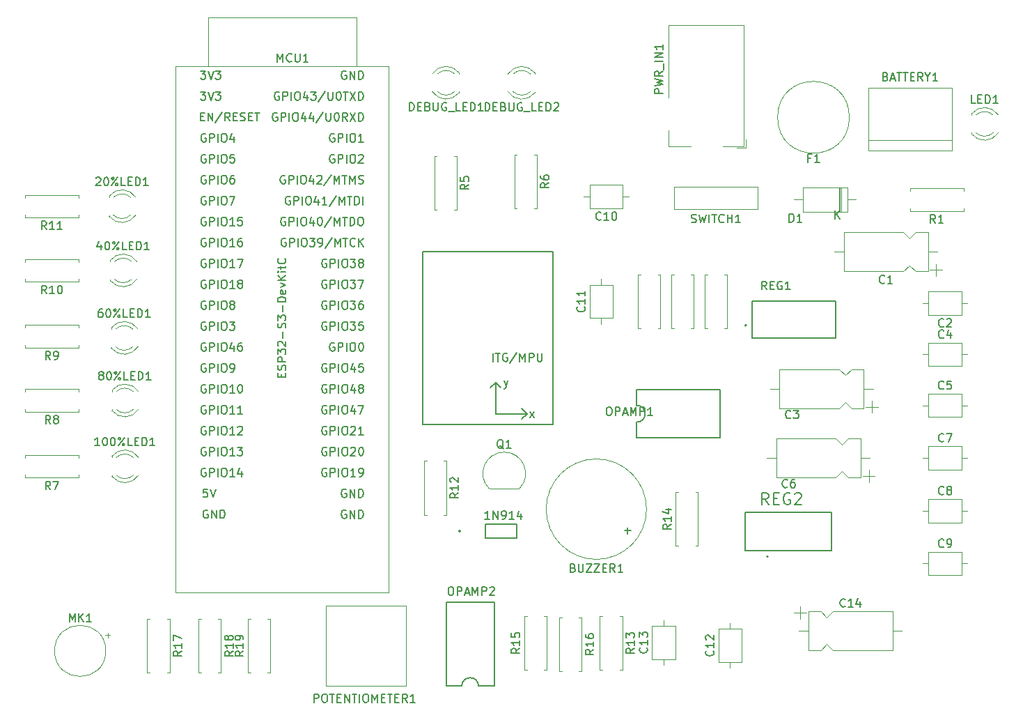
<source format=gbr>
%TF.GenerationSoftware,KiCad,Pcbnew,8.0.5*%
%TF.CreationDate,2024-12-14T11:52:59+02:00*%
%TF.ProjectId,embedded_system_project,656d6265-6464-4656-945f-73797374656d,rev?*%
%TF.SameCoordinates,Original*%
%TF.FileFunction,Legend,Top*%
%TF.FilePolarity,Positive*%
%FSLAX46Y46*%
G04 Gerber Fmt 4.6, Leading zero omitted, Abs format (unit mm)*
G04 Created by KiCad (PCBNEW 8.0.5) date 2024-12-14 11:52:59*
%MOMM*%
%LPD*%
G01*
G04 APERTURE LIST*
%ADD10C,0.150000*%
%ADD11C,0.120000*%
%ADD12C,0.127000*%
%ADD13C,0.200000*%
%ADD14C,0.152400*%
G04 APERTURE END LIST*
D10*
X127023333Y-37824819D02*
X126690000Y-37348628D01*
X126451905Y-37824819D02*
X126451905Y-36824819D01*
X126451905Y-36824819D02*
X126832857Y-36824819D01*
X126832857Y-36824819D02*
X126928095Y-36872438D01*
X126928095Y-36872438D02*
X126975714Y-36920057D01*
X126975714Y-36920057D02*
X127023333Y-37015295D01*
X127023333Y-37015295D02*
X127023333Y-37158152D01*
X127023333Y-37158152D02*
X126975714Y-37253390D01*
X126975714Y-37253390D02*
X126928095Y-37301009D01*
X126928095Y-37301009D02*
X126832857Y-37348628D01*
X126832857Y-37348628D02*
X126451905Y-37348628D01*
X127975714Y-37824819D02*
X127404286Y-37824819D01*
X127690000Y-37824819D02*
X127690000Y-36824819D01*
X127690000Y-36824819D02*
X127594762Y-36967676D01*
X127594762Y-36967676D02*
X127499524Y-37062914D01*
X127499524Y-37062914D02*
X127404286Y-37110533D01*
X74504761Y-65260057D02*
X74409523Y-65212438D01*
X74409523Y-65212438D02*
X74314285Y-65117200D01*
X74314285Y-65117200D02*
X74171428Y-64974342D01*
X74171428Y-64974342D02*
X74076190Y-64926723D01*
X74076190Y-64926723D02*
X73980952Y-64926723D01*
X74028571Y-65164819D02*
X73933333Y-65117200D01*
X73933333Y-65117200D02*
X73838095Y-65021961D01*
X73838095Y-65021961D02*
X73790476Y-64831485D01*
X73790476Y-64831485D02*
X73790476Y-64498152D01*
X73790476Y-64498152D02*
X73838095Y-64307676D01*
X73838095Y-64307676D02*
X73933333Y-64212438D01*
X73933333Y-64212438D02*
X74028571Y-64164819D01*
X74028571Y-64164819D02*
X74219047Y-64164819D01*
X74219047Y-64164819D02*
X74314285Y-64212438D01*
X74314285Y-64212438D02*
X74409523Y-64307676D01*
X74409523Y-64307676D02*
X74457142Y-64498152D01*
X74457142Y-64498152D02*
X74457142Y-64831485D01*
X74457142Y-64831485D02*
X74409523Y-65021961D01*
X74409523Y-65021961D02*
X74314285Y-65117200D01*
X74314285Y-65117200D02*
X74219047Y-65164819D01*
X74219047Y-65164819D02*
X74028571Y-65164819D01*
X75409523Y-65164819D02*
X74838095Y-65164819D01*
X75123809Y-65164819D02*
X75123809Y-64164819D01*
X75123809Y-64164819D02*
X75028571Y-64307676D01*
X75028571Y-64307676D02*
X74933333Y-64402914D01*
X74933333Y-64402914D02*
X74838095Y-64450533D01*
X25398571Y-64894819D02*
X24827143Y-64894819D01*
X25112857Y-64894819D02*
X25112857Y-63894819D01*
X25112857Y-63894819D02*
X25017619Y-64037676D01*
X25017619Y-64037676D02*
X24922381Y-64132914D01*
X24922381Y-64132914D02*
X24827143Y-64180533D01*
X26017619Y-63894819D02*
X26112857Y-63894819D01*
X26112857Y-63894819D02*
X26208095Y-63942438D01*
X26208095Y-63942438D02*
X26255714Y-63990057D01*
X26255714Y-63990057D02*
X26303333Y-64085295D01*
X26303333Y-64085295D02*
X26350952Y-64275771D01*
X26350952Y-64275771D02*
X26350952Y-64513866D01*
X26350952Y-64513866D02*
X26303333Y-64704342D01*
X26303333Y-64704342D02*
X26255714Y-64799580D01*
X26255714Y-64799580D02*
X26208095Y-64847200D01*
X26208095Y-64847200D02*
X26112857Y-64894819D01*
X26112857Y-64894819D02*
X26017619Y-64894819D01*
X26017619Y-64894819D02*
X25922381Y-64847200D01*
X25922381Y-64847200D02*
X25874762Y-64799580D01*
X25874762Y-64799580D02*
X25827143Y-64704342D01*
X25827143Y-64704342D02*
X25779524Y-64513866D01*
X25779524Y-64513866D02*
X25779524Y-64275771D01*
X25779524Y-64275771D02*
X25827143Y-64085295D01*
X25827143Y-64085295D02*
X25874762Y-63990057D01*
X25874762Y-63990057D02*
X25922381Y-63942438D01*
X25922381Y-63942438D02*
X26017619Y-63894819D01*
X26970000Y-63894819D02*
X27065238Y-63894819D01*
X27065238Y-63894819D02*
X27160476Y-63942438D01*
X27160476Y-63942438D02*
X27208095Y-63990057D01*
X27208095Y-63990057D02*
X27255714Y-64085295D01*
X27255714Y-64085295D02*
X27303333Y-64275771D01*
X27303333Y-64275771D02*
X27303333Y-64513866D01*
X27303333Y-64513866D02*
X27255714Y-64704342D01*
X27255714Y-64704342D02*
X27208095Y-64799580D01*
X27208095Y-64799580D02*
X27160476Y-64847200D01*
X27160476Y-64847200D02*
X27065238Y-64894819D01*
X27065238Y-64894819D02*
X26970000Y-64894819D01*
X26970000Y-64894819D02*
X26874762Y-64847200D01*
X26874762Y-64847200D02*
X26827143Y-64799580D01*
X26827143Y-64799580D02*
X26779524Y-64704342D01*
X26779524Y-64704342D02*
X26731905Y-64513866D01*
X26731905Y-64513866D02*
X26731905Y-64275771D01*
X26731905Y-64275771D02*
X26779524Y-64085295D01*
X26779524Y-64085295D02*
X26827143Y-63990057D01*
X26827143Y-63990057D02*
X26874762Y-63942438D01*
X26874762Y-63942438D02*
X26970000Y-63894819D01*
X27684286Y-64894819D02*
X28446190Y-63894819D01*
X27827143Y-63894819D02*
X27922381Y-63942438D01*
X27922381Y-63942438D02*
X27970000Y-64037676D01*
X27970000Y-64037676D02*
X27922381Y-64132914D01*
X27922381Y-64132914D02*
X27827143Y-64180533D01*
X27827143Y-64180533D02*
X27731905Y-64132914D01*
X27731905Y-64132914D02*
X27684286Y-64037676D01*
X27684286Y-64037676D02*
X27731905Y-63942438D01*
X27731905Y-63942438D02*
X27827143Y-63894819D01*
X28398571Y-64847200D02*
X28446190Y-64751961D01*
X28446190Y-64751961D02*
X28398571Y-64656723D01*
X28398571Y-64656723D02*
X28303333Y-64609104D01*
X28303333Y-64609104D02*
X28208095Y-64656723D01*
X28208095Y-64656723D02*
X28160476Y-64751961D01*
X28160476Y-64751961D02*
X28208095Y-64847200D01*
X28208095Y-64847200D02*
X28303333Y-64894819D01*
X28303333Y-64894819D02*
X28398571Y-64847200D01*
X29350952Y-64894819D02*
X28874762Y-64894819D01*
X28874762Y-64894819D02*
X28874762Y-63894819D01*
X29684286Y-64371009D02*
X30017619Y-64371009D01*
X30160476Y-64894819D02*
X29684286Y-64894819D01*
X29684286Y-64894819D02*
X29684286Y-63894819D01*
X29684286Y-63894819D02*
X30160476Y-63894819D01*
X30589048Y-64894819D02*
X30589048Y-63894819D01*
X30589048Y-63894819D02*
X30827143Y-63894819D01*
X30827143Y-63894819D02*
X30970000Y-63942438D01*
X30970000Y-63942438D02*
X31065238Y-64037676D01*
X31065238Y-64037676D02*
X31112857Y-64132914D01*
X31112857Y-64132914D02*
X31160476Y-64323390D01*
X31160476Y-64323390D02*
X31160476Y-64466247D01*
X31160476Y-64466247D02*
X31112857Y-64656723D01*
X31112857Y-64656723D02*
X31065238Y-64751961D01*
X31065238Y-64751961D02*
X30970000Y-64847200D01*
X30970000Y-64847200D02*
X30827143Y-64894819D01*
X30827143Y-64894819D02*
X30589048Y-64894819D01*
X32112857Y-64894819D02*
X31541429Y-64894819D01*
X31827143Y-64894819D02*
X31827143Y-63894819D01*
X31827143Y-63894819D02*
X31731905Y-64037676D01*
X31731905Y-64037676D02*
X31636667Y-64132914D01*
X31636667Y-64132914D02*
X31541429Y-64180533D01*
X35374819Y-89842857D02*
X34898628Y-90176190D01*
X35374819Y-90414285D02*
X34374819Y-90414285D01*
X34374819Y-90414285D02*
X34374819Y-90033333D01*
X34374819Y-90033333D02*
X34422438Y-89938095D01*
X34422438Y-89938095D02*
X34470057Y-89890476D01*
X34470057Y-89890476D02*
X34565295Y-89842857D01*
X34565295Y-89842857D02*
X34708152Y-89842857D01*
X34708152Y-89842857D02*
X34803390Y-89890476D01*
X34803390Y-89890476D02*
X34851009Y-89938095D01*
X34851009Y-89938095D02*
X34898628Y-90033333D01*
X34898628Y-90033333D02*
X34898628Y-90414285D01*
X35374819Y-88890476D02*
X35374819Y-89461904D01*
X35374819Y-89176190D02*
X34374819Y-89176190D01*
X34374819Y-89176190D02*
X34517676Y-89271428D01*
X34517676Y-89271428D02*
X34612914Y-89366666D01*
X34612914Y-89366666D02*
X34660533Y-89461904D01*
X34374819Y-88557142D02*
X34374819Y-87890476D01*
X34374819Y-87890476D02*
X35374819Y-88319047D01*
X69024819Y-70652857D02*
X68548628Y-70986190D01*
X69024819Y-71224285D02*
X68024819Y-71224285D01*
X68024819Y-71224285D02*
X68024819Y-70843333D01*
X68024819Y-70843333D02*
X68072438Y-70748095D01*
X68072438Y-70748095D02*
X68120057Y-70700476D01*
X68120057Y-70700476D02*
X68215295Y-70652857D01*
X68215295Y-70652857D02*
X68358152Y-70652857D01*
X68358152Y-70652857D02*
X68453390Y-70700476D01*
X68453390Y-70700476D02*
X68501009Y-70748095D01*
X68501009Y-70748095D02*
X68548628Y-70843333D01*
X68548628Y-70843333D02*
X68548628Y-71224285D01*
X69024819Y-69700476D02*
X69024819Y-70271904D01*
X69024819Y-69986190D02*
X68024819Y-69986190D01*
X68024819Y-69986190D02*
X68167676Y-70081428D01*
X68167676Y-70081428D02*
X68262914Y-70176666D01*
X68262914Y-70176666D02*
X68310533Y-70271904D01*
X68120057Y-69319523D02*
X68072438Y-69271904D01*
X68072438Y-69271904D02*
X68024819Y-69176666D01*
X68024819Y-69176666D02*
X68024819Y-68938571D01*
X68024819Y-68938571D02*
X68072438Y-68843333D01*
X68072438Y-68843333D02*
X68120057Y-68795714D01*
X68120057Y-68795714D02*
X68215295Y-68748095D01*
X68215295Y-68748095D02*
X68310533Y-68748095D01*
X68310533Y-68748095D02*
X68453390Y-68795714D01*
X68453390Y-68795714D02*
X69024819Y-69367142D01*
X69024819Y-69367142D02*
X69024819Y-68748095D01*
X25704523Y-48294819D02*
X25514047Y-48294819D01*
X25514047Y-48294819D02*
X25418809Y-48342438D01*
X25418809Y-48342438D02*
X25371190Y-48390057D01*
X25371190Y-48390057D02*
X25275952Y-48532914D01*
X25275952Y-48532914D02*
X25228333Y-48723390D01*
X25228333Y-48723390D02*
X25228333Y-49104342D01*
X25228333Y-49104342D02*
X25275952Y-49199580D01*
X25275952Y-49199580D02*
X25323571Y-49247200D01*
X25323571Y-49247200D02*
X25418809Y-49294819D01*
X25418809Y-49294819D02*
X25609285Y-49294819D01*
X25609285Y-49294819D02*
X25704523Y-49247200D01*
X25704523Y-49247200D02*
X25752142Y-49199580D01*
X25752142Y-49199580D02*
X25799761Y-49104342D01*
X25799761Y-49104342D02*
X25799761Y-48866247D01*
X25799761Y-48866247D02*
X25752142Y-48771009D01*
X25752142Y-48771009D02*
X25704523Y-48723390D01*
X25704523Y-48723390D02*
X25609285Y-48675771D01*
X25609285Y-48675771D02*
X25418809Y-48675771D01*
X25418809Y-48675771D02*
X25323571Y-48723390D01*
X25323571Y-48723390D02*
X25275952Y-48771009D01*
X25275952Y-48771009D02*
X25228333Y-48866247D01*
X26418809Y-48294819D02*
X26514047Y-48294819D01*
X26514047Y-48294819D02*
X26609285Y-48342438D01*
X26609285Y-48342438D02*
X26656904Y-48390057D01*
X26656904Y-48390057D02*
X26704523Y-48485295D01*
X26704523Y-48485295D02*
X26752142Y-48675771D01*
X26752142Y-48675771D02*
X26752142Y-48913866D01*
X26752142Y-48913866D02*
X26704523Y-49104342D01*
X26704523Y-49104342D02*
X26656904Y-49199580D01*
X26656904Y-49199580D02*
X26609285Y-49247200D01*
X26609285Y-49247200D02*
X26514047Y-49294819D01*
X26514047Y-49294819D02*
X26418809Y-49294819D01*
X26418809Y-49294819D02*
X26323571Y-49247200D01*
X26323571Y-49247200D02*
X26275952Y-49199580D01*
X26275952Y-49199580D02*
X26228333Y-49104342D01*
X26228333Y-49104342D02*
X26180714Y-48913866D01*
X26180714Y-48913866D02*
X26180714Y-48675771D01*
X26180714Y-48675771D02*
X26228333Y-48485295D01*
X26228333Y-48485295D02*
X26275952Y-48390057D01*
X26275952Y-48390057D02*
X26323571Y-48342438D01*
X26323571Y-48342438D02*
X26418809Y-48294819D01*
X27133095Y-49294819D02*
X27894999Y-48294819D01*
X27275952Y-48294819D02*
X27371190Y-48342438D01*
X27371190Y-48342438D02*
X27418809Y-48437676D01*
X27418809Y-48437676D02*
X27371190Y-48532914D01*
X27371190Y-48532914D02*
X27275952Y-48580533D01*
X27275952Y-48580533D02*
X27180714Y-48532914D01*
X27180714Y-48532914D02*
X27133095Y-48437676D01*
X27133095Y-48437676D02*
X27180714Y-48342438D01*
X27180714Y-48342438D02*
X27275952Y-48294819D01*
X27847380Y-49247200D02*
X27894999Y-49151961D01*
X27894999Y-49151961D02*
X27847380Y-49056723D01*
X27847380Y-49056723D02*
X27752142Y-49009104D01*
X27752142Y-49009104D02*
X27656904Y-49056723D01*
X27656904Y-49056723D02*
X27609285Y-49151961D01*
X27609285Y-49151961D02*
X27656904Y-49247200D01*
X27656904Y-49247200D02*
X27752142Y-49294819D01*
X27752142Y-49294819D02*
X27847380Y-49247200D01*
X28799761Y-49294819D02*
X28323571Y-49294819D01*
X28323571Y-49294819D02*
X28323571Y-48294819D01*
X29133095Y-48771009D02*
X29466428Y-48771009D01*
X29609285Y-49294819D02*
X29133095Y-49294819D01*
X29133095Y-49294819D02*
X29133095Y-48294819D01*
X29133095Y-48294819D02*
X29609285Y-48294819D01*
X30037857Y-49294819D02*
X30037857Y-48294819D01*
X30037857Y-48294819D02*
X30275952Y-48294819D01*
X30275952Y-48294819D02*
X30418809Y-48342438D01*
X30418809Y-48342438D02*
X30514047Y-48437676D01*
X30514047Y-48437676D02*
X30561666Y-48532914D01*
X30561666Y-48532914D02*
X30609285Y-48723390D01*
X30609285Y-48723390D02*
X30609285Y-48866247D01*
X30609285Y-48866247D02*
X30561666Y-49056723D01*
X30561666Y-49056723D02*
X30514047Y-49151961D01*
X30514047Y-49151961D02*
X30418809Y-49247200D01*
X30418809Y-49247200D02*
X30275952Y-49294819D01*
X30275952Y-49294819D02*
X30037857Y-49294819D01*
X31561666Y-49294819D02*
X30990238Y-49294819D01*
X31275952Y-49294819D02*
X31275952Y-48294819D01*
X31275952Y-48294819D02*
X31180714Y-48437676D01*
X31180714Y-48437676D02*
X31085476Y-48532914D01*
X31085476Y-48532914D02*
X30990238Y-48580533D01*
X91939580Y-89442857D02*
X91987200Y-89490476D01*
X91987200Y-89490476D02*
X92034819Y-89633333D01*
X92034819Y-89633333D02*
X92034819Y-89728571D01*
X92034819Y-89728571D02*
X91987200Y-89871428D01*
X91987200Y-89871428D02*
X91891961Y-89966666D01*
X91891961Y-89966666D02*
X91796723Y-90014285D01*
X91796723Y-90014285D02*
X91606247Y-90061904D01*
X91606247Y-90061904D02*
X91463390Y-90061904D01*
X91463390Y-90061904D02*
X91272914Y-90014285D01*
X91272914Y-90014285D02*
X91177676Y-89966666D01*
X91177676Y-89966666D02*
X91082438Y-89871428D01*
X91082438Y-89871428D02*
X91034819Y-89728571D01*
X91034819Y-89728571D02*
X91034819Y-89633333D01*
X91034819Y-89633333D02*
X91082438Y-89490476D01*
X91082438Y-89490476D02*
X91130057Y-89442857D01*
X92034819Y-88490476D02*
X92034819Y-89061904D01*
X92034819Y-88776190D02*
X91034819Y-88776190D01*
X91034819Y-88776190D02*
X91177676Y-88871428D01*
X91177676Y-88871428D02*
X91272914Y-88966666D01*
X91272914Y-88966666D02*
X91320533Y-89061904D01*
X91034819Y-88157142D02*
X91034819Y-87538095D01*
X91034819Y-87538095D02*
X91415771Y-87871428D01*
X91415771Y-87871428D02*
X91415771Y-87728571D01*
X91415771Y-87728571D02*
X91463390Y-87633333D01*
X91463390Y-87633333D02*
X91511009Y-87585714D01*
X91511009Y-87585714D02*
X91606247Y-87538095D01*
X91606247Y-87538095D02*
X91844342Y-87538095D01*
X91844342Y-87538095D02*
X91939580Y-87585714D01*
X91939580Y-87585714D02*
X91987200Y-87633333D01*
X91987200Y-87633333D02*
X92034819Y-87728571D01*
X92034819Y-87728571D02*
X92034819Y-88014285D01*
X92034819Y-88014285D02*
X91987200Y-88109523D01*
X91987200Y-88109523D02*
X91939580Y-88157142D01*
X41624819Y-89842857D02*
X41148628Y-90176190D01*
X41624819Y-90414285D02*
X40624819Y-90414285D01*
X40624819Y-90414285D02*
X40624819Y-90033333D01*
X40624819Y-90033333D02*
X40672438Y-89938095D01*
X40672438Y-89938095D02*
X40720057Y-89890476D01*
X40720057Y-89890476D02*
X40815295Y-89842857D01*
X40815295Y-89842857D02*
X40958152Y-89842857D01*
X40958152Y-89842857D02*
X41053390Y-89890476D01*
X41053390Y-89890476D02*
X41101009Y-89938095D01*
X41101009Y-89938095D02*
X41148628Y-90033333D01*
X41148628Y-90033333D02*
X41148628Y-90414285D01*
X41624819Y-88890476D02*
X41624819Y-89461904D01*
X41624819Y-89176190D02*
X40624819Y-89176190D01*
X40624819Y-89176190D02*
X40767676Y-89271428D01*
X40767676Y-89271428D02*
X40862914Y-89366666D01*
X40862914Y-89366666D02*
X40910533Y-89461904D01*
X41053390Y-88319047D02*
X41005771Y-88414285D01*
X41005771Y-88414285D02*
X40958152Y-88461904D01*
X40958152Y-88461904D02*
X40862914Y-88509523D01*
X40862914Y-88509523D02*
X40815295Y-88509523D01*
X40815295Y-88509523D02*
X40720057Y-88461904D01*
X40720057Y-88461904D02*
X40672438Y-88414285D01*
X40672438Y-88414285D02*
X40624819Y-88319047D01*
X40624819Y-88319047D02*
X40624819Y-88128571D01*
X40624819Y-88128571D02*
X40672438Y-88033333D01*
X40672438Y-88033333D02*
X40720057Y-87985714D01*
X40720057Y-87985714D02*
X40815295Y-87938095D01*
X40815295Y-87938095D02*
X40862914Y-87938095D01*
X40862914Y-87938095D02*
X40958152Y-87985714D01*
X40958152Y-87985714D02*
X41005771Y-88033333D01*
X41005771Y-88033333D02*
X41053390Y-88128571D01*
X41053390Y-88128571D02*
X41053390Y-88319047D01*
X41053390Y-88319047D02*
X41101009Y-88414285D01*
X41101009Y-88414285D02*
X41148628Y-88461904D01*
X41148628Y-88461904D02*
X41243866Y-88509523D01*
X41243866Y-88509523D02*
X41434342Y-88509523D01*
X41434342Y-88509523D02*
X41529580Y-88461904D01*
X41529580Y-88461904D02*
X41577200Y-88414285D01*
X41577200Y-88414285D02*
X41624819Y-88319047D01*
X41624819Y-88319047D02*
X41624819Y-88128571D01*
X41624819Y-88128571D02*
X41577200Y-88033333D01*
X41577200Y-88033333D02*
X41529580Y-87985714D01*
X41529580Y-87985714D02*
X41434342Y-87938095D01*
X41434342Y-87938095D02*
X41243866Y-87938095D01*
X41243866Y-87938095D02*
X41148628Y-87985714D01*
X41148628Y-87985714D02*
X41101009Y-88033333D01*
X41101009Y-88033333D02*
X41053390Y-88128571D01*
X106738333Y-72040866D02*
X106271666Y-71374200D01*
X105938333Y-72040866D02*
X105938333Y-70640866D01*
X105938333Y-70640866D02*
X106471666Y-70640866D01*
X106471666Y-70640866D02*
X106605000Y-70707533D01*
X106605000Y-70707533D02*
X106671666Y-70774200D01*
X106671666Y-70774200D02*
X106738333Y-70907533D01*
X106738333Y-70907533D02*
X106738333Y-71107533D01*
X106738333Y-71107533D02*
X106671666Y-71240866D01*
X106671666Y-71240866D02*
X106605000Y-71307533D01*
X106605000Y-71307533D02*
X106471666Y-71374200D01*
X106471666Y-71374200D02*
X105938333Y-71374200D01*
X107338333Y-71307533D02*
X107805000Y-71307533D01*
X108005000Y-72040866D02*
X107338333Y-72040866D01*
X107338333Y-72040866D02*
X107338333Y-70640866D01*
X107338333Y-70640866D02*
X108005000Y-70640866D01*
X109338333Y-70707533D02*
X109205000Y-70640866D01*
X109205000Y-70640866D02*
X109005000Y-70640866D01*
X109005000Y-70640866D02*
X108805000Y-70707533D01*
X108805000Y-70707533D02*
X108671667Y-70840866D01*
X108671667Y-70840866D02*
X108605000Y-70974200D01*
X108605000Y-70974200D02*
X108538333Y-71240866D01*
X108538333Y-71240866D02*
X108538333Y-71440866D01*
X108538333Y-71440866D02*
X108605000Y-71707533D01*
X108605000Y-71707533D02*
X108671667Y-71840866D01*
X108671667Y-71840866D02*
X108805000Y-71974200D01*
X108805000Y-71974200D02*
X109005000Y-72040866D01*
X109005000Y-72040866D02*
X109138333Y-72040866D01*
X109138333Y-72040866D02*
X109338333Y-71974200D01*
X109338333Y-71974200D02*
X109405000Y-71907533D01*
X109405000Y-71907533D02*
X109405000Y-71440866D01*
X109405000Y-71440866D02*
X109138333Y-71440866D01*
X109938333Y-70774200D02*
X110005000Y-70707533D01*
X110005000Y-70707533D02*
X110138333Y-70640866D01*
X110138333Y-70640866D02*
X110471667Y-70640866D01*
X110471667Y-70640866D02*
X110605000Y-70707533D01*
X110605000Y-70707533D02*
X110671667Y-70774200D01*
X110671667Y-70774200D02*
X110738333Y-70907533D01*
X110738333Y-70907533D02*
X110738333Y-71040866D01*
X110738333Y-71040866D02*
X110671667Y-71240866D01*
X110671667Y-71240866D02*
X109871667Y-72040866D01*
X109871667Y-72040866D02*
X110738333Y-72040866D01*
X131875952Y-23294819D02*
X131399762Y-23294819D01*
X131399762Y-23294819D02*
X131399762Y-22294819D01*
X132209286Y-22771009D02*
X132542619Y-22771009D01*
X132685476Y-23294819D02*
X132209286Y-23294819D01*
X132209286Y-23294819D02*
X132209286Y-22294819D01*
X132209286Y-22294819D02*
X132685476Y-22294819D01*
X133114048Y-23294819D02*
X133114048Y-22294819D01*
X133114048Y-22294819D02*
X133352143Y-22294819D01*
X133352143Y-22294819D02*
X133495000Y-22342438D01*
X133495000Y-22342438D02*
X133590238Y-22437676D01*
X133590238Y-22437676D02*
X133637857Y-22532914D01*
X133637857Y-22532914D02*
X133685476Y-22723390D01*
X133685476Y-22723390D02*
X133685476Y-22866247D01*
X133685476Y-22866247D02*
X133637857Y-23056723D01*
X133637857Y-23056723D02*
X133590238Y-23151961D01*
X133590238Y-23151961D02*
X133495000Y-23247200D01*
X133495000Y-23247200D02*
X133352143Y-23294819D01*
X133352143Y-23294819D02*
X133114048Y-23294819D01*
X134637857Y-23294819D02*
X134066429Y-23294819D01*
X134352143Y-23294819D02*
X134352143Y-22294819D01*
X134352143Y-22294819D02*
X134256905Y-22437676D01*
X134256905Y-22437676D02*
X134161667Y-22532914D01*
X134161667Y-22532914D02*
X134066429Y-22580533D01*
X68028571Y-82054819D02*
X68219047Y-82054819D01*
X68219047Y-82054819D02*
X68314285Y-82102438D01*
X68314285Y-82102438D02*
X68409523Y-82197676D01*
X68409523Y-82197676D02*
X68457142Y-82388152D01*
X68457142Y-82388152D02*
X68457142Y-82721485D01*
X68457142Y-82721485D02*
X68409523Y-82911961D01*
X68409523Y-82911961D02*
X68314285Y-83007200D01*
X68314285Y-83007200D02*
X68219047Y-83054819D01*
X68219047Y-83054819D02*
X68028571Y-83054819D01*
X68028571Y-83054819D02*
X67933333Y-83007200D01*
X67933333Y-83007200D02*
X67838095Y-82911961D01*
X67838095Y-82911961D02*
X67790476Y-82721485D01*
X67790476Y-82721485D02*
X67790476Y-82388152D01*
X67790476Y-82388152D02*
X67838095Y-82197676D01*
X67838095Y-82197676D02*
X67933333Y-82102438D01*
X67933333Y-82102438D02*
X68028571Y-82054819D01*
X68885714Y-83054819D02*
X68885714Y-82054819D01*
X68885714Y-82054819D02*
X69266666Y-82054819D01*
X69266666Y-82054819D02*
X69361904Y-82102438D01*
X69361904Y-82102438D02*
X69409523Y-82150057D01*
X69409523Y-82150057D02*
X69457142Y-82245295D01*
X69457142Y-82245295D02*
X69457142Y-82388152D01*
X69457142Y-82388152D02*
X69409523Y-82483390D01*
X69409523Y-82483390D02*
X69361904Y-82531009D01*
X69361904Y-82531009D02*
X69266666Y-82578628D01*
X69266666Y-82578628D02*
X68885714Y-82578628D01*
X69838095Y-82769104D02*
X70314285Y-82769104D01*
X69742857Y-83054819D02*
X70076190Y-82054819D01*
X70076190Y-82054819D02*
X70409523Y-83054819D01*
X70742857Y-83054819D02*
X70742857Y-82054819D01*
X70742857Y-82054819D02*
X71076190Y-82769104D01*
X71076190Y-82769104D02*
X71409523Y-82054819D01*
X71409523Y-82054819D02*
X71409523Y-83054819D01*
X71885714Y-83054819D02*
X71885714Y-82054819D01*
X71885714Y-82054819D02*
X72266666Y-82054819D01*
X72266666Y-82054819D02*
X72361904Y-82102438D01*
X72361904Y-82102438D02*
X72409523Y-82150057D01*
X72409523Y-82150057D02*
X72457142Y-82245295D01*
X72457142Y-82245295D02*
X72457142Y-82388152D01*
X72457142Y-82388152D02*
X72409523Y-82483390D01*
X72409523Y-82483390D02*
X72361904Y-82531009D01*
X72361904Y-82531009D02*
X72266666Y-82578628D01*
X72266666Y-82578628D02*
X71885714Y-82578628D01*
X72838095Y-82150057D02*
X72885714Y-82102438D01*
X72885714Y-82102438D02*
X72980952Y-82054819D01*
X72980952Y-82054819D02*
X73219047Y-82054819D01*
X73219047Y-82054819D02*
X73314285Y-82102438D01*
X73314285Y-82102438D02*
X73361904Y-82150057D01*
X73361904Y-82150057D02*
X73409523Y-82245295D01*
X73409523Y-82245295D02*
X73409523Y-82340533D01*
X73409523Y-82340533D02*
X73361904Y-82483390D01*
X73361904Y-82483390D02*
X72790476Y-83054819D01*
X72790476Y-83054819D02*
X73409523Y-83054819D01*
X99999580Y-89802857D02*
X100047200Y-89850476D01*
X100047200Y-89850476D02*
X100094819Y-89993333D01*
X100094819Y-89993333D02*
X100094819Y-90088571D01*
X100094819Y-90088571D02*
X100047200Y-90231428D01*
X100047200Y-90231428D02*
X99951961Y-90326666D01*
X99951961Y-90326666D02*
X99856723Y-90374285D01*
X99856723Y-90374285D02*
X99666247Y-90421904D01*
X99666247Y-90421904D02*
X99523390Y-90421904D01*
X99523390Y-90421904D02*
X99332914Y-90374285D01*
X99332914Y-90374285D02*
X99237676Y-90326666D01*
X99237676Y-90326666D02*
X99142438Y-90231428D01*
X99142438Y-90231428D02*
X99094819Y-90088571D01*
X99094819Y-90088571D02*
X99094819Y-89993333D01*
X99094819Y-89993333D02*
X99142438Y-89850476D01*
X99142438Y-89850476D02*
X99190057Y-89802857D01*
X100094819Y-88850476D02*
X100094819Y-89421904D01*
X100094819Y-89136190D02*
X99094819Y-89136190D01*
X99094819Y-89136190D02*
X99237676Y-89231428D01*
X99237676Y-89231428D02*
X99332914Y-89326666D01*
X99332914Y-89326666D02*
X99380533Y-89421904D01*
X99190057Y-88469523D02*
X99142438Y-88421904D01*
X99142438Y-88421904D02*
X99094819Y-88326666D01*
X99094819Y-88326666D02*
X99094819Y-88088571D01*
X99094819Y-88088571D02*
X99142438Y-87993333D01*
X99142438Y-87993333D02*
X99190057Y-87945714D01*
X99190057Y-87945714D02*
X99285295Y-87898095D01*
X99285295Y-87898095D02*
X99380533Y-87898095D01*
X99380533Y-87898095D02*
X99523390Y-87945714D01*
X99523390Y-87945714D02*
X100094819Y-88517142D01*
X100094819Y-88517142D02*
X100094819Y-87898095D01*
X94884819Y-74452857D02*
X94408628Y-74786190D01*
X94884819Y-75024285D02*
X93884819Y-75024285D01*
X93884819Y-75024285D02*
X93884819Y-74643333D01*
X93884819Y-74643333D02*
X93932438Y-74548095D01*
X93932438Y-74548095D02*
X93980057Y-74500476D01*
X93980057Y-74500476D02*
X94075295Y-74452857D01*
X94075295Y-74452857D02*
X94218152Y-74452857D01*
X94218152Y-74452857D02*
X94313390Y-74500476D01*
X94313390Y-74500476D02*
X94361009Y-74548095D01*
X94361009Y-74548095D02*
X94408628Y-74643333D01*
X94408628Y-74643333D02*
X94408628Y-75024285D01*
X94884819Y-73500476D02*
X94884819Y-74071904D01*
X94884819Y-73786190D02*
X93884819Y-73786190D01*
X93884819Y-73786190D02*
X94027676Y-73881428D01*
X94027676Y-73881428D02*
X94122914Y-73976666D01*
X94122914Y-73976666D02*
X94170533Y-74071904D01*
X94218152Y-72643333D02*
X94884819Y-72643333D01*
X93837200Y-72881428D02*
X94551485Y-73119523D01*
X94551485Y-73119523D02*
X94551485Y-72500476D01*
X128033333Y-77139580D02*
X127985714Y-77187200D01*
X127985714Y-77187200D02*
X127842857Y-77234819D01*
X127842857Y-77234819D02*
X127747619Y-77234819D01*
X127747619Y-77234819D02*
X127604762Y-77187200D01*
X127604762Y-77187200D02*
X127509524Y-77091961D01*
X127509524Y-77091961D02*
X127461905Y-76996723D01*
X127461905Y-76996723D02*
X127414286Y-76806247D01*
X127414286Y-76806247D02*
X127414286Y-76663390D01*
X127414286Y-76663390D02*
X127461905Y-76472914D01*
X127461905Y-76472914D02*
X127509524Y-76377676D01*
X127509524Y-76377676D02*
X127604762Y-76282438D01*
X127604762Y-76282438D02*
X127747619Y-76234819D01*
X127747619Y-76234819D02*
X127842857Y-76234819D01*
X127842857Y-76234819D02*
X127985714Y-76282438D01*
X127985714Y-76282438D02*
X128033333Y-76330057D01*
X128509524Y-77234819D02*
X128700000Y-77234819D01*
X128700000Y-77234819D02*
X128795238Y-77187200D01*
X128795238Y-77187200D02*
X128842857Y-77139580D01*
X128842857Y-77139580D02*
X128938095Y-76996723D01*
X128938095Y-76996723D02*
X128985714Y-76806247D01*
X128985714Y-76806247D02*
X128985714Y-76425295D01*
X128985714Y-76425295D02*
X128938095Y-76330057D01*
X128938095Y-76330057D02*
X128890476Y-76282438D01*
X128890476Y-76282438D02*
X128795238Y-76234819D01*
X128795238Y-76234819D02*
X128604762Y-76234819D01*
X128604762Y-76234819D02*
X128509524Y-76282438D01*
X128509524Y-76282438D02*
X128461905Y-76330057D01*
X128461905Y-76330057D02*
X128414286Y-76425295D01*
X128414286Y-76425295D02*
X128414286Y-76663390D01*
X128414286Y-76663390D02*
X128461905Y-76758628D01*
X128461905Y-76758628D02*
X128509524Y-76806247D01*
X128509524Y-76806247D02*
X128604762Y-76853866D01*
X128604762Y-76853866D02*
X128795238Y-76853866D01*
X128795238Y-76853866D02*
X128890476Y-76806247D01*
X128890476Y-76806247D02*
X128938095Y-76758628D01*
X128938095Y-76758628D02*
X128985714Y-76663390D01*
X120963809Y-20051009D02*
X121106666Y-20098628D01*
X121106666Y-20098628D02*
X121154285Y-20146247D01*
X121154285Y-20146247D02*
X121201904Y-20241485D01*
X121201904Y-20241485D02*
X121201904Y-20384342D01*
X121201904Y-20384342D02*
X121154285Y-20479580D01*
X121154285Y-20479580D02*
X121106666Y-20527200D01*
X121106666Y-20527200D02*
X121011428Y-20574819D01*
X121011428Y-20574819D02*
X120630476Y-20574819D01*
X120630476Y-20574819D02*
X120630476Y-19574819D01*
X120630476Y-19574819D02*
X120963809Y-19574819D01*
X120963809Y-19574819D02*
X121059047Y-19622438D01*
X121059047Y-19622438D02*
X121106666Y-19670057D01*
X121106666Y-19670057D02*
X121154285Y-19765295D01*
X121154285Y-19765295D02*
X121154285Y-19860533D01*
X121154285Y-19860533D02*
X121106666Y-19955771D01*
X121106666Y-19955771D02*
X121059047Y-20003390D01*
X121059047Y-20003390D02*
X120963809Y-20051009D01*
X120963809Y-20051009D02*
X120630476Y-20051009D01*
X121582857Y-20289104D02*
X122059047Y-20289104D01*
X121487619Y-20574819D02*
X121820952Y-19574819D01*
X121820952Y-19574819D02*
X122154285Y-20574819D01*
X122344762Y-19574819D02*
X122916190Y-19574819D01*
X122630476Y-20574819D02*
X122630476Y-19574819D01*
X123106667Y-19574819D02*
X123678095Y-19574819D01*
X123392381Y-20574819D02*
X123392381Y-19574819D01*
X124011429Y-20051009D02*
X124344762Y-20051009D01*
X124487619Y-20574819D02*
X124011429Y-20574819D01*
X124011429Y-20574819D02*
X124011429Y-19574819D01*
X124011429Y-19574819D02*
X124487619Y-19574819D01*
X125487619Y-20574819D02*
X125154286Y-20098628D01*
X124916191Y-20574819D02*
X124916191Y-19574819D01*
X124916191Y-19574819D02*
X125297143Y-19574819D01*
X125297143Y-19574819D02*
X125392381Y-19622438D01*
X125392381Y-19622438D02*
X125440000Y-19670057D01*
X125440000Y-19670057D02*
X125487619Y-19765295D01*
X125487619Y-19765295D02*
X125487619Y-19908152D01*
X125487619Y-19908152D02*
X125440000Y-20003390D01*
X125440000Y-20003390D02*
X125392381Y-20051009D01*
X125392381Y-20051009D02*
X125297143Y-20098628D01*
X125297143Y-20098628D02*
X124916191Y-20098628D01*
X126106667Y-20098628D02*
X126106667Y-20574819D01*
X125773334Y-19574819D02*
X126106667Y-20098628D01*
X126106667Y-20098628D02*
X126440000Y-19574819D01*
X127297143Y-20574819D02*
X126725715Y-20574819D01*
X127011429Y-20574819D02*
X127011429Y-19574819D01*
X127011429Y-19574819D02*
X126916191Y-19717676D01*
X126916191Y-19717676D02*
X126820953Y-19812914D01*
X126820953Y-19812914D02*
X126725715Y-19860533D01*
X111866666Y-29931009D02*
X111533333Y-29931009D01*
X111533333Y-30454819D02*
X111533333Y-29454819D01*
X111533333Y-29454819D02*
X112009523Y-29454819D01*
X112914285Y-30454819D02*
X112342857Y-30454819D01*
X112628571Y-30454819D02*
X112628571Y-29454819D01*
X112628571Y-29454819D02*
X112533333Y-29597676D01*
X112533333Y-29597676D02*
X112438095Y-29692914D01*
X112438095Y-29692914D02*
X112342857Y-29740533D01*
X109433333Y-61487080D02*
X109385714Y-61534700D01*
X109385714Y-61534700D02*
X109242857Y-61582319D01*
X109242857Y-61582319D02*
X109147619Y-61582319D01*
X109147619Y-61582319D02*
X109004762Y-61534700D01*
X109004762Y-61534700D02*
X108909524Y-61439461D01*
X108909524Y-61439461D02*
X108861905Y-61344223D01*
X108861905Y-61344223D02*
X108814286Y-61153747D01*
X108814286Y-61153747D02*
X108814286Y-61010890D01*
X108814286Y-61010890D02*
X108861905Y-60820414D01*
X108861905Y-60820414D02*
X108909524Y-60725176D01*
X108909524Y-60725176D02*
X109004762Y-60629938D01*
X109004762Y-60629938D02*
X109147619Y-60582319D01*
X109147619Y-60582319D02*
X109242857Y-60582319D01*
X109242857Y-60582319D02*
X109385714Y-60629938D01*
X109385714Y-60629938D02*
X109433333Y-60677557D01*
X109766667Y-60582319D02*
X110385714Y-60582319D01*
X110385714Y-60582319D02*
X110052381Y-60963271D01*
X110052381Y-60963271D02*
X110195238Y-60963271D01*
X110195238Y-60963271D02*
X110290476Y-61010890D01*
X110290476Y-61010890D02*
X110338095Y-61058509D01*
X110338095Y-61058509D02*
X110385714Y-61153747D01*
X110385714Y-61153747D02*
X110385714Y-61391842D01*
X110385714Y-61391842D02*
X110338095Y-61487080D01*
X110338095Y-61487080D02*
X110290476Y-61534700D01*
X110290476Y-61534700D02*
X110195238Y-61582319D01*
X110195238Y-61582319D02*
X109909524Y-61582319D01*
X109909524Y-61582319D02*
X109814286Y-61534700D01*
X109814286Y-61534700D02*
X109766667Y-61487080D01*
X72277619Y-24224819D02*
X72277619Y-23224819D01*
X72277619Y-23224819D02*
X72515714Y-23224819D01*
X72515714Y-23224819D02*
X72658571Y-23272438D01*
X72658571Y-23272438D02*
X72753809Y-23367676D01*
X72753809Y-23367676D02*
X72801428Y-23462914D01*
X72801428Y-23462914D02*
X72849047Y-23653390D01*
X72849047Y-23653390D02*
X72849047Y-23796247D01*
X72849047Y-23796247D02*
X72801428Y-23986723D01*
X72801428Y-23986723D02*
X72753809Y-24081961D01*
X72753809Y-24081961D02*
X72658571Y-24177200D01*
X72658571Y-24177200D02*
X72515714Y-24224819D01*
X72515714Y-24224819D02*
X72277619Y-24224819D01*
X73277619Y-23701009D02*
X73610952Y-23701009D01*
X73753809Y-24224819D02*
X73277619Y-24224819D01*
X73277619Y-24224819D02*
X73277619Y-23224819D01*
X73277619Y-23224819D02*
X73753809Y-23224819D01*
X74515714Y-23701009D02*
X74658571Y-23748628D01*
X74658571Y-23748628D02*
X74706190Y-23796247D01*
X74706190Y-23796247D02*
X74753809Y-23891485D01*
X74753809Y-23891485D02*
X74753809Y-24034342D01*
X74753809Y-24034342D02*
X74706190Y-24129580D01*
X74706190Y-24129580D02*
X74658571Y-24177200D01*
X74658571Y-24177200D02*
X74563333Y-24224819D01*
X74563333Y-24224819D02*
X74182381Y-24224819D01*
X74182381Y-24224819D02*
X74182381Y-23224819D01*
X74182381Y-23224819D02*
X74515714Y-23224819D01*
X74515714Y-23224819D02*
X74610952Y-23272438D01*
X74610952Y-23272438D02*
X74658571Y-23320057D01*
X74658571Y-23320057D02*
X74706190Y-23415295D01*
X74706190Y-23415295D02*
X74706190Y-23510533D01*
X74706190Y-23510533D02*
X74658571Y-23605771D01*
X74658571Y-23605771D02*
X74610952Y-23653390D01*
X74610952Y-23653390D02*
X74515714Y-23701009D01*
X74515714Y-23701009D02*
X74182381Y-23701009D01*
X75182381Y-23224819D02*
X75182381Y-24034342D01*
X75182381Y-24034342D02*
X75230000Y-24129580D01*
X75230000Y-24129580D02*
X75277619Y-24177200D01*
X75277619Y-24177200D02*
X75372857Y-24224819D01*
X75372857Y-24224819D02*
X75563333Y-24224819D01*
X75563333Y-24224819D02*
X75658571Y-24177200D01*
X75658571Y-24177200D02*
X75706190Y-24129580D01*
X75706190Y-24129580D02*
X75753809Y-24034342D01*
X75753809Y-24034342D02*
X75753809Y-23224819D01*
X76753809Y-23272438D02*
X76658571Y-23224819D01*
X76658571Y-23224819D02*
X76515714Y-23224819D01*
X76515714Y-23224819D02*
X76372857Y-23272438D01*
X76372857Y-23272438D02*
X76277619Y-23367676D01*
X76277619Y-23367676D02*
X76230000Y-23462914D01*
X76230000Y-23462914D02*
X76182381Y-23653390D01*
X76182381Y-23653390D02*
X76182381Y-23796247D01*
X76182381Y-23796247D02*
X76230000Y-23986723D01*
X76230000Y-23986723D02*
X76277619Y-24081961D01*
X76277619Y-24081961D02*
X76372857Y-24177200D01*
X76372857Y-24177200D02*
X76515714Y-24224819D01*
X76515714Y-24224819D02*
X76610952Y-24224819D01*
X76610952Y-24224819D02*
X76753809Y-24177200D01*
X76753809Y-24177200D02*
X76801428Y-24129580D01*
X76801428Y-24129580D02*
X76801428Y-23796247D01*
X76801428Y-23796247D02*
X76610952Y-23796247D01*
X76991905Y-24320057D02*
X77753809Y-24320057D01*
X78468095Y-24224819D02*
X77991905Y-24224819D01*
X77991905Y-24224819D02*
X77991905Y-23224819D01*
X78801429Y-23701009D02*
X79134762Y-23701009D01*
X79277619Y-24224819D02*
X78801429Y-24224819D01*
X78801429Y-24224819D02*
X78801429Y-23224819D01*
X78801429Y-23224819D02*
X79277619Y-23224819D01*
X79706191Y-24224819D02*
X79706191Y-23224819D01*
X79706191Y-23224819D02*
X79944286Y-23224819D01*
X79944286Y-23224819D02*
X80087143Y-23272438D01*
X80087143Y-23272438D02*
X80182381Y-23367676D01*
X80182381Y-23367676D02*
X80230000Y-23462914D01*
X80230000Y-23462914D02*
X80277619Y-23653390D01*
X80277619Y-23653390D02*
X80277619Y-23796247D01*
X80277619Y-23796247D02*
X80230000Y-23986723D01*
X80230000Y-23986723D02*
X80182381Y-24081961D01*
X80182381Y-24081961D02*
X80087143Y-24177200D01*
X80087143Y-24177200D02*
X79944286Y-24224819D01*
X79944286Y-24224819D02*
X79706191Y-24224819D01*
X80658572Y-23320057D02*
X80706191Y-23272438D01*
X80706191Y-23272438D02*
X80801429Y-23224819D01*
X80801429Y-23224819D02*
X81039524Y-23224819D01*
X81039524Y-23224819D02*
X81134762Y-23272438D01*
X81134762Y-23272438D02*
X81182381Y-23320057D01*
X81182381Y-23320057D02*
X81230000Y-23415295D01*
X81230000Y-23415295D02*
X81230000Y-23510533D01*
X81230000Y-23510533D02*
X81182381Y-23653390D01*
X81182381Y-23653390D02*
X80610953Y-24224819D01*
X80610953Y-24224819D02*
X81230000Y-24224819D01*
X116057142Y-84389580D02*
X116009523Y-84437200D01*
X116009523Y-84437200D02*
X115866666Y-84484819D01*
X115866666Y-84484819D02*
X115771428Y-84484819D01*
X115771428Y-84484819D02*
X115628571Y-84437200D01*
X115628571Y-84437200D02*
X115533333Y-84341961D01*
X115533333Y-84341961D02*
X115485714Y-84246723D01*
X115485714Y-84246723D02*
X115438095Y-84056247D01*
X115438095Y-84056247D02*
X115438095Y-83913390D01*
X115438095Y-83913390D02*
X115485714Y-83722914D01*
X115485714Y-83722914D02*
X115533333Y-83627676D01*
X115533333Y-83627676D02*
X115628571Y-83532438D01*
X115628571Y-83532438D02*
X115771428Y-83484819D01*
X115771428Y-83484819D02*
X115866666Y-83484819D01*
X115866666Y-83484819D02*
X116009523Y-83532438D01*
X116009523Y-83532438D02*
X116057142Y-83580057D01*
X117009523Y-84484819D02*
X116438095Y-84484819D01*
X116723809Y-84484819D02*
X116723809Y-83484819D01*
X116723809Y-83484819D02*
X116628571Y-83627676D01*
X116628571Y-83627676D02*
X116533333Y-83722914D01*
X116533333Y-83722914D02*
X116438095Y-83770533D01*
X117866666Y-83818152D02*
X117866666Y-84484819D01*
X117628571Y-83437200D02*
X117390476Y-84151485D01*
X117390476Y-84151485D02*
X118009523Y-84151485D01*
X128033333Y-64339580D02*
X127985714Y-64387200D01*
X127985714Y-64387200D02*
X127842857Y-64434819D01*
X127842857Y-64434819D02*
X127747619Y-64434819D01*
X127747619Y-64434819D02*
X127604762Y-64387200D01*
X127604762Y-64387200D02*
X127509524Y-64291961D01*
X127509524Y-64291961D02*
X127461905Y-64196723D01*
X127461905Y-64196723D02*
X127414286Y-64006247D01*
X127414286Y-64006247D02*
X127414286Y-63863390D01*
X127414286Y-63863390D02*
X127461905Y-63672914D01*
X127461905Y-63672914D02*
X127509524Y-63577676D01*
X127509524Y-63577676D02*
X127604762Y-63482438D01*
X127604762Y-63482438D02*
X127747619Y-63434819D01*
X127747619Y-63434819D02*
X127842857Y-63434819D01*
X127842857Y-63434819D02*
X127985714Y-63482438D01*
X127985714Y-63482438D02*
X128033333Y-63530057D01*
X128366667Y-63434819D02*
X129033333Y-63434819D01*
X129033333Y-63434819D02*
X128604762Y-64434819D01*
X51480952Y-96054819D02*
X51480952Y-95054819D01*
X51480952Y-95054819D02*
X51861904Y-95054819D01*
X51861904Y-95054819D02*
X51957142Y-95102438D01*
X51957142Y-95102438D02*
X52004761Y-95150057D01*
X52004761Y-95150057D02*
X52052380Y-95245295D01*
X52052380Y-95245295D02*
X52052380Y-95388152D01*
X52052380Y-95388152D02*
X52004761Y-95483390D01*
X52004761Y-95483390D02*
X51957142Y-95531009D01*
X51957142Y-95531009D02*
X51861904Y-95578628D01*
X51861904Y-95578628D02*
X51480952Y-95578628D01*
X52671428Y-95054819D02*
X52861904Y-95054819D01*
X52861904Y-95054819D02*
X52957142Y-95102438D01*
X52957142Y-95102438D02*
X53052380Y-95197676D01*
X53052380Y-95197676D02*
X53099999Y-95388152D01*
X53099999Y-95388152D02*
X53099999Y-95721485D01*
X53099999Y-95721485D02*
X53052380Y-95911961D01*
X53052380Y-95911961D02*
X52957142Y-96007200D01*
X52957142Y-96007200D02*
X52861904Y-96054819D01*
X52861904Y-96054819D02*
X52671428Y-96054819D01*
X52671428Y-96054819D02*
X52576190Y-96007200D01*
X52576190Y-96007200D02*
X52480952Y-95911961D01*
X52480952Y-95911961D02*
X52433333Y-95721485D01*
X52433333Y-95721485D02*
X52433333Y-95388152D01*
X52433333Y-95388152D02*
X52480952Y-95197676D01*
X52480952Y-95197676D02*
X52576190Y-95102438D01*
X52576190Y-95102438D02*
X52671428Y-95054819D01*
X53385714Y-95054819D02*
X53957142Y-95054819D01*
X53671428Y-96054819D02*
X53671428Y-95054819D01*
X54290476Y-95531009D02*
X54623809Y-95531009D01*
X54766666Y-96054819D02*
X54290476Y-96054819D01*
X54290476Y-96054819D02*
X54290476Y-95054819D01*
X54290476Y-95054819D02*
X54766666Y-95054819D01*
X55195238Y-96054819D02*
X55195238Y-95054819D01*
X55195238Y-95054819D02*
X55766666Y-96054819D01*
X55766666Y-96054819D02*
X55766666Y-95054819D01*
X56100000Y-95054819D02*
X56671428Y-95054819D01*
X56385714Y-96054819D02*
X56385714Y-95054819D01*
X57004762Y-96054819D02*
X57004762Y-95054819D01*
X57671428Y-95054819D02*
X57861904Y-95054819D01*
X57861904Y-95054819D02*
X57957142Y-95102438D01*
X57957142Y-95102438D02*
X58052380Y-95197676D01*
X58052380Y-95197676D02*
X58099999Y-95388152D01*
X58099999Y-95388152D02*
X58099999Y-95721485D01*
X58099999Y-95721485D02*
X58052380Y-95911961D01*
X58052380Y-95911961D02*
X57957142Y-96007200D01*
X57957142Y-96007200D02*
X57861904Y-96054819D01*
X57861904Y-96054819D02*
X57671428Y-96054819D01*
X57671428Y-96054819D02*
X57576190Y-96007200D01*
X57576190Y-96007200D02*
X57480952Y-95911961D01*
X57480952Y-95911961D02*
X57433333Y-95721485D01*
X57433333Y-95721485D02*
X57433333Y-95388152D01*
X57433333Y-95388152D02*
X57480952Y-95197676D01*
X57480952Y-95197676D02*
X57576190Y-95102438D01*
X57576190Y-95102438D02*
X57671428Y-95054819D01*
X58528571Y-96054819D02*
X58528571Y-95054819D01*
X58528571Y-95054819D02*
X58861904Y-95769104D01*
X58861904Y-95769104D02*
X59195237Y-95054819D01*
X59195237Y-95054819D02*
X59195237Y-96054819D01*
X59671428Y-95531009D02*
X60004761Y-95531009D01*
X60147618Y-96054819D02*
X59671428Y-96054819D01*
X59671428Y-96054819D02*
X59671428Y-95054819D01*
X59671428Y-95054819D02*
X60147618Y-95054819D01*
X60433333Y-95054819D02*
X61004761Y-95054819D01*
X60719047Y-96054819D02*
X60719047Y-95054819D01*
X61338095Y-95531009D02*
X61671428Y-95531009D01*
X61814285Y-96054819D02*
X61338095Y-96054819D01*
X61338095Y-96054819D02*
X61338095Y-95054819D01*
X61338095Y-95054819D02*
X61814285Y-95054819D01*
X62814285Y-96054819D02*
X62480952Y-95578628D01*
X62242857Y-96054819D02*
X62242857Y-95054819D01*
X62242857Y-95054819D02*
X62623809Y-95054819D01*
X62623809Y-95054819D02*
X62719047Y-95102438D01*
X62719047Y-95102438D02*
X62766666Y-95150057D01*
X62766666Y-95150057D02*
X62814285Y-95245295D01*
X62814285Y-95245295D02*
X62814285Y-95388152D01*
X62814285Y-95388152D02*
X62766666Y-95483390D01*
X62766666Y-95483390D02*
X62719047Y-95531009D01*
X62719047Y-95531009D02*
X62623809Y-95578628D01*
X62623809Y-95578628D02*
X62242857Y-95578628D01*
X63766666Y-96054819D02*
X63195238Y-96054819D01*
X63480952Y-96054819D02*
X63480952Y-95054819D01*
X63480952Y-95054819D02*
X63385714Y-95197676D01*
X63385714Y-95197676D02*
X63290476Y-95292914D01*
X63290476Y-95292914D02*
X63195238Y-95340533D01*
X106505952Y-45919819D02*
X106172619Y-45443628D01*
X105934524Y-45919819D02*
X105934524Y-44919819D01*
X105934524Y-44919819D02*
X106315476Y-44919819D01*
X106315476Y-44919819D02*
X106410714Y-44967438D01*
X106410714Y-44967438D02*
X106458333Y-45015057D01*
X106458333Y-45015057D02*
X106505952Y-45110295D01*
X106505952Y-45110295D02*
X106505952Y-45253152D01*
X106505952Y-45253152D02*
X106458333Y-45348390D01*
X106458333Y-45348390D02*
X106410714Y-45396009D01*
X106410714Y-45396009D02*
X106315476Y-45443628D01*
X106315476Y-45443628D02*
X105934524Y-45443628D01*
X106934524Y-45396009D02*
X107267857Y-45396009D01*
X107410714Y-45919819D02*
X106934524Y-45919819D01*
X106934524Y-45919819D02*
X106934524Y-44919819D01*
X106934524Y-44919819D02*
X107410714Y-44919819D01*
X108363095Y-44967438D02*
X108267857Y-44919819D01*
X108267857Y-44919819D02*
X108125000Y-44919819D01*
X108125000Y-44919819D02*
X107982143Y-44967438D01*
X107982143Y-44967438D02*
X107886905Y-45062676D01*
X107886905Y-45062676D02*
X107839286Y-45157914D01*
X107839286Y-45157914D02*
X107791667Y-45348390D01*
X107791667Y-45348390D02*
X107791667Y-45491247D01*
X107791667Y-45491247D02*
X107839286Y-45681723D01*
X107839286Y-45681723D02*
X107886905Y-45776961D01*
X107886905Y-45776961D02*
X107982143Y-45872200D01*
X107982143Y-45872200D02*
X108125000Y-45919819D01*
X108125000Y-45919819D02*
X108220238Y-45919819D01*
X108220238Y-45919819D02*
X108363095Y-45872200D01*
X108363095Y-45872200D02*
X108410714Y-45824580D01*
X108410714Y-45824580D02*
X108410714Y-45491247D01*
X108410714Y-45491247D02*
X108220238Y-45491247D01*
X109363095Y-45919819D02*
X108791667Y-45919819D01*
X109077381Y-45919819D02*
X109077381Y-44919819D01*
X109077381Y-44919819D02*
X108982143Y-45062676D01*
X108982143Y-45062676D02*
X108886905Y-45157914D01*
X108886905Y-45157914D02*
X108791667Y-45205533D01*
X82966666Y-79731009D02*
X83109523Y-79778628D01*
X83109523Y-79778628D02*
X83157142Y-79826247D01*
X83157142Y-79826247D02*
X83204761Y-79921485D01*
X83204761Y-79921485D02*
X83204761Y-80064342D01*
X83204761Y-80064342D02*
X83157142Y-80159580D01*
X83157142Y-80159580D02*
X83109523Y-80207200D01*
X83109523Y-80207200D02*
X83014285Y-80254819D01*
X83014285Y-80254819D02*
X82633333Y-80254819D01*
X82633333Y-80254819D02*
X82633333Y-79254819D01*
X82633333Y-79254819D02*
X82966666Y-79254819D01*
X82966666Y-79254819D02*
X83061904Y-79302438D01*
X83061904Y-79302438D02*
X83109523Y-79350057D01*
X83109523Y-79350057D02*
X83157142Y-79445295D01*
X83157142Y-79445295D02*
X83157142Y-79540533D01*
X83157142Y-79540533D02*
X83109523Y-79635771D01*
X83109523Y-79635771D02*
X83061904Y-79683390D01*
X83061904Y-79683390D02*
X82966666Y-79731009D01*
X82966666Y-79731009D02*
X82633333Y-79731009D01*
X83633333Y-79254819D02*
X83633333Y-80064342D01*
X83633333Y-80064342D02*
X83680952Y-80159580D01*
X83680952Y-80159580D02*
X83728571Y-80207200D01*
X83728571Y-80207200D02*
X83823809Y-80254819D01*
X83823809Y-80254819D02*
X84014285Y-80254819D01*
X84014285Y-80254819D02*
X84109523Y-80207200D01*
X84109523Y-80207200D02*
X84157142Y-80159580D01*
X84157142Y-80159580D02*
X84204761Y-80064342D01*
X84204761Y-80064342D02*
X84204761Y-79254819D01*
X84585714Y-79254819D02*
X85252380Y-79254819D01*
X85252380Y-79254819D02*
X84585714Y-80254819D01*
X84585714Y-80254819D02*
X85252380Y-80254819D01*
X85538095Y-79254819D02*
X86204761Y-79254819D01*
X86204761Y-79254819D02*
X85538095Y-80254819D01*
X85538095Y-80254819D02*
X86204761Y-80254819D01*
X86585714Y-79731009D02*
X86919047Y-79731009D01*
X87061904Y-80254819D02*
X86585714Y-80254819D01*
X86585714Y-80254819D02*
X86585714Y-79254819D01*
X86585714Y-79254819D02*
X87061904Y-79254819D01*
X88061904Y-80254819D02*
X87728571Y-79778628D01*
X87490476Y-80254819D02*
X87490476Y-79254819D01*
X87490476Y-79254819D02*
X87871428Y-79254819D01*
X87871428Y-79254819D02*
X87966666Y-79302438D01*
X87966666Y-79302438D02*
X88014285Y-79350057D01*
X88014285Y-79350057D02*
X88061904Y-79445295D01*
X88061904Y-79445295D02*
X88061904Y-79588152D01*
X88061904Y-79588152D02*
X88014285Y-79683390D01*
X88014285Y-79683390D02*
X87966666Y-79731009D01*
X87966666Y-79731009D02*
X87871428Y-79778628D01*
X87871428Y-79778628D02*
X87490476Y-79778628D01*
X89014285Y-80254819D02*
X88442857Y-80254819D01*
X88728571Y-80254819D02*
X88728571Y-79254819D01*
X88728571Y-79254819D02*
X88633333Y-79397676D01*
X88633333Y-79397676D02*
X88538095Y-79492914D01*
X88538095Y-79492914D02*
X88442857Y-79540533D01*
X89229048Y-75213866D02*
X89990953Y-75213866D01*
X89610000Y-75594819D02*
X89610000Y-74832914D01*
X93862319Y-22102380D02*
X92862319Y-22102380D01*
X92862319Y-22102380D02*
X92862319Y-21721428D01*
X92862319Y-21721428D02*
X92909938Y-21626190D01*
X92909938Y-21626190D02*
X92957557Y-21578571D01*
X92957557Y-21578571D02*
X93052795Y-21530952D01*
X93052795Y-21530952D02*
X93195652Y-21530952D01*
X93195652Y-21530952D02*
X93290890Y-21578571D01*
X93290890Y-21578571D02*
X93338509Y-21626190D01*
X93338509Y-21626190D02*
X93386128Y-21721428D01*
X93386128Y-21721428D02*
X93386128Y-22102380D01*
X92862319Y-21197618D02*
X93862319Y-20959523D01*
X93862319Y-20959523D02*
X93148033Y-20769047D01*
X93148033Y-20769047D02*
X93862319Y-20578571D01*
X93862319Y-20578571D02*
X92862319Y-20340476D01*
X93862319Y-19388095D02*
X93386128Y-19721428D01*
X93862319Y-19959523D02*
X92862319Y-19959523D01*
X92862319Y-19959523D02*
X92862319Y-19578571D01*
X92862319Y-19578571D02*
X92909938Y-19483333D01*
X92909938Y-19483333D02*
X92957557Y-19435714D01*
X92957557Y-19435714D02*
X93052795Y-19388095D01*
X93052795Y-19388095D02*
X93195652Y-19388095D01*
X93195652Y-19388095D02*
X93290890Y-19435714D01*
X93290890Y-19435714D02*
X93338509Y-19483333D01*
X93338509Y-19483333D02*
X93386128Y-19578571D01*
X93386128Y-19578571D02*
X93386128Y-19959523D01*
X93957557Y-19197619D02*
X93957557Y-18435714D01*
X93862319Y-18197618D02*
X92862319Y-18197618D01*
X93862319Y-17721428D02*
X92862319Y-17721428D01*
X92862319Y-17721428D02*
X93862319Y-17150000D01*
X93862319Y-17150000D02*
X92862319Y-17150000D01*
X93862319Y-16150000D02*
X93862319Y-16721428D01*
X93862319Y-16435714D02*
X92862319Y-16435714D01*
X92862319Y-16435714D02*
X93005176Y-16530952D01*
X93005176Y-16530952D02*
X93100414Y-16626190D01*
X93100414Y-16626190D02*
X93148033Y-16721428D01*
X128033333Y-70739580D02*
X127985714Y-70787200D01*
X127985714Y-70787200D02*
X127842857Y-70834819D01*
X127842857Y-70834819D02*
X127747619Y-70834819D01*
X127747619Y-70834819D02*
X127604762Y-70787200D01*
X127604762Y-70787200D02*
X127509524Y-70691961D01*
X127509524Y-70691961D02*
X127461905Y-70596723D01*
X127461905Y-70596723D02*
X127414286Y-70406247D01*
X127414286Y-70406247D02*
X127414286Y-70263390D01*
X127414286Y-70263390D02*
X127461905Y-70072914D01*
X127461905Y-70072914D02*
X127509524Y-69977676D01*
X127509524Y-69977676D02*
X127604762Y-69882438D01*
X127604762Y-69882438D02*
X127747619Y-69834819D01*
X127747619Y-69834819D02*
X127842857Y-69834819D01*
X127842857Y-69834819D02*
X127985714Y-69882438D01*
X127985714Y-69882438D02*
X128033333Y-69930057D01*
X128604762Y-70263390D02*
X128509524Y-70215771D01*
X128509524Y-70215771D02*
X128461905Y-70168152D01*
X128461905Y-70168152D02*
X128414286Y-70072914D01*
X128414286Y-70072914D02*
X128414286Y-70025295D01*
X128414286Y-70025295D02*
X128461905Y-69930057D01*
X128461905Y-69930057D02*
X128509524Y-69882438D01*
X128509524Y-69882438D02*
X128604762Y-69834819D01*
X128604762Y-69834819D02*
X128795238Y-69834819D01*
X128795238Y-69834819D02*
X128890476Y-69882438D01*
X128890476Y-69882438D02*
X128938095Y-69930057D01*
X128938095Y-69930057D02*
X128985714Y-70025295D01*
X128985714Y-70025295D02*
X128985714Y-70072914D01*
X128985714Y-70072914D02*
X128938095Y-70168152D01*
X128938095Y-70168152D02*
X128890476Y-70215771D01*
X128890476Y-70215771D02*
X128795238Y-70263390D01*
X128795238Y-70263390D02*
X128604762Y-70263390D01*
X128604762Y-70263390D02*
X128509524Y-70311009D01*
X128509524Y-70311009D02*
X128461905Y-70358628D01*
X128461905Y-70358628D02*
X128414286Y-70453866D01*
X128414286Y-70453866D02*
X128414286Y-70644342D01*
X128414286Y-70644342D02*
X128461905Y-70739580D01*
X128461905Y-70739580D02*
X128509524Y-70787200D01*
X128509524Y-70787200D02*
X128604762Y-70834819D01*
X128604762Y-70834819D02*
X128795238Y-70834819D01*
X128795238Y-70834819D02*
X128890476Y-70787200D01*
X128890476Y-70787200D02*
X128938095Y-70739580D01*
X128938095Y-70739580D02*
X128985714Y-70644342D01*
X128985714Y-70644342D02*
X128985714Y-70453866D01*
X128985714Y-70453866D02*
X128938095Y-70358628D01*
X128938095Y-70358628D02*
X128890476Y-70311009D01*
X128890476Y-70311009D02*
X128795238Y-70263390D01*
X128033333Y-50379580D02*
X127985714Y-50427200D01*
X127985714Y-50427200D02*
X127842857Y-50474819D01*
X127842857Y-50474819D02*
X127747619Y-50474819D01*
X127747619Y-50474819D02*
X127604762Y-50427200D01*
X127604762Y-50427200D02*
X127509524Y-50331961D01*
X127509524Y-50331961D02*
X127461905Y-50236723D01*
X127461905Y-50236723D02*
X127414286Y-50046247D01*
X127414286Y-50046247D02*
X127414286Y-49903390D01*
X127414286Y-49903390D02*
X127461905Y-49712914D01*
X127461905Y-49712914D02*
X127509524Y-49617676D01*
X127509524Y-49617676D02*
X127604762Y-49522438D01*
X127604762Y-49522438D02*
X127747619Y-49474819D01*
X127747619Y-49474819D02*
X127842857Y-49474819D01*
X127842857Y-49474819D02*
X127985714Y-49522438D01*
X127985714Y-49522438D02*
X128033333Y-49570057D01*
X128414286Y-49570057D02*
X128461905Y-49522438D01*
X128461905Y-49522438D02*
X128557143Y-49474819D01*
X128557143Y-49474819D02*
X128795238Y-49474819D01*
X128795238Y-49474819D02*
X128890476Y-49522438D01*
X128890476Y-49522438D02*
X128938095Y-49570057D01*
X128938095Y-49570057D02*
X128985714Y-49665295D01*
X128985714Y-49665295D02*
X128985714Y-49760533D01*
X128985714Y-49760533D02*
X128938095Y-49903390D01*
X128938095Y-49903390D02*
X128366667Y-50474819D01*
X128366667Y-50474819D02*
X128985714Y-50474819D01*
X25493809Y-56323390D02*
X25398571Y-56275771D01*
X25398571Y-56275771D02*
X25350952Y-56228152D01*
X25350952Y-56228152D02*
X25303333Y-56132914D01*
X25303333Y-56132914D02*
X25303333Y-56085295D01*
X25303333Y-56085295D02*
X25350952Y-55990057D01*
X25350952Y-55990057D02*
X25398571Y-55942438D01*
X25398571Y-55942438D02*
X25493809Y-55894819D01*
X25493809Y-55894819D02*
X25684285Y-55894819D01*
X25684285Y-55894819D02*
X25779523Y-55942438D01*
X25779523Y-55942438D02*
X25827142Y-55990057D01*
X25827142Y-55990057D02*
X25874761Y-56085295D01*
X25874761Y-56085295D02*
X25874761Y-56132914D01*
X25874761Y-56132914D02*
X25827142Y-56228152D01*
X25827142Y-56228152D02*
X25779523Y-56275771D01*
X25779523Y-56275771D02*
X25684285Y-56323390D01*
X25684285Y-56323390D02*
X25493809Y-56323390D01*
X25493809Y-56323390D02*
X25398571Y-56371009D01*
X25398571Y-56371009D02*
X25350952Y-56418628D01*
X25350952Y-56418628D02*
X25303333Y-56513866D01*
X25303333Y-56513866D02*
X25303333Y-56704342D01*
X25303333Y-56704342D02*
X25350952Y-56799580D01*
X25350952Y-56799580D02*
X25398571Y-56847200D01*
X25398571Y-56847200D02*
X25493809Y-56894819D01*
X25493809Y-56894819D02*
X25684285Y-56894819D01*
X25684285Y-56894819D02*
X25779523Y-56847200D01*
X25779523Y-56847200D02*
X25827142Y-56799580D01*
X25827142Y-56799580D02*
X25874761Y-56704342D01*
X25874761Y-56704342D02*
X25874761Y-56513866D01*
X25874761Y-56513866D02*
X25827142Y-56418628D01*
X25827142Y-56418628D02*
X25779523Y-56371009D01*
X25779523Y-56371009D02*
X25684285Y-56323390D01*
X26493809Y-55894819D02*
X26589047Y-55894819D01*
X26589047Y-55894819D02*
X26684285Y-55942438D01*
X26684285Y-55942438D02*
X26731904Y-55990057D01*
X26731904Y-55990057D02*
X26779523Y-56085295D01*
X26779523Y-56085295D02*
X26827142Y-56275771D01*
X26827142Y-56275771D02*
X26827142Y-56513866D01*
X26827142Y-56513866D02*
X26779523Y-56704342D01*
X26779523Y-56704342D02*
X26731904Y-56799580D01*
X26731904Y-56799580D02*
X26684285Y-56847200D01*
X26684285Y-56847200D02*
X26589047Y-56894819D01*
X26589047Y-56894819D02*
X26493809Y-56894819D01*
X26493809Y-56894819D02*
X26398571Y-56847200D01*
X26398571Y-56847200D02*
X26350952Y-56799580D01*
X26350952Y-56799580D02*
X26303333Y-56704342D01*
X26303333Y-56704342D02*
X26255714Y-56513866D01*
X26255714Y-56513866D02*
X26255714Y-56275771D01*
X26255714Y-56275771D02*
X26303333Y-56085295D01*
X26303333Y-56085295D02*
X26350952Y-55990057D01*
X26350952Y-55990057D02*
X26398571Y-55942438D01*
X26398571Y-55942438D02*
X26493809Y-55894819D01*
X27208095Y-56894819D02*
X27969999Y-55894819D01*
X27350952Y-55894819D02*
X27446190Y-55942438D01*
X27446190Y-55942438D02*
X27493809Y-56037676D01*
X27493809Y-56037676D02*
X27446190Y-56132914D01*
X27446190Y-56132914D02*
X27350952Y-56180533D01*
X27350952Y-56180533D02*
X27255714Y-56132914D01*
X27255714Y-56132914D02*
X27208095Y-56037676D01*
X27208095Y-56037676D02*
X27255714Y-55942438D01*
X27255714Y-55942438D02*
X27350952Y-55894819D01*
X27922380Y-56847200D02*
X27969999Y-56751961D01*
X27969999Y-56751961D02*
X27922380Y-56656723D01*
X27922380Y-56656723D02*
X27827142Y-56609104D01*
X27827142Y-56609104D02*
X27731904Y-56656723D01*
X27731904Y-56656723D02*
X27684285Y-56751961D01*
X27684285Y-56751961D02*
X27731904Y-56847200D01*
X27731904Y-56847200D02*
X27827142Y-56894819D01*
X27827142Y-56894819D02*
X27922380Y-56847200D01*
X28874761Y-56894819D02*
X28398571Y-56894819D01*
X28398571Y-56894819D02*
X28398571Y-55894819D01*
X29208095Y-56371009D02*
X29541428Y-56371009D01*
X29684285Y-56894819D02*
X29208095Y-56894819D01*
X29208095Y-56894819D02*
X29208095Y-55894819D01*
X29208095Y-55894819D02*
X29684285Y-55894819D01*
X30112857Y-56894819D02*
X30112857Y-55894819D01*
X30112857Y-55894819D02*
X30350952Y-55894819D01*
X30350952Y-55894819D02*
X30493809Y-55942438D01*
X30493809Y-55942438D02*
X30589047Y-56037676D01*
X30589047Y-56037676D02*
X30636666Y-56132914D01*
X30636666Y-56132914D02*
X30684285Y-56323390D01*
X30684285Y-56323390D02*
X30684285Y-56466247D01*
X30684285Y-56466247D02*
X30636666Y-56656723D01*
X30636666Y-56656723D02*
X30589047Y-56751961D01*
X30589047Y-56751961D02*
X30493809Y-56847200D01*
X30493809Y-56847200D02*
X30350952Y-56894819D01*
X30350952Y-56894819D02*
X30112857Y-56894819D01*
X31636666Y-56894819D02*
X31065238Y-56894819D01*
X31350952Y-56894819D02*
X31350952Y-55894819D01*
X31350952Y-55894819D02*
X31255714Y-56037676D01*
X31255714Y-56037676D02*
X31160476Y-56132914D01*
X31160476Y-56132914D02*
X31065238Y-56180533D01*
X72830833Y-73819819D02*
X72259405Y-73819819D01*
X72545119Y-73819819D02*
X72545119Y-72819819D01*
X72545119Y-72819819D02*
X72449881Y-72962676D01*
X72449881Y-72962676D02*
X72354643Y-73057914D01*
X72354643Y-73057914D02*
X72259405Y-73105533D01*
X73259405Y-73819819D02*
X73259405Y-72819819D01*
X73259405Y-72819819D02*
X73830833Y-73819819D01*
X73830833Y-73819819D02*
X73830833Y-72819819D01*
X74354643Y-73819819D02*
X74545119Y-73819819D01*
X74545119Y-73819819D02*
X74640357Y-73772200D01*
X74640357Y-73772200D02*
X74687976Y-73724580D01*
X74687976Y-73724580D02*
X74783214Y-73581723D01*
X74783214Y-73581723D02*
X74830833Y-73391247D01*
X74830833Y-73391247D02*
X74830833Y-73010295D01*
X74830833Y-73010295D02*
X74783214Y-72915057D01*
X74783214Y-72915057D02*
X74735595Y-72867438D01*
X74735595Y-72867438D02*
X74640357Y-72819819D01*
X74640357Y-72819819D02*
X74449881Y-72819819D01*
X74449881Y-72819819D02*
X74354643Y-72867438D01*
X74354643Y-72867438D02*
X74307024Y-72915057D01*
X74307024Y-72915057D02*
X74259405Y-73010295D01*
X74259405Y-73010295D02*
X74259405Y-73248390D01*
X74259405Y-73248390D02*
X74307024Y-73343628D01*
X74307024Y-73343628D02*
X74354643Y-73391247D01*
X74354643Y-73391247D02*
X74449881Y-73438866D01*
X74449881Y-73438866D02*
X74640357Y-73438866D01*
X74640357Y-73438866D02*
X74735595Y-73391247D01*
X74735595Y-73391247D02*
X74783214Y-73343628D01*
X74783214Y-73343628D02*
X74830833Y-73248390D01*
X75783214Y-73819819D02*
X75211786Y-73819819D01*
X75497500Y-73819819D02*
X75497500Y-72819819D01*
X75497500Y-72819819D02*
X75402262Y-72962676D01*
X75402262Y-72962676D02*
X75307024Y-73057914D01*
X75307024Y-73057914D02*
X75211786Y-73105533D01*
X76640357Y-73153152D02*
X76640357Y-73819819D01*
X76402262Y-72772200D02*
X76164167Y-73486485D01*
X76164167Y-73486485D02*
X76783214Y-73486485D01*
X80024819Y-32966666D02*
X79548628Y-33299999D01*
X80024819Y-33538094D02*
X79024819Y-33538094D01*
X79024819Y-33538094D02*
X79024819Y-33157142D01*
X79024819Y-33157142D02*
X79072438Y-33061904D01*
X79072438Y-33061904D02*
X79120057Y-33014285D01*
X79120057Y-33014285D02*
X79215295Y-32966666D01*
X79215295Y-32966666D02*
X79358152Y-32966666D01*
X79358152Y-32966666D02*
X79453390Y-33014285D01*
X79453390Y-33014285D02*
X79501009Y-33061904D01*
X79501009Y-33061904D02*
X79548628Y-33157142D01*
X79548628Y-33157142D02*
X79548628Y-33538094D01*
X79024819Y-32109523D02*
X79024819Y-32299999D01*
X79024819Y-32299999D02*
X79072438Y-32395237D01*
X79072438Y-32395237D02*
X79120057Y-32442856D01*
X79120057Y-32442856D02*
X79262914Y-32538094D01*
X79262914Y-32538094D02*
X79453390Y-32585713D01*
X79453390Y-32585713D02*
X79834342Y-32585713D01*
X79834342Y-32585713D02*
X79929580Y-32538094D01*
X79929580Y-32538094D02*
X79977200Y-32490475D01*
X79977200Y-32490475D02*
X80024819Y-32395237D01*
X80024819Y-32395237D02*
X80024819Y-32204761D01*
X80024819Y-32204761D02*
X79977200Y-32109523D01*
X79977200Y-32109523D02*
X79929580Y-32061904D01*
X79929580Y-32061904D02*
X79834342Y-32014285D01*
X79834342Y-32014285D02*
X79596247Y-32014285D01*
X79596247Y-32014285D02*
X79501009Y-32061904D01*
X79501009Y-32061904D02*
X79453390Y-32109523D01*
X79453390Y-32109523D02*
X79405771Y-32204761D01*
X79405771Y-32204761D02*
X79405771Y-32395237D01*
X79405771Y-32395237D02*
X79453390Y-32490475D01*
X79453390Y-32490475D02*
X79501009Y-32538094D01*
X79501009Y-32538094D02*
X79596247Y-32585713D01*
X42884819Y-89842857D02*
X42408628Y-90176190D01*
X42884819Y-90414285D02*
X41884819Y-90414285D01*
X41884819Y-90414285D02*
X41884819Y-90033333D01*
X41884819Y-90033333D02*
X41932438Y-89938095D01*
X41932438Y-89938095D02*
X41980057Y-89890476D01*
X41980057Y-89890476D02*
X42075295Y-89842857D01*
X42075295Y-89842857D02*
X42218152Y-89842857D01*
X42218152Y-89842857D02*
X42313390Y-89890476D01*
X42313390Y-89890476D02*
X42361009Y-89938095D01*
X42361009Y-89938095D02*
X42408628Y-90033333D01*
X42408628Y-90033333D02*
X42408628Y-90414285D01*
X42884819Y-88890476D02*
X42884819Y-89461904D01*
X42884819Y-89176190D02*
X41884819Y-89176190D01*
X41884819Y-89176190D02*
X42027676Y-89271428D01*
X42027676Y-89271428D02*
X42122914Y-89366666D01*
X42122914Y-89366666D02*
X42170533Y-89461904D01*
X42884819Y-88414285D02*
X42884819Y-88223809D01*
X42884819Y-88223809D02*
X42837200Y-88128571D01*
X42837200Y-88128571D02*
X42789580Y-88080952D01*
X42789580Y-88080952D02*
X42646723Y-87985714D01*
X42646723Y-87985714D02*
X42456247Y-87938095D01*
X42456247Y-87938095D02*
X42075295Y-87938095D01*
X42075295Y-87938095D02*
X41980057Y-87985714D01*
X41980057Y-87985714D02*
X41932438Y-88033333D01*
X41932438Y-88033333D02*
X41884819Y-88128571D01*
X41884819Y-88128571D02*
X41884819Y-88319047D01*
X41884819Y-88319047D02*
X41932438Y-88414285D01*
X41932438Y-88414285D02*
X41980057Y-88461904D01*
X41980057Y-88461904D02*
X42075295Y-88509523D01*
X42075295Y-88509523D02*
X42313390Y-88509523D01*
X42313390Y-88509523D02*
X42408628Y-88461904D01*
X42408628Y-88461904D02*
X42456247Y-88414285D01*
X42456247Y-88414285D02*
X42503866Y-88319047D01*
X42503866Y-88319047D02*
X42503866Y-88128571D01*
X42503866Y-88128571D02*
X42456247Y-88033333D01*
X42456247Y-88033333D02*
X42408628Y-87985714D01*
X42408628Y-87985714D02*
X42313390Y-87938095D01*
X90424819Y-89492857D02*
X89948628Y-89826190D01*
X90424819Y-90064285D02*
X89424819Y-90064285D01*
X89424819Y-90064285D02*
X89424819Y-89683333D01*
X89424819Y-89683333D02*
X89472438Y-89588095D01*
X89472438Y-89588095D02*
X89520057Y-89540476D01*
X89520057Y-89540476D02*
X89615295Y-89492857D01*
X89615295Y-89492857D02*
X89758152Y-89492857D01*
X89758152Y-89492857D02*
X89853390Y-89540476D01*
X89853390Y-89540476D02*
X89901009Y-89588095D01*
X89901009Y-89588095D02*
X89948628Y-89683333D01*
X89948628Y-89683333D02*
X89948628Y-90064285D01*
X90424819Y-88540476D02*
X90424819Y-89111904D01*
X90424819Y-88826190D02*
X89424819Y-88826190D01*
X89424819Y-88826190D02*
X89567676Y-88921428D01*
X89567676Y-88921428D02*
X89662914Y-89016666D01*
X89662914Y-89016666D02*
X89710533Y-89111904D01*
X89424819Y-88207142D02*
X89424819Y-87588095D01*
X89424819Y-87588095D02*
X89805771Y-87921428D01*
X89805771Y-87921428D02*
X89805771Y-87778571D01*
X89805771Y-87778571D02*
X89853390Y-87683333D01*
X89853390Y-87683333D02*
X89901009Y-87635714D01*
X89901009Y-87635714D02*
X89996247Y-87588095D01*
X89996247Y-87588095D02*
X90234342Y-87588095D01*
X90234342Y-87588095D02*
X90329580Y-87635714D01*
X90329580Y-87635714D02*
X90377200Y-87683333D01*
X90377200Y-87683333D02*
X90424819Y-87778571D01*
X90424819Y-87778571D02*
X90424819Y-88064285D01*
X90424819Y-88064285D02*
X90377200Y-88159523D01*
X90377200Y-88159523D02*
X90329580Y-88207142D01*
X85474819Y-89642857D02*
X84998628Y-89976190D01*
X85474819Y-90214285D02*
X84474819Y-90214285D01*
X84474819Y-90214285D02*
X84474819Y-89833333D01*
X84474819Y-89833333D02*
X84522438Y-89738095D01*
X84522438Y-89738095D02*
X84570057Y-89690476D01*
X84570057Y-89690476D02*
X84665295Y-89642857D01*
X84665295Y-89642857D02*
X84808152Y-89642857D01*
X84808152Y-89642857D02*
X84903390Y-89690476D01*
X84903390Y-89690476D02*
X84951009Y-89738095D01*
X84951009Y-89738095D02*
X84998628Y-89833333D01*
X84998628Y-89833333D02*
X84998628Y-90214285D01*
X85474819Y-88690476D02*
X85474819Y-89261904D01*
X85474819Y-88976190D02*
X84474819Y-88976190D01*
X84474819Y-88976190D02*
X84617676Y-89071428D01*
X84617676Y-89071428D02*
X84712914Y-89166666D01*
X84712914Y-89166666D02*
X84760533Y-89261904D01*
X84474819Y-87833333D02*
X84474819Y-88023809D01*
X84474819Y-88023809D02*
X84522438Y-88119047D01*
X84522438Y-88119047D02*
X84570057Y-88166666D01*
X84570057Y-88166666D02*
X84712914Y-88261904D01*
X84712914Y-88261904D02*
X84903390Y-88309523D01*
X84903390Y-88309523D02*
X85284342Y-88309523D01*
X85284342Y-88309523D02*
X85379580Y-88261904D01*
X85379580Y-88261904D02*
X85427200Y-88214285D01*
X85427200Y-88214285D02*
X85474819Y-88119047D01*
X85474819Y-88119047D02*
X85474819Y-87928571D01*
X85474819Y-87928571D02*
X85427200Y-87833333D01*
X85427200Y-87833333D02*
X85379580Y-87785714D01*
X85379580Y-87785714D02*
X85284342Y-87738095D01*
X85284342Y-87738095D02*
X85046247Y-87738095D01*
X85046247Y-87738095D02*
X84951009Y-87785714D01*
X84951009Y-87785714D02*
X84903390Y-87833333D01*
X84903390Y-87833333D02*
X84855771Y-87928571D01*
X84855771Y-87928571D02*
X84855771Y-88119047D01*
X84855771Y-88119047D02*
X84903390Y-88214285D01*
X84903390Y-88214285D02*
X84951009Y-88261904D01*
X84951009Y-88261904D02*
X85046247Y-88309523D01*
X19433333Y-62224819D02*
X19100000Y-61748628D01*
X18861905Y-62224819D02*
X18861905Y-61224819D01*
X18861905Y-61224819D02*
X19242857Y-61224819D01*
X19242857Y-61224819D02*
X19338095Y-61272438D01*
X19338095Y-61272438D02*
X19385714Y-61320057D01*
X19385714Y-61320057D02*
X19433333Y-61415295D01*
X19433333Y-61415295D02*
X19433333Y-61558152D01*
X19433333Y-61558152D02*
X19385714Y-61653390D01*
X19385714Y-61653390D02*
X19338095Y-61701009D01*
X19338095Y-61701009D02*
X19242857Y-61748628D01*
X19242857Y-61748628D02*
X18861905Y-61748628D01*
X20004762Y-61653390D02*
X19909524Y-61605771D01*
X19909524Y-61605771D02*
X19861905Y-61558152D01*
X19861905Y-61558152D02*
X19814286Y-61462914D01*
X19814286Y-61462914D02*
X19814286Y-61415295D01*
X19814286Y-61415295D02*
X19861905Y-61320057D01*
X19861905Y-61320057D02*
X19909524Y-61272438D01*
X19909524Y-61272438D02*
X20004762Y-61224819D01*
X20004762Y-61224819D02*
X20195238Y-61224819D01*
X20195238Y-61224819D02*
X20290476Y-61272438D01*
X20290476Y-61272438D02*
X20338095Y-61320057D01*
X20338095Y-61320057D02*
X20385714Y-61415295D01*
X20385714Y-61415295D02*
X20385714Y-61462914D01*
X20385714Y-61462914D02*
X20338095Y-61558152D01*
X20338095Y-61558152D02*
X20290476Y-61605771D01*
X20290476Y-61605771D02*
X20195238Y-61653390D01*
X20195238Y-61653390D02*
X20004762Y-61653390D01*
X20004762Y-61653390D02*
X19909524Y-61701009D01*
X19909524Y-61701009D02*
X19861905Y-61748628D01*
X19861905Y-61748628D02*
X19814286Y-61843866D01*
X19814286Y-61843866D02*
X19814286Y-62034342D01*
X19814286Y-62034342D02*
X19861905Y-62129580D01*
X19861905Y-62129580D02*
X19909524Y-62177200D01*
X19909524Y-62177200D02*
X20004762Y-62224819D01*
X20004762Y-62224819D02*
X20195238Y-62224819D01*
X20195238Y-62224819D02*
X20290476Y-62177200D01*
X20290476Y-62177200D02*
X20338095Y-62129580D01*
X20338095Y-62129580D02*
X20385714Y-62034342D01*
X20385714Y-62034342D02*
X20385714Y-61843866D01*
X20385714Y-61843866D02*
X20338095Y-61748628D01*
X20338095Y-61748628D02*
X20290476Y-61701009D01*
X20290476Y-61701009D02*
X20195238Y-61653390D01*
X19423333Y-54424819D02*
X19090000Y-53948628D01*
X18851905Y-54424819D02*
X18851905Y-53424819D01*
X18851905Y-53424819D02*
X19232857Y-53424819D01*
X19232857Y-53424819D02*
X19328095Y-53472438D01*
X19328095Y-53472438D02*
X19375714Y-53520057D01*
X19375714Y-53520057D02*
X19423333Y-53615295D01*
X19423333Y-53615295D02*
X19423333Y-53758152D01*
X19423333Y-53758152D02*
X19375714Y-53853390D01*
X19375714Y-53853390D02*
X19328095Y-53901009D01*
X19328095Y-53901009D02*
X19232857Y-53948628D01*
X19232857Y-53948628D02*
X18851905Y-53948628D01*
X19899524Y-54424819D02*
X20090000Y-54424819D01*
X20090000Y-54424819D02*
X20185238Y-54377200D01*
X20185238Y-54377200D02*
X20232857Y-54329580D01*
X20232857Y-54329580D02*
X20328095Y-54186723D01*
X20328095Y-54186723D02*
X20375714Y-53996247D01*
X20375714Y-53996247D02*
X20375714Y-53615295D01*
X20375714Y-53615295D02*
X20328095Y-53520057D01*
X20328095Y-53520057D02*
X20280476Y-53472438D01*
X20280476Y-53472438D02*
X20185238Y-53424819D01*
X20185238Y-53424819D02*
X19994762Y-53424819D01*
X19994762Y-53424819D02*
X19899524Y-53472438D01*
X19899524Y-53472438D02*
X19851905Y-53520057D01*
X19851905Y-53520057D02*
X19804286Y-53615295D01*
X19804286Y-53615295D02*
X19804286Y-53853390D01*
X19804286Y-53853390D02*
X19851905Y-53948628D01*
X19851905Y-53948628D02*
X19899524Y-53996247D01*
X19899524Y-53996247D02*
X19994762Y-54043866D01*
X19994762Y-54043866D02*
X20185238Y-54043866D01*
X20185238Y-54043866D02*
X20280476Y-53996247D01*
X20280476Y-53996247D02*
X20328095Y-53948628D01*
X20328095Y-53948628D02*
X20375714Y-53853390D01*
X128033333Y-57939580D02*
X127985714Y-57987200D01*
X127985714Y-57987200D02*
X127842857Y-58034819D01*
X127842857Y-58034819D02*
X127747619Y-58034819D01*
X127747619Y-58034819D02*
X127604762Y-57987200D01*
X127604762Y-57987200D02*
X127509524Y-57891961D01*
X127509524Y-57891961D02*
X127461905Y-57796723D01*
X127461905Y-57796723D02*
X127414286Y-57606247D01*
X127414286Y-57606247D02*
X127414286Y-57463390D01*
X127414286Y-57463390D02*
X127461905Y-57272914D01*
X127461905Y-57272914D02*
X127509524Y-57177676D01*
X127509524Y-57177676D02*
X127604762Y-57082438D01*
X127604762Y-57082438D02*
X127747619Y-57034819D01*
X127747619Y-57034819D02*
X127842857Y-57034819D01*
X127842857Y-57034819D02*
X127985714Y-57082438D01*
X127985714Y-57082438D02*
X128033333Y-57130057D01*
X128938095Y-57034819D02*
X128461905Y-57034819D01*
X128461905Y-57034819D02*
X128414286Y-57511009D01*
X128414286Y-57511009D02*
X128461905Y-57463390D01*
X128461905Y-57463390D02*
X128557143Y-57415771D01*
X128557143Y-57415771D02*
X128795238Y-57415771D01*
X128795238Y-57415771D02*
X128890476Y-57463390D01*
X128890476Y-57463390D02*
X128938095Y-57511009D01*
X128938095Y-57511009D02*
X128985714Y-57606247D01*
X128985714Y-57606247D02*
X128985714Y-57844342D01*
X128985714Y-57844342D02*
X128938095Y-57939580D01*
X128938095Y-57939580D02*
X128890476Y-57987200D01*
X128890476Y-57987200D02*
X128795238Y-58034819D01*
X128795238Y-58034819D02*
X128557143Y-58034819D01*
X128557143Y-58034819D02*
X128461905Y-57987200D01*
X128461905Y-57987200D02*
X128414286Y-57939580D01*
X18957142Y-46424819D02*
X18623809Y-45948628D01*
X18385714Y-46424819D02*
X18385714Y-45424819D01*
X18385714Y-45424819D02*
X18766666Y-45424819D01*
X18766666Y-45424819D02*
X18861904Y-45472438D01*
X18861904Y-45472438D02*
X18909523Y-45520057D01*
X18909523Y-45520057D02*
X18957142Y-45615295D01*
X18957142Y-45615295D02*
X18957142Y-45758152D01*
X18957142Y-45758152D02*
X18909523Y-45853390D01*
X18909523Y-45853390D02*
X18861904Y-45901009D01*
X18861904Y-45901009D02*
X18766666Y-45948628D01*
X18766666Y-45948628D02*
X18385714Y-45948628D01*
X19909523Y-46424819D02*
X19338095Y-46424819D01*
X19623809Y-46424819D02*
X19623809Y-45424819D01*
X19623809Y-45424819D02*
X19528571Y-45567676D01*
X19528571Y-45567676D02*
X19433333Y-45662914D01*
X19433333Y-45662914D02*
X19338095Y-45710533D01*
X20528571Y-45424819D02*
X20623809Y-45424819D01*
X20623809Y-45424819D02*
X20719047Y-45472438D01*
X20719047Y-45472438D02*
X20766666Y-45520057D01*
X20766666Y-45520057D02*
X20814285Y-45615295D01*
X20814285Y-45615295D02*
X20861904Y-45805771D01*
X20861904Y-45805771D02*
X20861904Y-46043866D01*
X20861904Y-46043866D02*
X20814285Y-46234342D01*
X20814285Y-46234342D02*
X20766666Y-46329580D01*
X20766666Y-46329580D02*
X20719047Y-46377200D01*
X20719047Y-46377200D02*
X20623809Y-46424819D01*
X20623809Y-46424819D02*
X20528571Y-46424819D01*
X20528571Y-46424819D02*
X20433333Y-46377200D01*
X20433333Y-46377200D02*
X20385714Y-46329580D01*
X20385714Y-46329580D02*
X20338095Y-46234342D01*
X20338095Y-46234342D02*
X20290476Y-46043866D01*
X20290476Y-46043866D02*
X20290476Y-45805771D01*
X20290476Y-45805771D02*
X20338095Y-45615295D01*
X20338095Y-45615295D02*
X20385714Y-45520057D01*
X20385714Y-45520057D02*
X20433333Y-45472438D01*
X20433333Y-45472438D02*
X20528571Y-45424819D01*
X19423333Y-70224819D02*
X19090000Y-69748628D01*
X18851905Y-70224819D02*
X18851905Y-69224819D01*
X18851905Y-69224819D02*
X19232857Y-69224819D01*
X19232857Y-69224819D02*
X19328095Y-69272438D01*
X19328095Y-69272438D02*
X19375714Y-69320057D01*
X19375714Y-69320057D02*
X19423333Y-69415295D01*
X19423333Y-69415295D02*
X19423333Y-69558152D01*
X19423333Y-69558152D02*
X19375714Y-69653390D01*
X19375714Y-69653390D02*
X19328095Y-69701009D01*
X19328095Y-69701009D02*
X19232857Y-69748628D01*
X19232857Y-69748628D02*
X18851905Y-69748628D01*
X19756667Y-69224819D02*
X20423333Y-69224819D01*
X20423333Y-69224819D02*
X19994762Y-70224819D01*
X77735595Y-61462319D02*
X78259404Y-60795652D01*
X77735595Y-60795652D02*
X78259404Y-61462319D01*
X74584405Y-56985652D02*
X74822500Y-57652319D01*
X75060595Y-56985652D02*
X74822500Y-57652319D01*
X74822500Y-57652319D02*
X74727262Y-57890414D01*
X74727262Y-57890414D02*
X74679643Y-57938033D01*
X74679643Y-57938033D02*
X74584405Y-57985652D01*
X73200000Y-54654819D02*
X73200000Y-53654819D01*
X73533333Y-53654819D02*
X74104761Y-53654819D01*
X73819047Y-54654819D02*
X73819047Y-53654819D01*
X74961904Y-53702438D02*
X74866666Y-53654819D01*
X74866666Y-53654819D02*
X74723809Y-53654819D01*
X74723809Y-53654819D02*
X74580952Y-53702438D01*
X74580952Y-53702438D02*
X74485714Y-53797676D01*
X74485714Y-53797676D02*
X74438095Y-53892914D01*
X74438095Y-53892914D02*
X74390476Y-54083390D01*
X74390476Y-54083390D02*
X74390476Y-54226247D01*
X74390476Y-54226247D02*
X74438095Y-54416723D01*
X74438095Y-54416723D02*
X74485714Y-54511961D01*
X74485714Y-54511961D02*
X74580952Y-54607200D01*
X74580952Y-54607200D02*
X74723809Y-54654819D01*
X74723809Y-54654819D02*
X74819047Y-54654819D01*
X74819047Y-54654819D02*
X74961904Y-54607200D01*
X74961904Y-54607200D02*
X75009523Y-54559580D01*
X75009523Y-54559580D02*
X75009523Y-54226247D01*
X75009523Y-54226247D02*
X74819047Y-54226247D01*
X76152380Y-53607200D02*
X75295238Y-54892914D01*
X76485714Y-54654819D02*
X76485714Y-53654819D01*
X76485714Y-53654819D02*
X76819047Y-54369104D01*
X76819047Y-54369104D02*
X77152380Y-53654819D01*
X77152380Y-53654819D02*
X77152380Y-54654819D01*
X77628571Y-54654819D02*
X77628571Y-53654819D01*
X77628571Y-53654819D02*
X78009523Y-53654819D01*
X78009523Y-53654819D02*
X78104761Y-53702438D01*
X78104761Y-53702438D02*
X78152380Y-53750057D01*
X78152380Y-53750057D02*
X78199999Y-53845295D01*
X78199999Y-53845295D02*
X78199999Y-53988152D01*
X78199999Y-53988152D02*
X78152380Y-54083390D01*
X78152380Y-54083390D02*
X78104761Y-54131009D01*
X78104761Y-54131009D02*
X78009523Y-54178628D01*
X78009523Y-54178628D02*
X77628571Y-54178628D01*
X78628571Y-53654819D02*
X78628571Y-54464342D01*
X78628571Y-54464342D02*
X78676190Y-54559580D01*
X78676190Y-54559580D02*
X78723809Y-54607200D01*
X78723809Y-54607200D02*
X78819047Y-54654819D01*
X78819047Y-54654819D02*
X79009523Y-54654819D01*
X79009523Y-54654819D02*
X79104761Y-54607200D01*
X79104761Y-54607200D02*
X79152380Y-54559580D01*
X79152380Y-54559580D02*
X79199999Y-54464342D01*
X79199999Y-54464342D02*
X79199999Y-53654819D01*
X109261905Y-37724819D02*
X109261905Y-36724819D01*
X109261905Y-36724819D02*
X109500000Y-36724819D01*
X109500000Y-36724819D02*
X109642857Y-36772438D01*
X109642857Y-36772438D02*
X109738095Y-36867676D01*
X109738095Y-36867676D02*
X109785714Y-36962914D01*
X109785714Y-36962914D02*
X109833333Y-37153390D01*
X109833333Y-37153390D02*
X109833333Y-37296247D01*
X109833333Y-37296247D02*
X109785714Y-37486723D01*
X109785714Y-37486723D02*
X109738095Y-37581961D01*
X109738095Y-37581961D02*
X109642857Y-37677200D01*
X109642857Y-37677200D02*
X109500000Y-37724819D01*
X109500000Y-37724819D02*
X109261905Y-37724819D01*
X110785714Y-37724819D02*
X110214286Y-37724819D01*
X110500000Y-37724819D02*
X110500000Y-36724819D01*
X110500000Y-36724819D02*
X110404762Y-36867676D01*
X110404762Y-36867676D02*
X110309524Y-36962914D01*
X110309524Y-36962914D02*
X110214286Y-37010533D01*
X114818095Y-37354819D02*
X114818095Y-36354819D01*
X115389523Y-37354819D02*
X114960952Y-36783390D01*
X115389523Y-36354819D02*
X114818095Y-36926247D01*
X21732976Y-86269819D02*
X21732976Y-85269819D01*
X21732976Y-85269819D02*
X22066309Y-85984104D01*
X22066309Y-85984104D02*
X22399642Y-85269819D01*
X22399642Y-85269819D02*
X22399642Y-86269819D01*
X22875833Y-86269819D02*
X22875833Y-85269819D01*
X23447261Y-86269819D02*
X23018690Y-85698390D01*
X23447261Y-85269819D02*
X22875833Y-85841247D01*
X24399642Y-86269819D02*
X23828214Y-86269819D01*
X24113928Y-86269819D02*
X24113928Y-85269819D01*
X24113928Y-85269819D02*
X24018690Y-85412676D01*
X24018690Y-85412676D02*
X23923452Y-85507914D01*
X23923452Y-85507914D02*
X23828214Y-85555533D01*
X47036667Y-18262719D02*
X47036667Y-17262719D01*
X47036667Y-17262719D02*
X47370000Y-17977004D01*
X47370000Y-17977004D02*
X47703333Y-17262719D01*
X47703333Y-17262719D02*
X47703333Y-18262719D01*
X48750952Y-18167480D02*
X48703333Y-18215100D01*
X48703333Y-18215100D02*
X48560476Y-18262719D01*
X48560476Y-18262719D02*
X48465238Y-18262719D01*
X48465238Y-18262719D02*
X48322381Y-18215100D01*
X48322381Y-18215100D02*
X48227143Y-18119861D01*
X48227143Y-18119861D02*
X48179524Y-18024623D01*
X48179524Y-18024623D02*
X48131905Y-17834147D01*
X48131905Y-17834147D02*
X48131905Y-17691290D01*
X48131905Y-17691290D02*
X48179524Y-17500814D01*
X48179524Y-17500814D02*
X48227143Y-17405576D01*
X48227143Y-17405576D02*
X48322381Y-17310338D01*
X48322381Y-17310338D02*
X48465238Y-17262719D01*
X48465238Y-17262719D02*
X48560476Y-17262719D01*
X48560476Y-17262719D02*
X48703333Y-17310338D01*
X48703333Y-17310338D02*
X48750952Y-17357957D01*
X49179524Y-17262719D02*
X49179524Y-18072242D01*
X49179524Y-18072242D02*
X49227143Y-18167480D01*
X49227143Y-18167480D02*
X49274762Y-18215100D01*
X49274762Y-18215100D02*
X49370000Y-18262719D01*
X49370000Y-18262719D02*
X49560476Y-18262719D01*
X49560476Y-18262719D02*
X49655714Y-18215100D01*
X49655714Y-18215100D02*
X49703333Y-18167480D01*
X49703333Y-18167480D02*
X49750952Y-18072242D01*
X49750952Y-18072242D02*
X49750952Y-17262719D01*
X50750952Y-18262719D02*
X50179524Y-18262719D01*
X50465238Y-18262719D02*
X50465238Y-17262719D01*
X50465238Y-17262719D02*
X50370000Y-17405576D01*
X50370000Y-17405576D02*
X50274762Y-17500814D01*
X50274762Y-17500814D02*
X50179524Y-17548433D01*
X47527329Y-56535846D02*
X47527329Y-56202513D01*
X48051139Y-56059656D02*
X48051139Y-56535846D01*
X48051139Y-56535846D02*
X47051139Y-56535846D01*
X47051139Y-56535846D02*
X47051139Y-56059656D01*
X48003520Y-55678703D02*
X48051139Y-55535846D01*
X48051139Y-55535846D02*
X48051139Y-55297751D01*
X48051139Y-55297751D02*
X48003520Y-55202513D01*
X48003520Y-55202513D02*
X47955900Y-55154894D01*
X47955900Y-55154894D02*
X47860662Y-55107275D01*
X47860662Y-55107275D02*
X47765424Y-55107275D01*
X47765424Y-55107275D02*
X47670186Y-55154894D01*
X47670186Y-55154894D02*
X47622567Y-55202513D01*
X47622567Y-55202513D02*
X47574948Y-55297751D01*
X47574948Y-55297751D02*
X47527329Y-55488227D01*
X47527329Y-55488227D02*
X47479710Y-55583465D01*
X47479710Y-55583465D02*
X47432091Y-55631084D01*
X47432091Y-55631084D02*
X47336853Y-55678703D01*
X47336853Y-55678703D02*
X47241615Y-55678703D01*
X47241615Y-55678703D02*
X47146377Y-55631084D01*
X47146377Y-55631084D02*
X47098758Y-55583465D01*
X47098758Y-55583465D02*
X47051139Y-55488227D01*
X47051139Y-55488227D02*
X47051139Y-55250132D01*
X47051139Y-55250132D02*
X47098758Y-55107275D01*
X48051139Y-54678703D02*
X47051139Y-54678703D01*
X47051139Y-54678703D02*
X47051139Y-54297751D01*
X47051139Y-54297751D02*
X47098758Y-54202513D01*
X47098758Y-54202513D02*
X47146377Y-54154894D01*
X47146377Y-54154894D02*
X47241615Y-54107275D01*
X47241615Y-54107275D02*
X47384472Y-54107275D01*
X47384472Y-54107275D02*
X47479710Y-54154894D01*
X47479710Y-54154894D02*
X47527329Y-54202513D01*
X47527329Y-54202513D02*
X47574948Y-54297751D01*
X47574948Y-54297751D02*
X47574948Y-54678703D01*
X47051139Y-53773941D02*
X47051139Y-53154894D01*
X47051139Y-53154894D02*
X47432091Y-53488227D01*
X47432091Y-53488227D02*
X47432091Y-53345370D01*
X47432091Y-53345370D02*
X47479710Y-53250132D01*
X47479710Y-53250132D02*
X47527329Y-53202513D01*
X47527329Y-53202513D02*
X47622567Y-53154894D01*
X47622567Y-53154894D02*
X47860662Y-53154894D01*
X47860662Y-53154894D02*
X47955900Y-53202513D01*
X47955900Y-53202513D02*
X48003520Y-53250132D01*
X48003520Y-53250132D02*
X48051139Y-53345370D01*
X48051139Y-53345370D02*
X48051139Y-53631084D01*
X48051139Y-53631084D02*
X48003520Y-53726322D01*
X48003520Y-53726322D02*
X47955900Y-53773941D01*
X47146377Y-52773941D02*
X47098758Y-52726322D01*
X47098758Y-52726322D02*
X47051139Y-52631084D01*
X47051139Y-52631084D02*
X47051139Y-52392989D01*
X47051139Y-52392989D02*
X47098758Y-52297751D01*
X47098758Y-52297751D02*
X47146377Y-52250132D01*
X47146377Y-52250132D02*
X47241615Y-52202513D01*
X47241615Y-52202513D02*
X47336853Y-52202513D01*
X47336853Y-52202513D02*
X47479710Y-52250132D01*
X47479710Y-52250132D02*
X48051139Y-52821560D01*
X48051139Y-52821560D02*
X48051139Y-52202513D01*
X47670186Y-51773941D02*
X47670186Y-51012037D01*
X48003520Y-50583465D02*
X48051139Y-50440608D01*
X48051139Y-50440608D02*
X48051139Y-50202513D01*
X48051139Y-50202513D02*
X48003520Y-50107275D01*
X48003520Y-50107275D02*
X47955900Y-50059656D01*
X47955900Y-50059656D02*
X47860662Y-50012037D01*
X47860662Y-50012037D02*
X47765424Y-50012037D01*
X47765424Y-50012037D02*
X47670186Y-50059656D01*
X47670186Y-50059656D02*
X47622567Y-50107275D01*
X47622567Y-50107275D02*
X47574948Y-50202513D01*
X47574948Y-50202513D02*
X47527329Y-50392989D01*
X47527329Y-50392989D02*
X47479710Y-50488227D01*
X47479710Y-50488227D02*
X47432091Y-50535846D01*
X47432091Y-50535846D02*
X47336853Y-50583465D01*
X47336853Y-50583465D02*
X47241615Y-50583465D01*
X47241615Y-50583465D02*
X47146377Y-50535846D01*
X47146377Y-50535846D02*
X47098758Y-50488227D01*
X47098758Y-50488227D02*
X47051139Y-50392989D01*
X47051139Y-50392989D02*
X47051139Y-50154894D01*
X47051139Y-50154894D02*
X47098758Y-50012037D01*
X47051139Y-49678703D02*
X47051139Y-49059656D01*
X47051139Y-49059656D02*
X47432091Y-49392989D01*
X47432091Y-49392989D02*
X47432091Y-49250132D01*
X47432091Y-49250132D02*
X47479710Y-49154894D01*
X47479710Y-49154894D02*
X47527329Y-49107275D01*
X47527329Y-49107275D02*
X47622567Y-49059656D01*
X47622567Y-49059656D02*
X47860662Y-49059656D01*
X47860662Y-49059656D02*
X47955900Y-49107275D01*
X47955900Y-49107275D02*
X48003520Y-49154894D01*
X48003520Y-49154894D02*
X48051139Y-49250132D01*
X48051139Y-49250132D02*
X48051139Y-49535846D01*
X48051139Y-49535846D02*
X48003520Y-49631084D01*
X48003520Y-49631084D02*
X47955900Y-49678703D01*
X47670186Y-48631084D02*
X47670186Y-47869180D01*
X48051139Y-47392989D02*
X47051139Y-47392989D01*
X47051139Y-47392989D02*
X47051139Y-47154894D01*
X47051139Y-47154894D02*
X47098758Y-47012037D01*
X47098758Y-47012037D02*
X47193996Y-46916799D01*
X47193996Y-46916799D02*
X47289234Y-46869180D01*
X47289234Y-46869180D02*
X47479710Y-46821561D01*
X47479710Y-46821561D02*
X47622567Y-46821561D01*
X47622567Y-46821561D02*
X47813043Y-46869180D01*
X47813043Y-46869180D02*
X47908281Y-46916799D01*
X47908281Y-46916799D02*
X48003520Y-47012037D01*
X48003520Y-47012037D02*
X48051139Y-47154894D01*
X48051139Y-47154894D02*
X48051139Y-47392989D01*
X48003520Y-46012037D02*
X48051139Y-46107275D01*
X48051139Y-46107275D02*
X48051139Y-46297751D01*
X48051139Y-46297751D02*
X48003520Y-46392989D01*
X48003520Y-46392989D02*
X47908281Y-46440608D01*
X47908281Y-46440608D02*
X47527329Y-46440608D01*
X47527329Y-46440608D02*
X47432091Y-46392989D01*
X47432091Y-46392989D02*
X47384472Y-46297751D01*
X47384472Y-46297751D02*
X47384472Y-46107275D01*
X47384472Y-46107275D02*
X47432091Y-46012037D01*
X47432091Y-46012037D02*
X47527329Y-45964418D01*
X47527329Y-45964418D02*
X47622567Y-45964418D01*
X47622567Y-45964418D02*
X47717805Y-46440608D01*
X47384472Y-45631084D02*
X48051139Y-45392989D01*
X48051139Y-45392989D02*
X47384472Y-45154894D01*
X48051139Y-44773941D02*
X47051139Y-44773941D01*
X48051139Y-44202513D02*
X47479710Y-44631084D01*
X47051139Y-44202513D02*
X47622567Y-44773941D01*
X48051139Y-43773941D02*
X47384472Y-43773941D01*
X47051139Y-43773941D02*
X47098758Y-43821560D01*
X47098758Y-43821560D02*
X47146377Y-43773941D01*
X47146377Y-43773941D02*
X47098758Y-43726322D01*
X47098758Y-43726322D02*
X47051139Y-43773941D01*
X47051139Y-43773941D02*
X47146377Y-43773941D01*
X47384472Y-43440608D02*
X47384472Y-43059656D01*
X47051139Y-43297751D02*
X47908281Y-43297751D01*
X47908281Y-43297751D02*
X48003520Y-43250132D01*
X48003520Y-43250132D02*
X48051139Y-43154894D01*
X48051139Y-43154894D02*
X48051139Y-43059656D01*
X47955900Y-42154894D02*
X48003520Y-42202513D01*
X48003520Y-42202513D02*
X48051139Y-42345370D01*
X48051139Y-42345370D02*
X48051139Y-42440608D01*
X48051139Y-42440608D02*
X48003520Y-42583465D01*
X48003520Y-42583465D02*
X47908281Y-42678703D01*
X47908281Y-42678703D02*
X47813043Y-42726322D01*
X47813043Y-42726322D02*
X47622567Y-42773941D01*
X47622567Y-42773941D02*
X47479710Y-42773941D01*
X47479710Y-42773941D02*
X47289234Y-42726322D01*
X47289234Y-42726322D02*
X47193996Y-42678703D01*
X47193996Y-42678703D02*
X47098758Y-42583465D01*
X47098758Y-42583465D02*
X47051139Y-42440608D01*
X47051139Y-42440608D02*
X47051139Y-42345370D01*
X47051139Y-42345370D02*
X47098758Y-42202513D01*
X47098758Y-42202513D02*
X47146377Y-42154894D01*
X38300588Y-42270338D02*
X38205350Y-42222719D01*
X38205350Y-42222719D02*
X38062493Y-42222719D01*
X38062493Y-42222719D02*
X37919636Y-42270338D01*
X37919636Y-42270338D02*
X37824398Y-42365576D01*
X37824398Y-42365576D02*
X37776779Y-42460814D01*
X37776779Y-42460814D02*
X37729160Y-42651290D01*
X37729160Y-42651290D02*
X37729160Y-42794147D01*
X37729160Y-42794147D02*
X37776779Y-42984623D01*
X37776779Y-42984623D02*
X37824398Y-43079861D01*
X37824398Y-43079861D02*
X37919636Y-43175100D01*
X37919636Y-43175100D02*
X38062493Y-43222719D01*
X38062493Y-43222719D02*
X38157731Y-43222719D01*
X38157731Y-43222719D02*
X38300588Y-43175100D01*
X38300588Y-43175100D02*
X38348207Y-43127480D01*
X38348207Y-43127480D02*
X38348207Y-42794147D01*
X38348207Y-42794147D02*
X38157731Y-42794147D01*
X38776779Y-43222719D02*
X38776779Y-42222719D01*
X38776779Y-42222719D02*
X39157731Y-42222719D01*
X39157731Y-42222719D02*
X39252969Y-42270338D01*
X39252969Y-42270338D02*
X39300588Y-42317957D01*
X39300588Y-42317957D02*
X39348207Y-42413195D01*
X39348207Y-42413195D02*
X39348207Y-42556052D01*
X39348207Y-42556052D02*
X39300588Y-42651290D01*
X39300588Y-42651290D02*
X39252969Y-42698909D01*
X39252969Y-42698909D02*
X39157731Y-42746528D01*
X39157731Y-42746528D02*
X38776779Y-42746528D01*
X39776779Y-43222719D02*
X39776779Y-42222719D01*
X40443445Y-42222719D02*
X40633921Y-42222719D01*
X40633921Y-42222719D02*
X40729159Y-42270338D01*
X40729159Y-42270338D02*
X40824397Y-42365576D01*
X40824397Y-42365576D02*
X40872016Y-42556052D01*
X40872016Y-42556052D02*
X40872016Y-42889385D01*
X40872016Y-42889385D02*
X40824397Y-43079861D01*
X40824397Y-43079861D02*
X40729159Y-43175100D01*
X40729159Y-43175100D02*
X40633921Y-43222719D01*
X40633921Y-43222719D02*
X40443445Y-43222719D01*
X40443445Y-43222719D02*
X40348207Y-43175100D01*
X40348207Y-43175100D02*
X40252969Y-43079861D01*
X40252969Y-43079861D02*
X40205350Y-42889385D01*
X40205350Y-42889385D02*
X40205350Y-42556052D01*
X40205350Y-42556052D02*
X40252969Y-42365576D01*
X40252969Y-42365576D02*
X40348207Y-42270338D01*
X40348207Y-42270338D02*
X40443445Y-42222719D01*
X41824397Y-43222719D02*
X41252969Y-43222719D01*
X41538683Y-43222719D02*
X41538683Y-42222719D01*
X41538683Y-42222719D02*
X41443445Y-42365576D01*
X41443445Y-42365576D02*
X41348207Y-42460814D01*
X41348207Y-42460814D02*
X41252969Y-42508433D01*
X42157731Y-42222719D02*
X42824397Y-42222719D01*
X42824397Y-42222719D02*
X42395826Y-43222719D01*
X48042268Y-39730338D02*
X47947030Y-39682719D01*
X47947030Y-39682719D02*
X47804173Y-39682719D01*
X47804173Y-39682719D02*
X47661316Y-39730338D01*
X47661316Y-39730338D02*
X47566078Y-39825576D01*
X47566078Y-39825576D02*
X47518459Y-39920814D01*
X47518459Y-39920814D02*
X47470840Y-40111290D01*
X47470840Y-40111290D02*
X47470840Y-40254147D01*
X47470840Y-40254147D02*
X47518459Y-40444623D01*
X47518459Y-40444623D02*
X47566078Y-40539861D01*
X47566078Y-40539861D02*
X47661316Y-40635100D01*
X47661316Y-40635100D02*
X47804173Y-40682719D01*
X47804173Y-40682719D02*
X47899411Y-40682719D01*
X47899411Y-40682719D02*
X48042268Y-40635100D01*
X48042268Y-40635100D02*
X48089887Y-40587480D01*
X48089887Y-40587480D02*
X48089887Y-40254147D01*
X48089887Y-40254147D02*
X47899411Y-40254147D01*
X48518459Y-40682719D02*
X48518459Y-39682719D01*
X48518459Y-39682719D02*
X48899411Y-39682719D01*
X48899411Y-39682719D02*
X48994649Y-39730338D01*
X48994649Y-39730338D02*
X49042268Y-39777957D01*
X49042268Y-39777957D02*
X49089887Y-39873195D01*
X49089887Y-39873195D02*
X49089887Y-40016052D01*
X49089887Y-40016052D02*
X49042268Y-40111290D01*
X49042268Y-40111290D02*
X48994649Y-40158909D01*
X48994649Y-40158909D02*
X48899411Y-40206528D01*
X48899411Y-40206528D02*
X48518459Y-40206528D01*
X49518459Y-40682719D02*
X49518459Y-39682719D01*
X50185125Y-39682719D02*
X50375601Y-39682719D01*
X50375601Y-39682719D02*
X50470839Y-39730338D01*
X50470839Y-39730338D02*
X50566077Y-39825576D01*
X50566077Y-39825576D02*
X50613696Y-40016052D01*
X50613696Y-40016052D02*
X50613696Y-40349385D01*
X50613696Y-40349385D02*
X50566077Y-40539861D01*
X50566077Y-40539861D02*
X50470839Y-40635100D01*
X50470839Y-40635100D02*
X50375601Y-40682719D01*
X50375601Y-40682719D02*
X50185125Y-40682719D01*
X50185125Y-40682719D02*
X50089887Y-40635100D01*
X50089887Y-40635100D02*
X49994649Y-40539861D01*
X49994649Y-40539861D02*
X49947030Y-40349385D01*
X49947030Y-40349385D02*
X49947030Y-40016052D01*
X49947030Y-40016052D02*
X49994649Y-39825576D01*
X49994649Y-39825576D02*
X50089887Y-39730338D01*
X50089887Y-39730338D02*
X50185125Y-39682719D01*
X50947030Y-39682719D02*
X51566077Y-39682719D01*
X51566077Y-39682719D02*
X51232744Y-40063671D01*
X51232744Y-40063671D02*
X51375601Y-40063671D01*
X51375601Y-40063671D02*
X51470839Y-40111290D01*
X51470839Y-40111290D02*
X51518458Y-40158909D01*
X51518458Y-40158909D02*
X51566077Y-40254147D01*
X51566077Y-40254147D02*
X51566077Y-40492242D01*
X51566077Y-40492242D02*
X51518458Y-40587480D01*
X51518458Y-40587480D02*
X51470839Y-40635100D01*
X51470839Y-40635100D02*
X51375601Y-40682719D01*
X51375601Y-40682719D02*
X51089887Y-40682719D01*
X51089887Y-40682719D02*
X50994649Y-40635100D01*
X50994649Y-40635100D02*
X50947030Y-40587480D01*
X52042268Y-40682719D02*
X52232744Y-40682719D01*
X52232744Y-40682719D02*
X52327982Y-40635100D01*
X52327982Y-40635100D02*
X52375601Y-40587480D01*
X52375601Y-40587480D02*
X52470839Y-40444623D01*
X52470839Y-40444623D02*
X52518458Y-40254147D01*
X52518458Y-40254147D02*
X52518458Y-39873195D01*
X52518458Y-39873195D02*
X52470839Y-39777957D01*
X52470839Y-39777957D02*
X52423220Y-39730338D01*
X52423220Y-39730338D02*
X52327982Y-39682719D01*
X52327982Y-39682719D02*
X52137506Y-39682719D01*
X52137506Y-39682719D02*
X52042268Y-39730338D01*
X52042268Y-39730338D02*
X51994649Y-39777957D01*
X51994649Y-39777957D02*
X51947030Y-39873195D01*
X51947030Y-39873195D02*
X51947030Y-40111290D01*
X51947030Y-40111290D02*
X51994649Y-40206528D01*
X51994649Y-40206528D02*
X52042268Y-40254147D01*
X52042268Y-40254147D02*
X52137506Y-40301766D01*
X52137506Y-40301766D02*
X52327982Y-40301766D01*
X52327982Y-40301766D02*
X52423220Y-40254147D01*
X52423220Y-40254147D02*
X52470839Y-40206528D01*
X52470839Y-40206528D02*
X52518458Y-40111290D01*
X53661315Y-39635100D02*
X52804173Y-40920814D01*
X53994649Y-40682719D02*
X53994649Y-39682719D01*
X53994649Y-39682719D02*
X54327982Y-40397004D01*
X54327982Y-40397004D02*
X54661315Y-39682719D01*
X54661315Y-39682719D02*
X54661315Y-40682719D01*
X54994649Y-39682719D02*
X55566077Y-39682719D01*
X55280363Y-40682719D02*
X55280363Y-39682719D01*
X56470839Y-40587480D02*
X56423220Y-40635100D01*
X56423220Y-40635100D02*
X56280363Y-40682719D01*
X56280363Y-40682719D02*
X56185125Y-40682719D01*
X56185125Y-40682719D02*
X56042268Y-40635100D01*
X56042268Y-40635100D02*
X55947030Y-40539861D01*
X55947030Y-40539861D02*
X55899411Y-40444623D01*
X55899411Y-40444623D02*
X55851792Y-40254147D01*
X55851792Y-40254147D02*
X55851792Y-40111290D01*
X55851792Y-40111290D02*
X55899411Y-39920814D01*
X55899411Y-39920814D02*
X55947030Y-39825576D01*
X55947030Y-39825576D02*
X56042268Y-39730338D01*
X56042268Y-39730338D02*
X56185125Y-39682719D01*
X56185125Y-39682719D02*
X56280363Y-39682719D01*
X56280363Y-39682719D02*
X56423220Y-39730338D01*
X56423220Y-39730338D02*
X56470839Y-39777957D01*
X56899411Y-40682719D02*
X56899411Y-39682719D01*
X57470839Y-40682719D02*
X57042268Y-40111290D01*
X57470839Y-39682719D02*
X56899411Y-40254147D01*
X38300588Y-67670338D02*
X38205350Y-67622719D01*
X38205350Y-67622719D02*
X38062493Y-67622719D01*
X38062493Y-67622719D02*
X37919636Y-67670338D01*
X37919636Y-67670338D02*
X37824398Y-67765576D01*
X37824398Y-67765576D02*
X37776779Y-67860814D01*
X37776779Y-67860814D02*
X37729160Y-68051290D01*
X37729160Y-68051290D02*
X37729160Y-68194147D01*
X37729160Y-68194147D02*
X37776779Y-68384623D01*
X37776779Y-68384623D02*
X37824398Y-68479861D01*
X37824398Y-68479861D02*
X37919636Y-68575100D01*
X37919636Y-68575100D02*
X38062493Y-68622719D01*
X38062493Y-68622719D02*
X38157731Y-68622719D01*
X38157731Y-68622719D02*
X38300588Y-68575100D01*
X38300588Y-68575100D02*
X38348207Y-68527480D01*
X38348207Y-68527480D02*
X38348207Y-68194147D01*
X38348207Y-68194147D02*
X38157731Y-68194147D01*
X38776779Y-68622719D02*
X38776779Y-67622719D01*
X38776779Y-67622719D02*
X39157731Y-67622719D01*
X39157731Y-67622719D02*
X39252969Y-67670338D01*
X39252969Y-67670338D02*
X39300588Y-67717957D01*
X39300588Y-67717957D02*
X39348207Y-67813195D01*
X39348207Y-67813195D02*
X39348207Y-67956052D01*
X39348207Y-67956052D02*
X39300588Y-68051290D01*
X39300588Y-68051290D02*
X39252969Y-68098909D01*
X39252969Y-68098909D02*
X39157731Y-68146528D01*
X39157731Y-68146528D02*
X38776779Y-68146528D01*
X39776779Y-68622719D02*
X39776779Y-67622719D01*
X40443445Y-67622719D02*
X40633921Y-67622719D01*
X40633921Y-67622719D02*
X40729159Y-67670338D01*
X40729159Y-67670338D02*
X40824397Y-67765576D01*
X40824397Y-67765576D02*
X40872016Y-67956052D01*
X40872016Y-67956052D02*
X40872016Y-68289385D01*
X40872016Y-68289385D02*
X40824397Y-68479861D01*
X40824397Y-68479861D02*
X40729159Y-68575100D01*
X40729159Y-68575100D02*
X40633921Y-68622719D01*
X40633921Y-68622719D02*
X40443445Y-68622719D01*
X40443445Y-68622719D02*
X40348207Y-68575100D01*
X40348207Y-68575100D02*
X40252969Y-68479861D01*
X40252969Y-68479861D02*
X40205350Y-68289385D01*
X40205350Y-68289385D02*
X40205350Y-67956052D01*
X40205350Y-67956052D02*
X40252969Y-67765576D01*
X40252969Y-67765576D02*
X40348207Y-67670338D01*
X40348207Y-67670338D02*
X40443445Y-67622719D01*
X41824397Y-68622719D02*
X41252969Y-68622719D01*
X41538683Y-68622719D02*
X41538683Y-67622719D01*
X41538683Y-67622719D02*
X41443445Y-67765576D01*
X41443445Y-67765576D02*
X41348207Y-67860814D01*
X41348207Y-67860814D02*
X41252969Y-67908433D01*
X42681540Y-67956052D02*
X42681540Y-68622719D01*
X42443445Y-67575100D02*
X42205350Y-68289385D01*
X42205350Y-68289385D02*
X42824397Y-68289385D01*
X38300588Y-62590338D02*
X38205350Y-62542719D01*
X38205350Y-62542719D02*
X38062493Y-62542719D01*
X38062493Y-62542719D02*
X37919636Y-62590338D01*
X37919636Y-62590338D02*
X37824398Y-62685576D01*
X37824398Y-62685576D02*
X37776779Y-62780814D01*
X37776779Y-62780814D02*
X37729160Y-62971290D01*
X37729160Y-62971290D02*
X37729160Y-63114147D01*
X37729160Y-63114147D02*
X37776779Y-63304623D01*
X37776779Y-63304623D02*
X37824398Y-63399861D01*
X37824398Y-63399861D02*
X37919636Y-63495100D01*
X37919636Y-63495100D02*
X38062493Y-63542719D01*
X38062493Y-63542719D02*
X38157731Y-63542719D01*
X38157731Y-63542719D02*
X38300588Y-63495100D01*
X38300588Y-63495100D02*
X38348207Y-63447480D01*
X38348207Y-63447480D02*
X38348207Y-63114147D01*
X38348207Y-63114147D02*
X38157731Y-63114147D01*
X38776779Y-63542719D02*
X38776779Y-62542719D01*
X38776779Y-62542719D02*
X39157731Y-62542719D01*
X39157731Y-62542719D02*
X39252969Y-62590338D01*
X39252969Y-62590338D02*
X39300588Y-62637957D01*
X39300588Y-62637957D02*
X39348207Y-62733195D01*
X39348207Y-62733195D02*
X39348207Y-62876052D01*
X39348207Y-62876052D02*
X39300588Y-62971290D01*
X39300588Y-62971290D02*
X39252969Y-63018909D01*
X39252969Y-63018909D02*
X39157731Y-63066528D01*
X39157731Y-63066528D02*
X38776779Y-63066528D01*
X39776779Y-63542719D02*
X39776779Y-62542719D01*
X40443445Y-62542719D02*
X40633921Y-62542719D01*
X40633921Y-62542719D02*
X40729159Y-62590338D01*
X40729159Y-62590338D02*
X40824397Y-62685576D01*
X40824397Y-62685576D02*
X40872016Y-62876052D01*
X40872016Y-62876052D02*
X40872016Y-63209385D01*
X40872016Y-63209385D02*
X40824397Y-63399861D01*
X40824397Y-63399861D02*
X40729159Y-63495100D01*
X40729159Y-63495100D02*
X40633921Y-63542719D01*
X40633921Y-63542719D02*
X40443445Y-63542719D01*
X40443445Y-63542719D02*
X40348207Y-63495100D01*
X40348207Y-63495100D02*
X40252969Y-63399861D01*
X40252969Y-63399861D02*
X40205350Y-63209385D01*
X40205350Y-63209385D02*
X40205350Y-62876052D01*
X40205350Y-62876052D02*
X40252969Y-62685576D01*
X40252969Y-62685576D02*
X40348207Y-62590338D01*
X40348207Y-62590338D02*
X40443445Y-62542719D01*
X41824397Y-63542719D02*
X41252969Y-63542719D01*
X41538683Y-63542719D02*
X41538683Y-62542719D01*
X41538683Y-62542719D02*
X41443445Y-62685576D01*
X41443445Y-62685576D02*
X41348207Y-62780814D01*
X41348207Y-62780814D02*
X41252969Y-62828433D01*
X42205350Y-62637957D02*
X42252969Y-62590338D01*
X42252969Y-62590338D02*
X42348207Y-62542719D01*
X42348207Y-62542719D02*
X42586302Y-62542719D01*
X42586302Y-62542719D02*
X42681540Y-62590338D01*
X42681540Y-62590338D02*
X42729159Y-62637957D01*
X42729159Y-62637957D02*
X42776778Y-62733195D01*
X42776778Y-62733195D02*
X42776778Y-62828433D01*
X42776778Y-62828433D02*
X42729159Y-62971290D01*
X42729159Y-62971290D02*
X42157731Y-63542719D01*
X42157731Y-63542719D02*
X42776778Y-63542719D01*
X38300588Y-49890338D02*
X38205350Y-49842719D01*
X38205350Y-49842719D02*
X38062493Y-49842719D01*
X38062493Y-49842719D02*
X37919636Y-49890338D01*
X37919636Y-49890338D02*
X37824398Y-49985576D01*
X37824398Y-49985576D02*
X37776779Y-50080814D01*
X37776779Y-50080814D02*
X37729160Y-50271290D01*
X37729160Y-50271290D02*
X37729160Y-50414147D01*
X37729160Y-50414147D02*
X37776779Y-50604623D01*
X37776779Y-50604623D02*
X37824398Y-50699861D01*
X37824398Y-50699861D02*
X37919636Y-50795100D01*
X37919636Y-50795100D02*
X38062493Y-50842719D01*
X38062493Y-50842719D02*
X38157731Y-50842719D01*
X38157731Y-50842719D02*
X38300588Y-50795100D01*
X38300588Y-50795100D02*
X38348207Y-50747480D01*
X38348207Y-50747480D02*
X38348207Y-50414147D01*
X38348207Y-50414147D02*
X38157731Y-50414147D01*
X38776779Y-50842719D02*
X38776779Y-49842719D01*
X38776779Y-49842719D02*
X39157731Y-49842719D01*
X39157731Y-49842719D02*
X39252969Y-49890338D01*
X39252969Y-49890338D02*
X39300588Y-49937957D01*
X39300588Y-49937957D02*
X39348207Y-50033195D01*
X39348207Y-50033195D02*
X39348207Y-50176052D01*
X39348207Y-50176052D02*
X39300588Y-50271290D01*
X39300588Y-50271290D02*
X39252969Y-50318909D01*
X39252969Y-50318909D02*
X39157731Y-50366528D01*
X39157731Y-50366528D02*
X38776779Y-50366528D01*
X39776779Y-50842719D02*
X39776779Y-49842719D01*
X40443445Y-49842719D02*
X40633921Y-49842719D01*
X40633921Y-49842719D02*
X40729159Y-49890338D01*
X40729159Y-49890338D02*
X40824397Y-49985576D01*
X40824397Y-49985576D02*
X40872016Y-50176052D01*
X40872016Y-50176052D02*
X40872016Y-50509385D01*
X40872016Y-50509385D02*
X40824397Y-50699861D01*
X40824397Y-50699861D02*
X40729159Y-50795100D01*
X40729159Y-50795100D02*
X40633921Y-50842719D01*
X40633921Y-50842719D02*
X40443445Y-50842719D01*
X40443445Y-50842719D02*
X40348207Y-50795100D01*
X40348207Y-50795100D02*
X40252969Y-50699861D01*
X40252969Y-50699861D02*
X40205350Y-50509385D01*
X40205350Y-50509385D02*
X40205350Y-50176052D01*
X40205350Y-50176052D02*
X40252969Y-49985576D01*
X40252969Y-49985576D02*
X40348207Y-49890338D01*
X40348207Y-49890338D02*
X40443445Y-49842719D01*
X41205350Y-49842719D02*
X41824397Y-49842719D01*
X41824397Y-49842719D02*
X41491064Y-50223671D01*
X41491064Y-50223671D02*
X41633921Y-50223671D01*
X41633921Y-50223671D02*
X41729159Y-50271290D01*
X41729159Y-50271290D02*
X41776778Y-50318909D01*
X41776778Y-50318909D02*
X41824397Y-50414147D01*
X41824397Y-50414147D02*
X41824397Y-50652242D01*
X41824397Y-50652242D02*
X41776778Y-50747480D01*
X41776778Y-50747480D02*
X41729159Y-50795100D01*
X41729159Y-50795100D02*
X41633921Y-50842719D01*
X41633921Y-50842719D02*
X41348207Y-50842719D01*
X41348207Y-50842719D02*
X41252969Y-50795100D01*
X41252969Y-50795100D02*
X41205350Y-50747480D01*
X47994649Y-37190338D02*
X47899411Y-37142719D01*
X47899411Y-37142719D02*
X47756554Y-37142719D01*
X47756554Y-37142719D02*
X47613697Y-37190338D01*
X47613697Y-37190338D02*
X47518459Y-37285576D01*
X47518459Y-37285576D02*
X47470840Y-37380814D01*
X47470840Y-37380814D02*
X47423221Y-37571290D01*
X47423221Y-37571290D02*
X47423221Y-37714147D01*
X47423221Y-37714147D02*
X47470840Y-37904623D01*
X47470840Y-37904623D02*
X47518459Y-37999861D01*
X47518459Y-37999861D02*
X47613697Y-38095100D01*
X47613697Y-38095100D02*
X47756554Y-38142719D01*
X47756554Y-38142719D02*
X47851792Y-38142719D01*
X47851792Y-38142719D02*
X47994649Y-38095100D01*
X47994649Y-38095100D02*
X48042268Y-38047480D01*
X48042268Y-38047480D02*
X48042268Y-37714147D01*
X48042268Y-37714147D02*
X47851792Y-37714147D01*
X48470840Y-38142719D02*
X48470840Y-37142719D01*
X48470840Y-37142719D02*
X48851792Y-37142719D01*
X48851792Y-37142719D02*
X48947030Y-37190338D01*
X48947030Y-37190338D02*
X48994649Y-37237957D01*
X48994649Y-37237957D02*
X49042268Y-37333195D01*
X49042268Y-37333195D02*
X49042268Y-37476052D01*
X49042268Y-37476052D02*
X48994649Y-37571290D01*
X48994649Y-37571290D02*
X48947030Y-37618909D01*
X48947030Y-37618909D02*
X48851792Y-37666528D01*
X48851792Y-37666528D02*
X48470840Y-37666528D01*
X49470840Y-38142719D02*
X49470840Y-37142719D01*
X50137506Y-37142719D02*
X50327982Y-37142719D01*
X50327982Y-37142719D02*
X50423220Y-37190338D01*
X50423220Y-37190338D02*
X50518458Y-37285576D01*
X50518458Y-37285576D02*
X50566077Y-37476052D01*
X50566077Y-37476052D02*
X50566077Y-37809385D01*
X50566077Y-37809385D02*
X50518458Y-37999861D01*
X50518458Y-37999861D02*
X50423220Y-38095100D01*
X50423220Y-38095100D02*
X50327982Y-38142719D01*
X50327982Y-38142719D02*
X50137506Y-38142719D01*
X50137506Y-38142719D02*
X50042268Y-38095100D01*
X50042268Y-38095100D02*
X49947030Y-37999861D01*
X49947030Y-37999861D02*
X49899411Y-37809385D01*
X49899411Y-37809385D02*
X49899411Y-37476052D01*
X49899411Y-37476052D02*
X49947030Y-37285576D01*
X49947030Y-37285576D02*
X50042268Y-37190338D01*
X50042268Y-37190338D02*
X50137506Y-37142719D01*
X51423220Y-37476052D02*
X51423220Y-38142719D01*
X51185125Y-37095100D02*
X50947030Y-37809385D01*
X50947030Y-37809385D02*
X51566077Y-37809385D01*
X52137506Y-37142719D02*
X52232744Y-37142719D01*
X52232744Y-37142719D02*
X52327982Y-37190338D01*
X52327982Y-37190338D02*
X52375601Y-37237957D01*
X52375601Y-37237957D02*
X52423220Y-37333195D01*
X52423220Y-37333195D02*
X52470839Y-37523671D01*
X52470839Y-37523671D02*
X52470839Y-37761766D01*
X52470839Y-37761766D02*
X52423220Y-37952242D01*
X52423220Y-37952242D02*
X52375601Y-38047480D01*
X52375601Y-38047480D02*
X52327982Y-38095100D01*
X52327982Y-38095100D02*
X52232744Y-38142719D01*
X52232744Y-38142719D02*
X52137506Y-38142719D01*
X52137506Y-38142719D02*
X52042268Y-38095100D01*
X52042268Y-38095100D02*
X51994649Y-38047480D01*
X51994649Y-38047480D02*
X51947030Y-37952242D01*
X51947030Y-37952242D02*
X51899411Y-37761766D01*
X51899411Y-37761766D02*
X51899411Y-37523671D01*
X51899411Y-37523671D02*
X51947030Y-37333195D01*
X51947030Y-37333195D02*
X51994649Y-37237957D01*
X51994649Y-37237957D02*
X52042268Y-37190338D01*
X52042268Y-37190338D02*
X52137506Y-37142719D01*
X53613696Y-37095100D02*
X52756554Y-38380814D01*
X53947030Y-38142719D02*
X53947030Y-37142719D01*
X53947030Y-37142719D02*
X54280363Y-37857004D01*
X54280363Y-37857004D02*
X54613696Y-37142719D01*
X54613696Y-37142719D02*
X54613696Y-38142719D01*
X54947030Y-37142719D02*
X55518458Y-37142719D01*
X55232744Y-38142719D02*
X55232744Y-37142719D01*
X55851792Y-38142719D02*
X55851792Y-37142719D01*
X55851792Y-37142719D02*
X56089887Y-37142719D01*
X56089887Y-37142719D02*
X56232744Y-37190338D01*
X56232744Y-37190338D02*
X56327982Y-37285576D01*
X56327982Y-37285576D02*
X56375601Y-37380814D01*
X56375601Y-37380814D02*
X56423220Y-37571290D01*
X56423220Y-37571290D02*
X56423220Y-37714147D01*
X56423220Y-37714147D02*
X56375601Y-37904623D01*
X56375601Y-37904623D02*
X56327982Y-37999861D01*
X56327982Y-37999861D02*
X56232744Y-38095100D01*
X56232744Y-38095100D02*
X56089887Y-38142719D01*
X56089887Y-38142719D02*
X55851792Y-38142719D01*
X57042268Y-37142719D02*
X57232744Y-37142719D01*
X57232744Y-37142719D02*
X57327982Y-37190338D01*
X57327982Y-37190338D02*
X57423220Y-37285576D01*
X57423220Y-37285576D02*
X57470839Y-37476052D01*
X57470839Y-37476052D02*
X57470839Y-37809385D01*
X57470839Y-37809385D02*
X57423220Y-37999861D01*
X57423220Y-37999861D02*
X57327982Y-38095100D01*
X57327982Y-38095100D02*
X57232744Y-38142719D01*
X57232744Y-38142719D02*
X57042268Y-38142719D01*
X57042268Y-38142719D02*
X56947030Y-38095100D01*
X56947030Y-38095100D02*
X56851792Y-37999861D01*
X56851792Y-37999861D02*
X56804173Y-37809385D01*
X56804173Y-37809385D02*
X56804173Y-37476052D01*
X56804173Y-37476052D02*
X56851792Y-37285576D01*
X56851792Y-37285576D02*
X56947030Y-37190338D01*
X56947030Y-37190338D02*
X57042268Y-37142719D01*
X52994649Y-47350338D02*
X52899411Y-47302719D01*
X52899411Y-47302719D02*
X52756554Y-47302719D01*
X52756554Y-47302719D02*
X52613697Y-47350338D01*
X52613697Y-47350338D02*
X52518459Y-47445576D01*
X52518459Y-47445576D02*
X52470840Y-47540814D01*
X52470840Y-47540814D02*
X52423221Y-47731290D01*
X52423221Y-47731290D02*
X52423221Y-47874147D01*
X52423221Y-47874147D02*
X52470840Y-48064623D01*
X52470840Y-48064623D02*
X52518459Y-48159861D01*
X52518459Y-48159861D02*
X52613697Y-48255100D01*
X52613697Y-48255100D02*
X52756554Y-48302719D01*
X52756554Y-48302719D02*
X52851792Y-48302719D01*
X52851792Y-48302719D02*
X52994649Y-48255100D01*
X52994649Y-48255100D02*
X53042268Y-48207480D01*
X53042268Y-48207480D02*
X53042268Y-47874147D01*
X53042268Y-47874147D02*
X52851792Y-47874147D01*
X53470840Y-48302719D02*
X53470840Y-47302719D01*
X53470840Y-47302719D02*
X53851792Y-47302719D01*
X53851792Y-47302719D02*
X53947030Y-47350338D01*
X53947030Y-47350338D02*
X53994649Y-47397957D01*
X53994649Y-47397957D02*
X54042268Y-47493195D01*
X54042268Y-47493195D02*
X54042268Y-47636052D01*
X54042268Y-47636052D02*
X53994649Y-47731290D01*
X53994649Y-47731290D02*
X53947030Y-47778909D01*
X53947030Y-47778909D02*
X53851792Y-47826528D01*
X53851792Y-47826528D02*
X53470840Y-47826528D01*
X54470840Y-48302719D02*
X54470840Y-47302719D01*
X55137506Y-47302719D02*
X55327982Y-47302719D01*
X55327982Y-47302719D02*
X55423220Y-47350338D01*
X55423220Y-47350338D02*
X55518458Y-47445576D01*
X55518458Y-47445576D02*
X55566077Y-47636052D01*
X55566077Y-47636052D02*
X55566077Y-47969385D01*
X55566077Y-47969385D02*
X55518458Y-48159861D01*
X55518458Y-48159861D02*
X55423220Y-48255100D01*
X55423220Y-48255100D02*
X55327982Y-48302719D01*
X55327982Y-48302719D02*
X55137506Y-48302719D01*
X55137506Y-48302719D02*
X55042268Y-48255100D01*
X55042268Y-48255100D02*
X54947030Y-48159861D01*
X54947030Y-48159861D02*
X54899411Y-47969385D01*
X54899411Y-47969385D02*
X54899411Y-47636052D01*
X54899411Y-47636052D02*
X54947030Y-47445576D01*
X54947030Y-47445576D02*
X55042268Y-47350338D01*
X55042268Y-47350338D02*
X55137506Y-47302719D01*
X55899411Y-47302719D02*
X56518458Y-47302719D01*
X56518458Y-47302719D02*
X56185125Y-47683671D01*
X56185125Y-47683671D02*
X56327982Y-47683671D01*
X56327982Y-47683671D02*
X56423220Y-47731290D01*
X56423220Y-47731290D02*
X56470839Y-47778909D01*
X56470839Y-47778909D02*
X56518458Y-47874147D01*
X56518458Y-47874147D02*
X56518458Y-48112242D01*
X56518458Y-48112242D02*
X56470839Y-48207480D01*
X56470839Y-48207480D02*
X56423220Y-48255100D01*
X56423220Y-48255100D02*
X56327982Y-48302719D01*
X56327982Y-48302719D02*
X56042268Y-48302719D01*
X56042268Y-48302719D02*
X55947030Y-48255100D01*
X55947030Y-48255100D02*
X55899411Y-48207480D01*
X57375601Y-47302719D02*
X57185125Y-47302719D01*
X57185125Y-47302719D02*
X57089887Y-47350338D01*
X57089887Y-47350338D02*
X57042268Y-47397957D01*
X57042268Y-47397957D02*
X56947030Y-47540814D01*
X56947030Y-47540814D02*
X56899411Y-47731290D01*
X56899411Y-47731290D02*
X56899411Y-48112242D01*
X56899411Y-48112242D02*
X56947030Y-48207480D01*
X56947030Y-48207480D02*
X56994649Y-48255100D01*
X56994649Y-48255100D02*
X57089887Y-48302719D01*
X57089887Y-48302719D02*
X57280363Y-48302719D01*
X57280363Y-48302719D02*
X57375601Y-48255100D01*
X57375601Y-48255100D02*
X57423220Y-48207480D01*
X57423220Y-48207480D02*
X57470839Y-48112242D01*
X57470839Y-48112242D02*
X57470839Y-47874147D01*
X57470839Y-47874147D02*
X57423220Y-47778909D01*
X57423220Y-47778909D02*
X57375601Y-47731290D01*
X57375601Y-47731290D02*
X57280363Y-47683671D01*
X57280363Y-47683671D02*
X57089887Y-47683671D01*
X57089887Y-47683671D02*
X56994649Y-47731290D01*
X56994649Y-47731290D02*
X56947030Y-47778909D01*
X56947030Y-47778909D02*
X56899411Y-47874147D01*
X38550908Y-72747618D02*
X38455670Y-72699999D01*
X38455670Y-72699999D02*
X38312813Y-72699999D01*
X38312813Y-72699999D02*
X38169956Y-72747618D01*
X38169956Y-72747618D02*
X38074718Y-72842856D01*
X38074718Y-72842856D02*
X38027099Y-72938094D01*
X38027099Y-72938094D02*
X37979480Y-73128570D01*
X37979480Y-73128570D02*
X37979480Y-73271427D01*
X37979480Y-73271427D02*
X38027099Y-73461903D01*
X38027099Y-73461903D02*
X38074718Y-73557141D01*
X38074718Y-73557141D02*
X38169956Y-73652380D01*
X38169956Y-73652380D02*
X38312813Y-73699999D01*
X38312813Y-73699999D02*
X38408051Y-73699999D01*
X38408051Y-73699999D02*
X38550908Y-73652380D01*
X38550908Y-73652380D02*
X38598527Y-73604760D01*
X38598527Y-73604760D02*
X38598527Y-73271427D01*
X38598527Y-73271427D02*
X38408051Y-73271427D01*
X39027099Y-73699999D02*
X39027099Y-72699999D01*
X39027099Y-72699999D02*
X39598527Y-73699999D01*
X39598527Y-73699999D02*
X39598527Y-72699999D01*
X40074718Y-73699999D02*
X40074718Y-72699999D01*
X40074718Y-72699999D02*
X40312813Y-72699999D01*
X40312813Y-72699999D02*
X40455670Y-72747618D01*
X40455670Y-72747618D02*
X40550908Y-72842856D01*
X40550908Y-72842856D02*
X40598527Y-72938094D01*
X40598527Y-72938094D02*
X40646146Y-73128570D01*
X40646146Y-73128570D02*
X40646146Y-73271427D01*
X40646146Y-73271427D02*
X40598527Y-73461903D01*
X40598527Y-73461903D02*
X40550908Y-73557141D01*
X40550908Y-73557141D02*
X40455670Y-73652380D01*
X40455670Y-73652380D02*
X40312813Y-73699999D01*
X40312813Y-73699999D02*
X40074718Y-73699999D01*
X52994649Y-49890338D02*
X52899411Y-49842719D01*
X52899411Y-49842719D02*
X52756554Y-49842719D01*
X52756554Y-49842719D02*
X52613697Y-49890338D01*
X52613697Y-49890338D02*
X52518459Y-49985576D01*
X52518459Y-49985576D02*
X52470840Y-50080814D01*
X52470840Y-50080814D02*
X52423221Y-50271290D01*
X52423221Y-50271290D02*
X52423221Y-50414147D01*
X52423221Y-50414147D02*
X52470840Y-50604623D01*
X52470840Y-50604623D02*
X52518459Y-50699861D01*
X52518459Y-50699861D02*
X52613697Y-50795100D01*
X52613697Y-50795100D02*
X52756554Y-50842719D01*
X52756554Y-50842719D02*
X52851792Y-50842719D01*
X52851792Y-50842719D02*
X52994649Y-50795100D01*
X52994649Y-50795100D02*
X53042268Y-50747480D01*
X53042268Y-50747480D02*
X53042268Y-50414147D01*
X53042268Y-50414147D02*
X52851792Y-50414147D01*
X53470840Y-50842719D02*
X53470840Y-49842719D01*
X53470840Y-49842719D02*
X53851792Y-49842719D01*
X53851792Y-49842719D02*
X53947030Y-49890338D01*
X53947030Y-49890338D02*
X53994649Y-49937957D01*
X53994649Y-49937957D02*
X54042268Y-50033195D01*
X54042268Y-50033195D02*
X54042268Y-50176052D01*
X54042268Y-50176052D02*
X53994649Y-50271290D01*
X53994649Y-50271290D02*
X53947030Y-50318909D01*
X53947030Y-50318909D02*
X53851792Y-50366528D01*
X53851792Y-50366528D02*
X53470840Y-50366528D01*
X54470840Y-50842719D02*
X54470840Y-49842719D01*
X55137506Y-49842719D02*
X55327982Y-49842719D01*
X55327982Y-49842719D02*
X55423220Y-49890338D01*
X55423220Y-49890338D02*
X55518458Y-49985576D01*
X55518458Y-49985576D02*
X55566077Y-50176052D01*
X55566077Y-50176052D02*
X55566077Y-50509385D01*
X55566077Y-50509385D02*
X55518458Y-50699861D01*
X55518458Y-50699861D02*
X55423220Y-50795100D01*
X55423220Y-50795100D02*
X55327982Y-50842719D01*
X55327982Y-50842719D02*
X55137506Y-50842719D01*
X55137506Y-50842719D02*
X55042268Y-50795100D01*
X55042268Y-50795100D02*
X54947030Y-50699861D01*
X54947030Y-50699861D02*
X54899411Y-50509385D01*
X54899411Y-50509385D02*
X54899411Y-50176052D01*
X54899411Y-50176052D02*
X54947030Y-49985576D01*
X54947030Y-49985576D02*
X55042268Y-49890338D01*
X55042268Y-49890338D02*
X55137506Y-49842719D01*
X55899411Y-49842719D02*
X56518458Y-49842719D01*
X56518458Y-49842719D02*
X56185125Y-50223671D01*
X56185125Y-50223671D02*
X56327982Y-50223671D01*
X56327982Y-50223671D02*
X56423220Y-50271290D01*
X56423220Y-50271290D02*
X56470839Y-50318909D01*
X56470839Y-50318909D02*
X56518458Y-50414147D01*
X56518458Y-50414147D02*
X56518458Y-50652242D01*
X56518458Y-50652242D02*
X56470839Y-50747480D01*
X56470839Y-50747480D02*
X56423220Y-50795100D01*
X56423220Y-50795100D02*
X56327982Y-50842719D01*
X56327982Y-50842719D02*
X56042268Y-50842719D01*
X56042268Y-50842719D02*
X55947030Y-50795100D01*
X55947030Y-50795100D02*
X55899411Y-50747480D01*
X57423220Y-49842719D02*
X56947030Y-49842719D01*
X56947030Y-49842719D02*
X56899411Y-50318909D01*
X56899411Y-50318909D02*
X56947030Y-50271290D01*
X56947030Y-50271290D02*
X57042268Y-50223671D01*
X57042268Y-50223671D02*
X57280363Y-50223671D01*
X57280363Y-50223671D02*
X57375601Y-50271290D01*
X57375601Y-50271290D02*
X57423220Y-50318909D01*
X57423220Y-50318909D02*
X57470839Y-50414147D01*
X57470839Y-50414147D02*
X57470839Y-50652242D01*
X57470839Y-50652242D02*
X57423220Y-50747480D01*
X57423220Y-50747480D02*
X57375601Y-50795100D01*
X57375601Y-50795100D02*
X57280363Y-50842719D01*
X57280363Y-50842719D02*
X57042268Y-50842719D01*
X57042268Y-50842719D02*
X56947030Y-50795100D01*
X56947030Y-50795100D02*
X56899411Y-50747480D01*
X53947030Y-52430338D02*
X53851792Y-52382719D01*
X53851792Y-52382719D02*
X53708935Y-52382719D01*
X53708935Y-52382719D02*
X53566078Y-52430338D01*
X53566078Y-52430338D02*
X53470840Y-52525576D01*
X53470840Y-52525576D02*
X53423221Y-52620814D01*
X53423221Y-52620814D02*
X53375602Y-52811290D01*
X53375602Y-52811290D02*
X53375602Y-52954147D01*
X53375602Y-52954147D02*
X53423221Y-53144623D01*
X53423221Y-53144623D02*
X53470840Y-53239861D01*
X53470840Y-53239861D02*
X53566078Y-53335100D01*
X53566078Y-53335100D02*
X53708935Y-53382719D01*
X53708935Y-53382719D02*
X53804173Y-53382719D01*
X53804173Y-53382719D02*
X53947030Y-53335100D01*
X53947030Y-53335100D02*
X53994649Y-53287480D01*
X53994649Y-53287480D02*
X53994649Y-52954147D01*
X53994649Y-52954147D02*
X53804173Y-52954147D01*
X54423221Y-53382719D02*
X54423221Y-52382719D01*
X54423221Y-52382719D02*
X54804173Y-52382719D01*
X54804173Y-52382719D02*
X54899411Y-52430338D01*
X54899411Y-52430338D02*
X54947030Y-52477957D01*
X54947030Y-52477957D02*
X54994649Y-52573195D01*
X54994649Y-52573195D02*
X54994649Y-52716052D01*
X54994649Y-52716052D02*
X54947030Y-52811290D01*
X54947030Y-52811290D02*
X54899411Y-52858909D01*
X54899411Y-52858909D02*
X54804173Y-52906528D01*
X54804173Y-52906528D02*
X54423221Y-52906528D01*
X55423221Y-53382719D02*
X55423221Y-52382719D01*
X56089887Y-52382719D02*
X56280363Y-52382719D01*
X56280363Y-52382719D02*
X56375601Y-52430338D01*
X56375601Y-52430338D02*
X56470839Y-52525576D01*
X56470839Y-52525576D02*
X56518458Y-52716052D01*
X56518458Y-52716052D02*
X56518458Y-53049385D01*
X56518458Y-53049385D02*
X56470839Y-53239861D01*
X56470839Y-53239861D02*
X56375601Y-53335100D01*
X56375601Y-53335100D02*
X56280363Y-53382719D01*
X56280363Y-53382719D02*
X56089887Y-53382719D01*
X56089887Y-53382719D02*
X55994649Y-53335100D01*
X55994649Y-53335100D02*
X55899411Y-53239861D01*
X55899411Y-53239861D02*
X55851792Y-53049385D01*
X55851792Y-53049385D02*
X55851792Y-52716052D01*
X55851792Y-52716052D02*
X55899411Y-52525576D01*
X55899411Y-52525576D02*
X55994649Y-52430338D01*
X55994649Y-52430338D02*
X56089887Y-52382719D01*
X57137506Y-52382719D02*
X57232744Y-52382719D01*
X57232744Y-52382719D02*
X57327982Y-52430338D01*
X57327982Y-52430338D02*
X57375601Y-52477957D01*
X57375601Y-52477957D02*
X57423220Y-52573195D01*
X57423220Y-52573195D02*
X57470839Y-52763671D01*
X57470839Y-52763671D02*
X57470839Y-53001766D01*
X57470839Y-53001766D02*
X57423220Y-53192242D01*
X57423220Y-53192242D02*
X57375601Y-53287480D01*
X57375601Y-53287480D02*
X57327982Y-53335100D01*
X57327982Y-53335100D02*
X57232744Y-53382719D01*
X57232744Y-53382719D02*
X57137506Y-53382719D01*
X57137506Y-53382719D02*
X57042268Y-53335100D01*
X57042268Y-53335100D02*
X56994649Y-53287480D01*
X56994649Y-53287480D02*
X56947030Y-53192242D01*
X56947030Y-53192242D02*
X56899411Y-53001766D01*
X56899411Y-53001766D02*
X56899411Y-52763671D01*
X56899411Y-52763671D02*
X56947030Y-52573195D01*
X56947030Y-52573195D02*
X56994649Y-52477957D01*
X56994649Y-52477957D02*
X57042268Y-52430338D01*
X57042268Y-52430338D02*
X57137506Y-52382719D01*
X52994649Y-62590338D02*
X52899411Y-62542719D01*
X52899411Y-62542719D02*
X52756554Y-62542719D01*
X52756554Y-62542719D02*
X52613697Y-62590338D01*
X52613697Y-62590338D02*
X52518459Y-62685576D01*
X52518459Y-62685576D02*
X52470840Y-62780814D01*
X52470840Y-62780814D02*
X52423221Y-62971290D01*
X52423221Y-62971290D02*
X52423221Y-63114147D01*
X52423221Y-63114147D02*
X52470840Y-63304623D01*
X52470840Y-63304623D02*
X52518459Y-63399861D01*
X52518459Y-63399861D02*
X52613697Y-63495100D01*
X52613697Y-63495100D02*
X52756554Y-63542719D01*
X52756554Y-63542719D02*
X52851792Y-63542719D01*
X52851792Y-63542719D02*
X52994649Y-63495100D01*
X52994649Y-63495100D02*
X53042268Y-63447480D01*
X53042268Y-63447480D02*
X53042268Y-63114147D01*
X53042268Y-63114147D02*
X52851792Y-63114147D01*
X53470840Y-63542719D02*
X53470840Y-62542719D01*
X53470840Y-62542719D02*
X53851792Y-62542719D01*
X53851792Y-62542719D02*
X53947030Y-62590338D01*
X53947030Y-62590338D02*
X53994649Y-62637957D01*
X53994649Y-62637957D02*
X54042268Y-62733195D01*
X54042268Y-62733195D02*
X54042268Y-62876052D01*
X54042268Y-62876052D02*
X53994649Y-62971290D01*
X53994649Y-62971290D02*
X53947030Y-63018909D01*
X53947030Y-63018909D02*
X53851792Y-63066528D01*
X53851792Y-63066528D02*
X53470840Y-63066528D01*
X54470840Y-63542719D02*
X54470840Y-62542719D01*
X55137506Y-62542719D02*
X55327982Y-62542719D01*
X55327982Y-62542719D02*
X55423220Y-62590338D01*
X55423220Y-62590338D02*
X55518458Y-62685576D01*
X55518458Y-62685576D02*
X55566077Y-62876052D01*
X55566077Y-62876052D02*
X55566077Y-63209385D01*
X55566077Y-63209385D02*
X55518458Y-63399861D01*
X55518458Y-63399861D02*
X55423220Y-63495100D01*
X55423220Y-63495100D02*
X55327982Y-63542719D01*
X55327982Y-63542719D02*
X55137506Y-63542719D01*
X55137506Y-63542719D02*
X55042268Y-63495100D01*
X55042268Y-63495100D02*
X54947030Y-63399861D01*
X54947030Y-63399861D02*
X54899411Y-63209385D01*
X54899411Y-63209385D02*
X54899411Y-62876052D01*
X54899411Y-62876052D02*
X54947030Y-62685576D01*
X54947030Y-62685576D02*
X55042268Y-62590338D01*
X55042268Y-62590338D02*
X55137506Y-62542719D01*
X55947030Y-62637957D02*
X55994649Y-62590338D01*
X55994649Y-62590338D02*
X56089887Y-62542719D01*
X56089887Y-62542719D02*
X56327982Y-62542719D01*
X56327982Y-62542719D02*
X56423220Y-62590338D01*
X56423220Y-62590338D02*
X56470839Y-62637957D01*
X56470839Y-62637957D02*
X56518458Y-62733195D01*
X56518458Y-62733195D02*
X56518458Y-62828433D01*
X56518458Y-62828433D02*
X56470839Y-62971290D01*
X56470839Y-62971290D02*
X55899411Y-63542719D01*
X55899411Y-63542719D02*
X56518458Y-63542719D01*
X57470839Y-63542719D02*
X56899411Y-63542719D01*
X57185125Y-63542719D02*
X57185125Y-62542719D01*
X57185125Y-62542719D02*
X57089887Y-62685576D01*
X57089887Y-62685576D02*
X56994649Y-62780814D01*
X56994649Y-62780814D02*
X56899411Y-62828433D01*
X38300588Y-39730338D02*
X38205350Y-39682719D01*
X38205350Y-39682719D02*
X38062493Y-39682719D01*
X38062493Y-39682719D02*
X37919636Y-39730338D01*
X37919636Y-39730338D02*
X37824398Y-39825576D01*
X37824398Y-39825576D02*
X37776779Y-39920814D01*
X37776779Y-39920814D02*
X37729160Y-40111290D01*
X37729160Y-40111290D02*
X37729160Y-40254147D01*
X37729160Y-40254147D02*
X37776779Y-40444623D01*
X37776779Y-40444623D02*
X37824398Y-40539861D01*
X37824398Y-40539861D02*
X37919636Y-40635100D01*
X37919636Y-40635100D02*
X38062493Y-40682719D01*
X38062493Y-40682719D02*
X38157731Y-40682719D01*
X38157731Y-40682719D02*
X38300588Y-40635100D01*
X38300588Y-40635100D02*
X38348207Y-40587480D01*
X38348207Y-40587480D02*
X38348207Y-40254147D01*
X38348207Y-40254147D02*
X38157731Y-40254147D01*
X38776779Y-40682719D02*
X38776779Y-39682719D01*
X38776779Y-39682719D02*
X39157731Y-39682719D01*
X39157731Y-39682719D02*
X39252969Y-39730338D01*
X39252969Y-39730338D02*
X39300588Y-39777957D01*
X39300588Y-39777957D02*
X39348207Y-39873195D01*
X39348207Y-39873195D02*
X39348207Y-40016052D01*
X39348207Y-40016052D02*
X39300588Y-40111290D01*
X39300588Y-40111290D02*
X39252969Y-40158909D01*
X39252969Y-40158909D02*
X39157731Y-40206528D01*
X39157731Y-40206528D02*
X38776779Y-40206528D01*
X39776779Y-40682719D02*
X39776779Y-39682719D01*
X40443445Y-39682719D02*
X40633921Y-39682719D01*
X40633921Y-39682719D02*
X40729159Y-39730338D01*
X40729159Y-39730338D02*
X40824397Y-39825576D01*
X40824397Y-39825576D02*
X40872016Y-40016052D01*
X40872016Y-40016052D02*
X40872016Y-40349385D01*
X40872016Y-40349385D02*
X40824397Y-40539861D01*
X40824397Y-40539861D02*
X40729159Y-40635100D01*
X40729159Y-40635100D02*
X40633921Y-40682719D01*
X40633921Y-40682719D02*
X40443445Y-40682719D01*
X40443445Y-40682719D02*
X40348207Y-40635100D01*
X40348207Y-40635100D02*
X40252969Y-40539861D01*
X40252969Y-40539861D02*
X40205350Y-40349385D01*
X40205350Y-40349385D02*
X40205350Y-40016052D01*
X40205350Y-40016052D02*
X40252969Y-39825576D01*
X40252969Y-39825576D02*
X40348207Y-39730338D01*
X40348207Y-39730338D02*
X40443445Y-39682719D01*
X41824397Y-40682719D02*
X41252969Y-40682719D01*
X41538683Y-40682719D02*
X41538683Y-39682719D01*
X41538683Y-39682719D02*
X41443445Y-39825576D01*
X41443445Y-39825576D02*
X41348207Y-39920814D01*
X41348207Y-39920814D02*
X41252969Y-39968433D01*
X42681540Y-39682719D02*
X42491064Y-39682719D01*
X42491064Y-39682719D02*
X42395826Y-39730338D01*
X42395826Y-39730338D02*
X42348207Y-39777957D01*
X42348207Y-39777957D02*
X42252969Y-39920814D01*
X42252969Y-39920814D02*
X42205350Y-40111290D01*
X42205350Y-40111290D02*
X42205350Y-40492242D01*
X42205350Y-40492242D02*
X42252969Y-40587480D01*
X42252969Y-40587480D02*
X42300588Y-40635100D01*
X42300588Y-40635100D02*
X42395826Y-40682719D01*
X42395826Y-40682719D02*
X42586302Y-40682719D01*
X42586302Y-40682719D02*
X42681540Y-40635100D01*
X42681540Y-40635100D02*
X42729159Y-40587480D01*
X42729159Y-40587480D02*
X42776778Y-40492242D01*
X42776778Y-40492242D02*
X42776778Y-40254147D01*
X42776778Y-40254147D02*
X42729159Y-40158909D01*
X42729159Y-40158909D02*
X42681540Y-40111290D01*
X42681540Y-40111290D02*
X42586302Y-40063671D01*
X42586302Y-40063671D02*
X42395826Y-40063671D01*
X42395826Y-40063671D02*
X42300588Y-40111290D01*
X42300588Y-40111290D02*
X42252969Y-40158909D01*
X42252969Y-40158909D02*
X42205350Y-40254147D01*
X38300588Y-27030338D02*
X38205350Y-26982719D01*
X38205350Y-26982719D02*
X38062493Y-26982719D01*
X38062493Y-26982719D02*
X37919636Y-27030338D01*
X37919636Y-27030338D02*
X37824398Y-27125576D01*
X37824398Y-27125576D02*
X37776779Y-27220814D01*
X37776779Y-27220814D02*
X37729160Y-27411290D01*
X37729160Y-27411290D02*
X37729160Y-27554147D01*
X37729160Y-27554147D02*
X37776779Y-27744623D01*
X37776779Y-27744623D02*
X37824398Y-27839861D01*
X37824398Y-27839861D02*
X37919636Y-27935100D01*
X37919636Y-27935100D02*
X38062493Y-27982719D01*
X38062493Y-27982719D02*
X38157731Y-27982719D01*
X38157731Y-27982719D02*
X38300588Y-27935100D01*
X38300588Y-27935100D02*
X38348207Y-27887480D01*
X38348207Y-27887480D02*
X38348207Y-27554147D01*
X38348207Y-27554147D02*
X38157731Y-27554147D01*
X38776779Y-27982719D02*
X38776779Y-26982719D01*
X38776779Y-26982719D02*
X39157731Y-26982719D01*
X39157731Y-26982719D02*
X39252969Y-27030338D01*
X39252969Y-27030338D02*
X39300588Y-27077957D01*
X39300588Y-27077957D02*
X39348207Y-27173195D01*
X39348207Y-27173195D02*
X39348207Y-27316052D01*
X39348207Y-27316052D02*
X39300588Y-27411290D01*
X39300588Y-27411290D02*
X39252969Y-27458909D01*
X39252969Y-27458909D02*
X39157731Y-27506528D01*
X39157731Y-27506528D02*
X38776779Y-27506528D01*
X39776779Y-27982719D02*
X39776779Y-26982719D01*
X40443445Y-26982719D02*
X40633921Y-26982719D01*
X40633921Y-26982719D02*
X40729159Y-27030338D01*
X40729159Y-27030338D02*
X40824397Y-27125576D01*
X40824397Y-27125576D02*
X40872016Y-27316052D01*
X40872016Y-27316052D02*
X40872016Y-27649385D01*
X40872016Y-27649385D02*
X40824397Y-27839861D01*
X40824397Y-27839861D02*
X40729159Y-27935100D01*
X40729159Y-27935100D02*
X40633921Y-27982719D01*
X40633921Y-27982719D02*
X40443445Y-27982719D01*
X40443445Y-27982719D02*
X40348207Y-27935100D01*
X40348207Y-27935100D02*
X40252969Y-27839861D01*
X40252969Y-27839861D02*
X40205350Y-27649385D01*
X40205350Y-27649385D02*
X40205350Y-27316052D01*
X40205350Y-27316052D02*
X40252969Y-27125576D01*
X40252969Y-27125576D02*
X40348207Y-27030338D01*
X40348207Y-27030338D02*
X40443445Y-26982719D01*
X41729159Y-27316052D02*
X41729159Y-27982719D01*
X41491064Y-26935100D02*
X41252969Y-27649385D01*
X41252969Y-27649385D02*
X41872016Y-27649385D01*
X37681541Y-19362719D02*
X38300588Y-19362719D01*
X38300588Y-19362719D02*
X37967255Y-19743671D01*
X37967255Y-19743671D02*
X38110112Y-19743671D01*
X38110112Y-19743671D02*
X38205350Y-19791290D01*
X38205350Y-19791290D02*
X38252969Y-19838909D01*
X38252969Y-19838909D02*
X38300588Y-19934147D01*
X38300588Y-19934147D02*
X38300588Y-20172242D01*
X38300588Y-20172242D02*
X38252969Y-20267480D01*
X38252969Y-20267480D02*
X38205350Y-20315100D01*
X38205350Y-20315100D02*
X38110112Y-20362719D01*
X38110112Y-20362719D02*
X37824398Y-20362719D01*
X37824398Y-20362719D02*
X37729160Y-20315100D01*
X37729160Y-20315100D02*
X37681541Y-20267480D01*
X38586303Y-19362719D02*
X38919636Y-20362719D01*
X38919636Y-20362719D02*
X39252969Y-19362719D01*
X39491065Y-19362719D02*
X40110112Y-19362719D01*
X40110112Y-19362719D02*
X39776779Y-19743671D01*
X39776779Y-19743671D02*
X39919636Y-19743671D01*
X39919636Y-19743671D02*
X40014874Y-19791290D01*
X40014874Y-19791290D02*
X40062493Y-19838909D01*
X40062493Y-19838909D02*
X40110112Y-19934147D01*
X40110112Y-19934147D02*
X40110112Y-20172242D01*
X40110112Y-20172242D02*
X40062493Y-20267480D01*
X40062493Y-20267480D02*
X40014874Y-20315100D01*
X40014874Y-20315100D02*
X39919636Y-20362719D01*
X39919636Y-20362719D02*
X39633922Y-20362719D01*
X39633922Y-20362719D02*
X39538684Y-20315100D01*
X39538684Y-20315100D02*
X39491065Y-20267480D01*
X38300588Y-65130338D02*
X38205350Y-65082719D01*
X38205350Y-65082719D02*
X38062493Y-65082719D01*
X38062493Y-65082719D02*
X37919636Y-65130338D01*
X37919636Y-65130338D02*
X37824398Y-65225576D01*
X37824398Y-65225576D02*
X37776779Y-65320814D01*
X37776779Y-65320814D02*
X37729160Y-65511290D01*
X37729160Y-65511290D02*
X37729160Y-65654147D01*
X37729160Y-65654147D02*
X37776779Y-65844623D01*
X37776779Y-65844623D02*
X37824398Y-65939861D01*
X37824398Y-65939861D02*
X37919636Y-66035100D01*
X37919636Y-66035100D02*
X38062493Y-66082719D01*
X38062493Y-66082719D02*
X38157731Y-66082719D01*
X38157731Y-66082719D02*
X38300588Y-66035100D01*
X38300588Y-66035100D02*
X38348207Y-65987480D01*
X38348207Y-65987480D02*
X38348207Y-65654147D01*
X38348207Y-65654147D02*
X38157731Y-65654147D01*
X38776779Y-66082719D02*
X38776779Y-65082719D01*
X38776779Y-65082719D02*
X39157731Y-65082719D01*
X39157731Y-65082719D02*
X39252969Y-65130338D01*
X39252969Y-65130338D02*
X39300588Y-65177957D01*
X39300588Y-65177957D02*
X39348207Y-65273195D01*
X39348207Y-65273195D02*
X39348207Y-65416052D01*
X39348207Y-65416052D02*
X39300588Y-65511290D01*
X39300588Y-65511290D02*
X39252969Y-65558909D01*
X39252969Y-65558909D02*
X39157731Y-65606528D01*
X39157731Y-65606528D02*
X38776779Y-65606528D01*
X39776779Y-66082719D02*
X39776779Y-65082719D01*
X40443445Y-65082719D02*
X40633921Y-65082719D01*
X40633921Y-65082719D02*
X40729159Y-65130338D01*
X40729159Y-65130338D02*
X40824397Y-65225576D01*
X40824397Y-65225576D02*
X40872016Y-65416052D01*
X40872016Y-65416052D02*
X40872016Y-65749385D01*
X40872016Y-65749385D02*
X40824397Y-65939861D01*
X40824397Y-65939861D02*
X40729159Y-66035100D01*
X40729159Y-66035100D02*
X40633921Y-66082719D01*
X40633921Y-66082719D02*
X40443445Y-66082719D01*
X40443445Y-66082719D02*
X40348207Y-66035100D01*
X40348207Y-66035100D02*
X40252969Y-65939861D01*
X40252969Y-65939861D02*
X40205350Y-65749385D01*
X40205350Y-65749385D02*
X40205350Y-65416052D01*
X40205350Y-65416052D02*
X40252969Y-65225576D01*
X40252969Y-65225576D02*
X40348207Y-65130338D01*
X40348207Y-65130338D02*
X40443445Y-65082719D01*
X41824397Y-66082719D02*
X41252969Y-66082719D01*
X41538683Y-66082719D02*
X41538683Y-65082719D01*
X41538683Y-65082719D02*
X41443445Y-65225576D01*
X41443445Y-65225576D02*
X41348207Y-65320814D01*
X41348207Y-65320814D02*
X41252969Y-65368433D01*
X42157731Y-65082719D02*
X42776778Y-65082719D01*
X42776778Y-65082719D02*
X42443445Y-65463671D01*
X42443445Y-65463671D02*
X42586302Y-65463671D01*
X42586302Y-65463671D02*
X42681540Y-65511290D01*
X42681540Y-65511290D02*
X42729159Y-65558909D01*
X42729159Y-65558909D02*
X42776778Y-65654147D01*
X42776778Y-65654147D02*
X42776778Y-65892242D01*
X42776778Y-65892242D02*
X42729159Y-65987480D01*
X42729159Y-65987480D02*
X42681540Y-66035100D01*
X42681540Y-66035100D02*
X42586302Y-66082719D01*
X42586302Y-66082719D02*
X42300588Y-66082719D01*
X42300588Y-66082719D02*
X42205350Y-66035100D01*
X42205350Y-66035100D02*
X42157731Y-65987480D01*
X52994649Y-44810338D02*
X52899411Y-44762719D01*
X52899411Y-44762719D02*
X52756554Y-44762719D01*
X52756554Y-44762719D02*
X52613697Y-44810338D01*
X52613697Y-44810338D02*
X52518459Y-44905576D01*
X52518459Y-44905576D02*
X52470840Y-45000814D01*
X52470840Y-45000814D02*
X52423221Y-45191290D01*
X52423221Y-45191290D02*
X52423221Y-45334147D01*
X52423221Y-45334147D02*
X52470840Y-45524623D01*
X52470840Y-45524623D02*
X52518459Y-45619861D01*
X52518459Y-45619861D02*
X52613697Y-45715100D01*
X52613697Y-45715100D02*
X52756554Y-45762719D01*
X52756554Y-45762719D02*
X52851792Y-45762719D01*
X52851792Y-45762719D02*
X52994649Y-45715100D01*
X52994649Y-45715100D02*
X53042268Y-45667480D01*
X53042268Y-45667480D02*
X53042268Y-45334147D01*
X53042268Y-45334147D02*
X52851792Y-45334147D01*
X53470840Y-45762719D02*
X53470840Y-44762719D01*
X53470840Y-44762719D02*
X53851792Y-44762719D01*
X53851792Y-44762719D02*
X53947030Y-44810338D01*
X53947030Y-44810338D02*
X53994649Y-44857957D01*
X53994649Y-44857957D02*
X54042268Y-44953195D01*
X54042268Y-44953195D02*
X54042268Y-45096052D01*
X54042268Y-45096052D02*
X53994649Y-45191290D01*
X53994649Y-45191290D02*
X53947030Y-45238909D01*
X53947030Y-45238909D02*
X53851792Y-45286528D01*
X53851792Y-45286528D02*
X53470840Y-45286528D01*
X54470840Y-45762719D02*
X54470840Y-44762719D01*
X55137506Y-44762719D02*
X55327982Y-44762719D01*
X55327982Y-44762719D02*
X55423220Y-44810338D01*
X55423220Y-44810338D02*
X55518458Y-44905576D01*
X55518458Y-44905576D02*
X55566077Y-45096052D01*
X55566077Y-45096052D02*
X55566077Y-45429385D01*
X55566077Y-45429385D02*
X55518458Y-45619861D01*
X55518458Y-45619861D02*
X55423220Y-45715100D01*
X55423220Y-45715100D02*
X55327982Y-45762719D01*
X55327982Y-45762719D02*
X55137506Y-45762719D01*
X55137506Y-45762719D02*
X55042268Y-45715100D01*
X55042268Y-45715100D02*
X54947030Y-45619861D01*
X54947030Y-45619861D02*
X54899411Y-45429385D01*
X54899411Y-45429385D02*
X54899411Y-45096052D01*
X54899411Y-45096052D02*
X54947030Y-44905576D01*
X54947030Y-44905576D02*
X55042268Y-44810338D01*
X55042268Y-44810338D02*
X55137506Y-44762719D01*
X55899411Y-44762719D02*
X56518458Y-44762719D01*
X56518458Y-44762719D02*
X56185125Y-45143671D01*
X56185125Y-45143671D02*
X56327982Y-45143671D01*
X56327982Y-45143671D02*
X56423220Y-45191290D01*
X56423220Y-45191290D02*
X56470839Y-45238909D01*
X56470839Y-45238909D02*
X56518458Y-45334147D01*
X56518458Y-45334147D02*
X56518458Y-45572242D01*
X56518458Y-45572242D02*
X56470839Y-45667480D01*
X56470839Y-45667480D02*
X56423220Y-45715100D01*
X56423220Y-45715100D02*
X56327982Y-45762719D01*
X56327982Y-45762719D02*
X56042268Y-45762719D01*
X56042268Y-45762719D02*
X55947030Y-45715100D01*
X55947030Y-45715100D02*
X55899411Y-45667480D01*
X56851792Y-44762719D02*
X57518458Y-44762719D01*
X57518458Y-44762719D02*
X57089887Y-45762719D01*
X38300588Y-32110338D02*
X38205350Y-32062719D01*
X38205350Y-32062719D02*
X38062493Y-32062719D01*
X38062493Y-32062719D02*
X37919636Y-32110338D01*
X37919636Y-32110338D02*
X37824398Y-32205576D01*
X37824398Y-32205576D02*
X37776779Y-32300814D01*
X37776779Y-32300814D02*
X37729160Y-32491290D01*
X37729160Y-32491290D02*
X37729160Y-32634147D01*
X37729160Y-32634147D02*
X37776779Y-32824623D01*
X37776779Y-32824623D02*
X37824398Y-32919861D01*
X37824398Y-32919861D02*
X37919636Y-33015100D01*
X37919636Y-33015100D02*
X38062493Y-33062719D01*
X38062493Y-33062719D02*
X38157731Y-33062719D01*
X38157731Y-33062719D02*
X38300588Y-33015100D01*
X38300588Y-33015100D02*
X38348207Y-32967480D01*
X38348207Y-32967480D02*
X38348207Y-32634147D01*
X38348207Y-32634147D02*
X38157731Y-32634147D01*
X38776779Y-33062719D02*
X38776779Y-32062719D01*
X38776779Y-32062719D02*
X39157731Y-32062719D01*
X39157731Y-32062719D02*
X39252969Y-32110338D01*
X39252969Y-32110338D02*
X39300588Y-32157957D01*
X39300588Y-32157957D02*
X39348207Y-32253195D01*
X39348207Y-32253195D02*
X39348207Y-32396052D01*
X39348207Y-32396052D02*
X39300588Y-32491290D01*
X39300588Y-32491290D02*
X39252969Y-32538909D01*
X39252969Y-32538909D02*
X39157731Y-32586528D01*
X39157731Y-32586528D02*
X38776779Y-32586528D01*
X39776779Y-33062719D02*
X39776779Y-32062719D01*
X40443445Y-32062719D02*
X40633921Y-32062719D01*
X40633921Y-32062719D02*
X40729159Y-32110338D01*
X40729159Y-32110338D02*
X40824397Y-32205576D01*
X40824397Y-32205576D02*
X40872016Y-32396052D01*
X40872016Y-32396052D02*
X40872016Y-32729385D01*
X40872016Y-32729385D02*
X40824397Y-32919861D01*
X40824397Y-32919861D02*
X40729159Y-33015100D01*
X40729159Y-33015100D02*
X40633921Y-33062719D01*
X40633921Y-33062719D02*
X40443445Y-33062719D01*
X40443445Y-33062719D02*
X40348207Y-33015100D01*
X40348207Y-33015100D02*
X40252969Y-32919861D01*
X40252969Y-32919861D02*
X40205350Y-32729385D01*
X40205350Y-32729385D02*
X40205350Y-32396052D01*
X40205350Y-32396052D02*
X40252969Y-32205576D01*
X40252969Y-32205576D02*
X40348207Y-32110338D01*
X40348207Y-32110338D02*
X40443445Y-32062719D01*
X41729159Y-32062719D02*
X41538683Y-32062719D01*
X41538683Y-32062719D02*
X41443445Y-32110338D01*
X41443445Y-32110338D02*
X41395826Y-32157957D01*
X41395826Y-32157957D02*
X41300588Y-32300814D01*
X41300588Y-32300814D02*
X41252969Y-32491290D01*
X41252969Y-32491290D02*
X41252969Y-32872242D01*
X41252969Y-32872242D02*
X41300588Y-32967480D01*
X41300588Y-32967480D02*
X41348207Y-33015100D01*
X41348207Y-33015100D02*
X41443445Y-33062719D01*
X41443445Y-33062719D02*
X41633921Y-33062719D01*
X41633921Y-33062719D02*
X41729159Y-33015100D01*
X41729159Y-33015100D02*
X41776778Y-32967480D01*
X41776778Y-32967480D02*
X41824397Y-32872242D01*
X41824397Y-32872242D02*
X41824397Y-32634147D01*
X41824397Y-32634147D02*
X41776778Y-32538909D01*
X41776778Y-32538909D02*
X41729159Y-32491290D01*
X41729159Y-32491290D02*
X41633921Y-32443671D01*
X41633921Y-32443671D02*
X41443445Y-32443671D01*
X41443445Y-32443671D02*
X41348207Y-32491290D01*
X41348207Y-32491290D02*
X41300588Y-32538909D01*
X41300588Y-32538909D02*
X41252969Y-32634147D01*
X46994649Y-24490338D02*
X46899411Y-24442719D01*
X46899411Y-24442719D02*
X46756554Y-24442719D01*
X46756554Y-24442719D02*
X46613697Y-24490338D01*
X46613697Y-24490338D02*
X46518459Y-24585576D01*
X46518459Y-24585576D02*
X46470840Y-24680814D01*
X46470840Y-24680814D02*
X46423221Y-24871290D01*
X46423221Y-24871290D02*
X46423221Y-25014147D01*
X46423221Y-25014147D02*
X46470840Y-25204623D01*
X46470840Y-25204623D02*
X46518459Y-25299861D01*
X46518459Y-25299861D02*
X46613697Y-25395100D01*
X46613697Y-25395100D02*
X46756554Y-25442719D01*
X46756554Y-25442719D02*
X46851792Y-25442719D01*
X46851792Y-25442719D02*
X46994649Y-25395100D01*
X46994649Y-25395100D02*
X47042268Y-25347480D01*
X47042268Y-25347480D02*
X47042268Y-25014147D01*
X47042268Y-25014147D02*
X46851792Y-25014147D01*
X47470840Y-25442719D02*
X47470840Y-24442719D01*
X47470840Y-24442719D02*
X47851792Y-24442719D01*
X47851792Y-24442719D02*
X47947030Y-24490338D01*
X47947030Y-24490338D02*
X47994649Y-24537957D01*
X47994649Y-24537957D02*
X48042268Y-24633195D01*
X48042268Y-24633195D02*
X48042268Y-24776052D01*
X48042268Y-24776052D02*
X47994649Y-24871290D01*
X47994649Y-24871290D02*
X47947030Y-24918909D01*
X47947030Y-24918909D02*
X47851792Y-24966528D01*
X47851792Y-24966528D02*
X47470840Y-24966528D01*
X48470840Y-25442719D02*
X48470840Y-24442719D01*
X49137506Y-24442719D02*
X49327982Y-24442719D01*
X49327982Y-24442719D02*
X49423220Y-24490338D01*
X49423220Y-24490338D02*
X49518458Y-24585576D01*
X49518458Y-24585576D02*
X49566077Y-24776052D01*
X49566077Y-24776052D02*
X49566077Y-25109385D01*
X49566077Y-25109385D02*
X49518458Y-25299861D01*
X49518458Y-25299861D02*
X49423220Y-25395100D01*
X49423220Y-25395100D02*
X49327982Y-25442719D01*
X49327982Y-25442719D02*
X49137506Y-25442719D01*
X49137506Y-25442719D02*
X49042268Y-25395100D01*
X49042268Y-25395100D02*
X48947030Y-25299861D01*
X48947030Y-25299861D02*
X48899411Y-25109385D01*
X48899411Y-25109385D02*
X48899411Y-24776052D01*
X48899411Y-24776052D02*
X48947030Y-24585576D01*
X48947030Y-24585576D02*
X49042268Y-24490338D01*
X49042268Y-24490338D02*
X49137506Y-24442719D01*
X50423220Y-24776052D02*
X50423220Y-25442719D01*
X50185125Y-24395100D02*
X49947030Y-25109385D01*
X49947030Y-25109385D02*
X50566077Y-25109385D01*
X51375601Y-24776052D02*
X51375601Y-25442719D01*
X51137506Y-24395100D02*
X50899411Y-25109385D01*
X50899411Y-25109385D02*
X51518458Y-25109385D01*
X52613696Y-24395100D02*
X51756554Y-25680814D01*
X52947030Y-24442719D02*
X52947030Y-25252242D01*
X52947030Y-25252242D02*
X52994649Y-25347480D01*
X52994649Y-25347480D02*
X53042268Y-25395100D01*
X53042268Y-25395100D02*
X53137506Y-25442719D01*
X53137506Y-25442719D02*
X53327982Y-25442719D01*
X53327982Y-25442719D02*
X53423220Y-25395100D01*
X53423220Y-25395100D02*
X53470839Y-25347480D01*
X53470839Y-25347480D02*
X53518458Y-25252242D01*
X53518458Y-25252242D02*
X53518458Y-24442719D01*
X54185125Y-24442719D02*
X54280363Y-24442719D01*
X54280363Y-24442719D02*
X54375601Y-24490338D01*
X54375601Y-24490338D02*
X54423220Y-24537957D01*
X54423220Y-24537957D02*
X54470839Y-24633195D01*
X54470839Y-24633195D02*
X54518458Y-24823671D01*
X54518458Y-24823671D02*
X54518458Y-25061766D01*
X54518458Y-25061766D02*
X54470839Y-25252242D01*
X54470839Y-25252242D02*
X54423220Y-25347480D01*
X54423220Y-25347480D02*
X54375601Y-25395100D01*
X54375601Y-25395100D02*
X54280363Y-25442719D01*
X54280363Y-25442719D02*
X54185125Y-25442719D01*
X54185125Y-25442719D02*
X54089887Y-25395100D01*
X54089887Y-25395100D02*
X54042268Y-25347480D01*
X54042268Y-25347480D02*
X53994649Y-25252242D01*
X53994649Y-25252242D02*
X53947030Y-25061766D01*
X53947030Y-25061766D02*
X53947030Y-24823671D01*
X53947030Y-24823671D02*
X53994649Y-24633195D01*
X53994649Y-24633195D02*
X54042268Y-24537957D01*
X54042268Y-24537957D02*
X54089887Y-24490338D01*
X54089887Y-24490338D02*
X54185125Y-24442719D01*
X55518458Y-25442719D02*
X55185125Y-24966528D01*
X54947030Y-25442719D02*
X54947030Y-24442719D01*
X54947030Y-24442719D02*
X55327982Y-24442719D01*
X55327982Y-24442719D02*
X55423220Y-24490338D01*
X55423220Y-24490338D02*
X55470839Y-24537957D01*
X55470839Y-24537957D02*
X55518458Y-24633195D01*
X55518458Y-24633195D02*
X55518458Y-24776052D01*
X55518458Y-24776052D02*
X55470839Y-24871290D01*
X55470839Y-24871290D02*
X55423220Y-24918909D01*
X55423220Y-24918909D02*
X55327982Y-24966528D01*
X55327982Y-24966528D02*
X54947030Y-24966528D01*
X55851792Y-24442719D02*
X56518458Y-25442719D01*
X56518458Y-24442719D02*
X55851792Y-25442719D01*
X56899411Y-25442719D02*
X56899411Y-24442719D01*
X56899411Y-24442719D02*
X57137506Y-24442719D01*
X57137506Y-24442719D02*
X57280363Y-24490338D01*
X57280363Y-24490338D02*
X57375601Y-24585576D01*
X57375601Y-24585576D02*
X57423220Y-24680814D01*
X57423220Y-24680814D02*
X57470839Y-24871290D01*
X57470839Y-24871290D02*
X57470839Y-25014147D01*
X57470839Y-25014147D02*
X57423220Y-25204623D01*
X57423220Y-25204623D02*
X57375601Y-25299861D01*
X57375601Y-25299861D02*
X57280363Y-25395100D01*
X57280363Y-25395100D02*
X57137506Y-25442719D01*
X57137506Y-25442719D02*
X56899411Y-25442719D01*
X38300588Y-34650338D02*
X38205350Y-34602719D01*
X38205350Y-34602719D02*
X38062493Y-34602719D01*
X38062493Y-34602719D02*
X37919636Y-34650338D01*
X37919636Y-34650338D02*
X37824398Y-34745576D01*
X37824398Y-34745576D02*
X37776779Y-34840814D01*
X37776779Y-34840814D02*
X37729160Y-35031290D01*
X37729160Y-35031290D02*
X37729160Y-35174147D01*
X37729160Y-35174147D02*
X37776779Y-35364623D01*
X37776779Y-35364623D02*
X37824398Y-35459861D01*
X37824398Y-35459861D02*
X37919636Y-35555100D01*
X37919636Y-35555100D02*
X38062493Y-35602719D01*
X38062493Y-35602719D02*
X38157731Y-35602719D01*
X38157731Y-35602719D02*
X38300588Y-35555100D01*
X38300588Y-35555100D02*
X38348207Y-35507480D01*
X38348207Y-35507480D02*
X38348207Y-35174147D01*
X38348207Y-35174147D02*
X38157731Y-35174147D01*
X38776779Y-35602719D02*
X38776779Y-34602719D01*
X38776779Y-34602719D02*
X39157731Y-34602719D01*
X39157731Y-34602719D02*
X39252969Y-34650338D01*
X39252969Y-34650338D02*
X39300588Y-34697957D01*
X39300588Y-34697957D02*
X39348207Y-34793195D01*
X39348207Y-34793195D02*
X39348207Y-34936052D01*
X39348207Y-34936052D02*
X39300588Y-35031290D01*
X39300588Y-35031290D02*
X39252969Y-35078909D01*
X39252969Y-35078909D02*
X39157731Y-35126528D01*
X39157731Y-35126528D02*
X38776779Y-35126528D01*
X39776779Y-35602719D02*
X39776779Y-34602719D01*
X40443445Y-34602719D02*
X40633921Y-34602719D01*
X40633921Y-34602719D02*
X40729159Y-34650338D01*
X40729159Y-34650338D02*
X40824397Y-34745576D01*
X40824397Y-34745576D02*
X40872016Y-34936052D01*
X40872016Y-34936052D02*
X40872016Y-35269385D01*
X40872016Y-35269385D02*
X40824397Y-35459861D01*
X40824397Y-35459861D02*
X40729159Y-35555100D01*
X40729159Y-35555100D02*
X40633921Y-35602719D01*
X40633921Y-35602719D02*
X40443445Y-35602719D01*
X40443445Y-35602719D02*
X40348207Y-35555100D01*
X40348207Y-35555100D02*
X40252969Y-35459861D01*
X40252969Y-35459861D02*
X40205350Y-35269385D01*
X40205350Y-35269385D02*
X40205350Y-34936052D01*
X40205350Y-34936052D02*
X40252969Y-34745576D01*
X40252969Y-34745576D02*
X40348207Y-34650338D01*
X40348207Y-34650338D02*
X40443445Y-34602719D01*
X41205350Y-34602719D02*
X41872016Y-34602719D01*
X41872016Y-34602719D02*
X41443445Y-35602719D01*
X38300588Y-47350338D02*
X38205350Y-47302719D01*
X38205350Y-47302719D02*
X38062493Y-47302719D01*
X38062493Y-47302719D02*
X37919636Y-47350338D01*
X37919636Y-47350338D02*
X37824398Y-47445576D01*
X37824398Y-47445576D02*
X37776779Y-47540814D01*
X37776779Y-47540814D02*
X37729160Y-47731290D01*
X37729160Y-47731290D02*
X37729160Y-47874147D01*
X37729160Y-47874147D02*
X37776779Y-48064623D01*
X37776779Y-48064623D02*
X37824398Y-48159861D01*
X37824398Y-48159861D02*
X37919636Y-48255100D01*
X37919636Y-48255100D02*
X38062493Y-48302719D01*
X38062493Y-48302719D02*
X38157731Y-48302719D01*
X38157731Y-48302719D02*
X38300588Y-48255100D01*
X38300588Y-48255100D02*
X38348207Y-48207480D01*
X38348207Y-48207480D02*
X38348207Y-47874147D01*
X38348207Y-47874147D02*
X38157731Y-47874147D01*
X38776779Y-48302719D02*
X38776779Y-47302719D01*
X38776779Y-47302719D02*
X39157731Y-47302719D01*
X39157731Y-47302719D02*
X39252969Y-47350338D01*
X39252969Y-47350338D02*
X39300588Y-47397957D01*
X39300588Y-47397957D02*
X39348207Y-47493195D01*
X39348207Y-47493195D02*
X39348207Y-47636052D01*
X39348207Y-47636052D02*
X39300588Y-47731290D01*
X39300588Y-47731290D02*
X39252969Y-47778909D01*
X39252969Y-47778909D02*
X39157731Y-47826528D01*
X39157731Y-47826528D02*
X38776779Y-47826528D01*
X39776779Y-48302719D02*
X39776779Y-47302719D01*
X40443445Y-47302719D02*
X40633921Y-47302719D01*
X40633921Y-47302719D02*
X40729159Y-47350338D01*
X40729159Y-47350338D02*
X40824397Y-47445576D01*
X40824397Y-47445576D02*
X40872016Y-47636052D01*
X40872016Y-47636052D02*
X40872016Y-47969385D01*
X40872016Y-47969385D02*
X40824397Y-48159861D01*
X40824397Y-48159861D02*
X40729159Y-48255100D01*
X40729159Y-48255100D02*
X40633921Y-48302719D01*
X40633921Y-48302719D02*
X40443445Y-48302719D01*
X40443445Y-48302719D02*
X40348207Y-48255100D01*
X40348207Y-48255100D02*
X40252969Y-48159861D01*
X40252969Y-48159861D02*
X40205350Y-47969385D01*
X40205350Y-47969385D02*
X40205350Y-47636052D01*
X40205350Y-47636052D02*
X40252969Y-47445576D01*
X40252969Y-47445576D02*
X40348207Y-47350338D01*
X40348207Y-47350338D02*
X40443445Y-47302719D01*
X41443445Y-47731290D02*
X41348207Y-47683671D01*
X41348207Y-47683671D02*
X41300588Y-47636052D01*
X41300588Y-47636052D02*
X41252969Y-47540814D01*
X41252969Y-47540814D02*
X41252969Y-47493195D01*
X41252969Y-47493195D02*
X41300588Y-47397957D01*
X41300588Y-47397957D02*
X41348207Y-47350338D01*
X41348207Y-47350338D02*
X41443445Y-47302719D01*
X41443445Y-47302719D02*
X41633921Y-47302719D01*
X41633921Y-47302719D02*
X41729159Y-47350338D01*
X41729159Y-47350338D02*
X41776778Y-47397957D01*
X41776778Y-47397957D02*
X41824397Y-47493195D01*
X41824397Y-47493195D02*
X41824397Y-47540814D01*
X41824397Y-47540814D02*
X41776778Y-47636052D01*
X41776778Y-47636052D02*
X41729159Y-47683671D01*
X41729159Y-47683671D02*
X41633921Y-47731290D01*
X41633921Y-47731290D02*
X41443445Y-47731290D01*
X41443445Y-47731290D02*
X41348207Y-47778909D01*
X41348207Y-47778909D02*
X41300588Y-47826528D01*
X41300588Y-47826528D02*
X41252969Y-47921766D01*
X41252969Y-47921766D02*
X41252969Y-48112242D01*
X41252969Y-48112242D02*
X41300588Y-48207480D01*
X41300588Y-48207480D02*
X41348207Y-48255100D01*
X41348207Y-48255100D02*
X41443445Y-48302719D01*
X41443445Y-48302719D02*
X41633921Y-48302719D01*
X41633921Y-48302719D02*
X41729159Y-48255100D01*
X41729159Y-48255100D02*
X41776778Y-48207480D01*
X41776778Y-48207480D02*
X41824397Y-48112242D01*
X41824397Y-48112242D02*
X41824397Y-47921766D01*
X41824397Y-47921766D02*
X41776778Y-47826528D01*
X41776778Y-47826528D02*
X41729159Y-47778909D01*
X41729159Y-47778909D02*
X41633921Y-47731290D01*
X53947030Y-27030338D02*
X53851792Y-26982719D01*
X53851792Y-26982719D02*
X53708935Y-26982719D01*
X53708935Y-26982719D02*
X53566078Y-27030338D01*
X53566078Y-27030338D02*
X53470840Y-27125576D01*
X53470840Y-27125576D02*
X53423221Y-27220814D01*
X53423221Y-27220814D02*
X53375602Y-27411290D01*
X53375602Y-27411290D02*
X53375602Y-27554147D01*
X53375602Y-27554147D02*
X53423221Y-27744623D01*
X53423221Y-27744623D02*
X53470840Y-27839861D01*
X53470840Y-27839861D02*
X53566078Y-27935100D01*
X53566078Y-27935100D02*
X53708935Y-27982719D01*
X53708935Y-27982719D02*
X53804173Y-27982719D01*
X53804173Y-27982719D02*
X53947030Y-27935100D01*
X53947030Y-27935100D02*
X53994649Y-27887480D01*
X53994649Y-27887480D02*
X53994649Y-27554147D01*
X53994649Y-27554147D02*
X53804173Y-27554147D01*
X54423221Y-27982719D02*
X54423221Y-26982719D01*
X54423221Y-26982719D02*
X54804173Y-26982719D01*
X54804173Y-26982719D02*
X54899411Y-27030338D01*
X54899411Y-27030338D02*
X54947030Y-27077957D01*
X54947030Y-27077957D02*
X54994649Y-27173195D01*
X54994649Y-27173195D02*
X54994649Y-27316052D01*
X54994649Y-27316052D02*
X54947030Y-27411290D01*
X54947030Y-27411290D02*
X54899411Y-27458909D01*
X54899411Y-27458909D02*
X54804173Y-27506528D01*
X54804173Y-27506528D02*
X54423221Y-27506528D01*
X55423221Y-27982719D02*
X55423221Y-26982719D01*
X56089887Y-26982719D02*
X56280363Y-26982719D01*
X56280363Y-26982719D02*
X56375601Y-27030338D01*
X56375601Y-27030338D02*
X56470839Y-27125576D01*
X56470839Y-27125576D02*
X56518458Y-27316052D01*
X56518458Y-27316052D02*
X56518458Y-27649385D01*
X56518458Y-27649385D02*
X56470839Y-27839861D01*
X56470839Y-27839861D02*
X56375601Y-27935100D01*
X56375601Y-27935100D02*
X56280363Y-27982719D01*
X56280363Y-27982719D02*
X56089887Y-27982719D01*
X56089887Y-27982719D02*
X55994649Y-27935100D01*
X55994649Y-27935100D02*
X55899411Y-27839861D01*
X55899411Y-27839861D02*
X55851792Y-27649385D01*
X55851792Y-27649385D02*
X55851792Y-27316052D01*
X55851792Y-27316052D02*
X55899411Y-27125576D01*
X55899411Y-27125576D02*
X55994649Y-27030338D01*
X55994649Y-27030338D02*
X56089887Y-26982719D01*
X57470839Y-27982719D02*
X56899411Y-27982719D01*
X57185125Y-27982719D02*
X57185125Y-26982719D01*
X57185125Y-26982719D02*
X57089887Y-27125576D01*
X57089887Y-27125576D02*
X56994649Y-27220814D01*
X56994649Y-27220814D02*
X56899411Y-27268433D01*
X55375601Y-19410338D02*
X55280363Y-19362719D01*
X55280363Y-19362719D02*
X55137506Y-19362719D01*
X55137506Y-19362719D02*
X54994649Y-19410338D01*
X54994649Y-19410338D02*
X54899411Y-19505576D01*
X54899411Y-19505576D02*
X54851792Y-19600814D01*
X54851792Y-19600814D02*
X54804173Y-19791290D01*
X54804173Y-19791290D02*
X54804173Y-19934147D01*
X54804173Y-19934147D02*
X54851792Y-20124623D01*
X54851792Y-20124623D02*
X54899411Y-20219861D01*
X54899411Y-20219861D02*
X54994649Y-20315100D01*
X54994649Y-20315100D02*
X55137506Y-20362719D01*
X55137506Y-20362719D02*
X55232744Y-20362719D01*
X55232744Y-20362719D02*
X55375601Y-20315100D01*
X55375601Y-20315100D02*
X55423220Y-20267480D01*
X55423220Y-20267480D02*
X55423220Y-19934147D01*
X55423220Y-19934147D02*
X55232744Y-19934147D01*
X55851792Y-20362719D02*
X55851792Y-19362719D01*
X55851792Y-19362719D02*
X56423220Y-20362719D01*
X56423220Y-20362719D02*
X56423220Y-19362719D01*
X56899411Y-20362719D02*
X56899411Y-19362719D01*
X56899411Y-19362719D02*
X57137506Y-19362719D01*
X57137506Y-19362719D02*
X57280363Y-19410338D01*
X57280363Y-19410338D02*
X57375601Y-19505576D01*
X57375601Y-19505576D02*
X57423220Y-19600814D01*
X57423220Y-19600814D02*
X57470839Y-19791290D01*
X57470839Y-19791290D02*
X57470839Y-19934147D01*
X57470839Y-19934147D02*
X57423220Y-20124623D01*
X57423220Y-20124623D02*
X57375601Y-20219861D01*
X57375601Y-20219861D02*
X57280363Y-20315100D01*
X57280363Y-20315100D02*
X57137506Y-20362719D01*
X57137506Y-20362719D02*
X56899411Y-20362719D01*
X37681541Y-21902719D02*
X38300588Y-21902719D01*
X38300588Y-21902719D02*
X37967255Y-22283671D01*
X37967255Y-22283671D02*
X38110112Y-22283671D01*
X38110112Y-22283671D02*
X38205350Y-22331290D01*
X38205350Y-22331290D02*
X38252969Y-22378909D01*
X38252969Y-22378909D02*
X38300588Y-22474147D01*
X38300588Y-22474147D02*
X38300588Y-22712242D01*
X38300588Y-22712242D02*
X38252969Y-22807480D01*
X38252969Y-22807480D02*
X38205350Y-22855100D01*
X38205350Y-22855100D02*
X38110112Y-22902719D01*
X38110112Y-22902719D02*
X37824398Y-22902719D01*
X37824398Y-22902719D02*
X37729160Y-22855100D01*
X37729160Y-22855100D02*
X37681541Y-22807480D01*
X38586303Y-21902719D02*
X38919636Y-22902719D01*
X38919636Y-22902719D02*
X39252969Y-21902719D01*
X39491065Y-21902719D02*
X40110112Y-21902719D01*
X40110112Y-21902719D02*
X39776779Y-22283671D01*
X39776779Y-22283671D02*
X39919636Y-22283671D01*
X39919636Y-22283671D02*
X40014874Y-22331290D01*
X40014874Y-22331290D02*
X40062493Y-22378909D01*
X40062493Y-22378909D02*
X40110112Y-22474147D01*
X40110112Y-22474147D02*
X40110112Y-22712242D01*
X40110112Y-22712242D02*
X40062493Y-22807480D01*
X40062493Y-22807480D02*
X40014874Y-22855100D01*
X40014874Y-22855100D02*
X39919636Y-22902719D01*
X39919636Y-22902719D02*
X39633922Y-22902719D01*
X39633922Y-22902719D02*
X39538684Y-22855100D01*
X39538684Y-22855100D02*
X39491065Y-22807480D01*
X53947030Y-29570338D02*
X53851792Y-29522719D01*
X53851792Y-29522719D02*
X53708935Y-29522719D01*
X53708935Y-29522719D02*
X53566078Y-29570338D01*
X53566078Y-29570338D02*
X53470840Y-29665576D01*
X53470840Y-29665576D02*
X53423221Y-29760814D01*
X53423221Y-29760814D02*
X53375602Y-29951290D01*
X53375602Y-29951290D02*
X53375602Y-30094147D01*
X53375602Y-30094147D02*
X53423221Y-30284623D01*
X53423221Y-30284623D02*
X53470840Y-30379861D01*
X53470840Y-30379861D02*
X53566078Y-30475100D01*
X53566078Y-30475100D02*
X53708935Y-30522719D01*
X53708935Y-30522719D02*
X53804173Y-30522719D01*
X53804173Y-30522719D02*
X53947030Y-30475100D01*
X53947030Y-30475100D02*
X53994649Y-30427480D01*
X53994649Y-30427480D02*
X53994649Y-30094147D01*
X53994649Y-30094147D02*
X53804173Y-30094147D01*
X54423221Y-30522719D02*
X54423221Y-29522719D01*
X54423221Y-29522719D02*
X54804173Y-29522719D01*
X54804173Y-29522719D02*
X54899411Y-29570338D01*
X54899411Y-29570338D02*
X54947030Y-29617957D01*
X54947030Y-29617957D02*
X54994649Y-29713195D01*
X54994649Y-29713195D02*
X54994649Y-29856052D01*
X54994649Y-29856052D02*
X54947030Y-29951290D01*
X54947030Y-29951290D02*
X54899411Y-29998909D01*
X54899411Y-29998909D02*
X54804173Y-30046528D01*
X54804173Y-30046528D02*
X54423221Y-30046528D01*
X55423221Y-30522719D02*
X55423221Y-29522719D01*
X56089887Y-29522719D02*
X56280363Y-29522719D01*
X56280363Y-29522719D02*
X56375601Y-29570338D01*
X56375601Y-29570338D02*
X56470839Y-29665576D01*
X56470839Y-29665576D02*
X56518458Y-29856052D01*
X56518458Y-29856052D02*
X56518458Y-30189385D01*
X56518458Y-30189385D02*
X56470839Y-30379861D01*
X56470839Y-30379861D02*
X56375601Y-30475100D01*
X56375601Y-30475100D02*
X56280363Y-30522719D01*
X56280363Y-30522719D02*
X56089887Y-30522719D01*
X56089887Y-30522719D02*
X55994649Y-30475100D01*
X55994649Y-30475100D02*
X55899411Y-30379861D01*
X55899411Y-30379861D02*
X55851792Y-30189385D01*
X55851792Y-30189385D02*
X55851792Y-29856052D01*
X55851792Y-29856052D02*
X55899411Y-29665576D01*
X55899411Y-29665576D02*
X55994649Y-29570338D01*
X55994649Y-29570338D02*
X56089887Y-29522719D01*
X56899411Y-29617957D02*
X56947030Y-29570338D01*
X56947030Y-29570338D02*
X57042268Y-29522719D01*
X57042268Y-29522719D02*
X57280363Y-29522719D01*
X57280363Y-29522719D02*
X57375601Y-29570338D01*
X57375601Y-29570338D02*
X57423220Y-29617957D01*
X57423220Y-29617957D02*
X57470839Y-29713195D01*
X57470839Y-29713195D02*
X57470839Y-29808433D01*
X57470839Y-29808433D02*
X57423220Y-29951290D01*
X57423220Y-29951290D02*
X56851792Y-30522719D01*
X56851792Y-30522719D02*
X57470839Y-30522719D01*
X52994649Y-54970338D02*
X52899411Y-54922719D01*
X52899411Y-54922719D02*
X52756554Y-54922719D01*
X52756554Y-54922719D02*
X52613697Y-54970338D01*
X52613697Y-54970338D02*
X52518459Y-55065576D01*
X52518459Y-55065576D02*
X52470840Y-55160814D01*
X52470840Y-55160814D02*
X52423221Y-55351290D01*
X52423221Y-55351290D02*
X52423221Y-55494147D01*
X52423221Y-55494147D02*
X52470840Y-55684623D01*
X52470840Y-55684623D02*
X52518459Y-55779861D01*
X52518459Y-55779861D02*
X52613697Y-55875100D01*
X52613697Y-55875100D02*
X52756554Y-55922719D01*
X52756554Y-55922719D02*
X52851792Y-55922719D01*
X52851792Y-55922719D02*
X52994649Y-55875100D01*
X52994649Y-55875100D02*
X53042268Y-55827480D01*
X53042268Y-55827480D02*
X53042268Y-55494147D01*
X53042268Y-55494147D02*
X52851792Y-55494147D01*
X53470840Y-55922719D02*
X53470840Y-54922719D01*
X53470840Y-54922719D02*
X53851792Y-54922719D01*
X53851792Y-54922719D02*
X53947030Y-54970338D01*
X53947030Y-54970338D02*
X53994649Y-55017957D01*
X53994649Y-55017957D02*
X54042268Y-55113195D01*
X54042268Y-55113195D02*
X54042268Y-55256052D01*
X54042268Y-55256052D02*
X53994649Y-55351290D01*
X53994649Y-55351290D02*
X53947030Y-55398909D01*
X53947030Y-55398909D02*
X53851792Y-55446528D01*
X53851792Y-55446528D02*
X53470840Y-55446528D01*
X54470840Y-55922719D02*
X54470840Y-54922719D01*
X55137506Y-54922719D02*
X55327982Y-54922719D01*
X55327982Y-54922719D02*
X55423220Y-54970338D01*
X55423220Y-54970338D02*
X55518458Y-55065576D01*
X55518458Y-55065576D02*
X55566077Y-55256052D01*
X55566077Y-55256052D02*
X55566077Y-55589385D01*
X55566077Y-55589385D02*
X55518458Y-55779861D01*
X55518458Y-55779861D02*
X55423220Y-55875100D01*
X55423220Y-55875100D02*
X55327982Y-55922719D01*
X55327982Y-55922719D02*
X55137506Y-55922719D01*
X55137506Y-55922719D02*
X55042268Y-55875100D01*
X55042268Y-55875100D02*
X54947030Y-55779861D01*
X54947030Y-55779861D02*
X54899411Y-55589385D01*
X54899411Y-55589385D02*
X54899411Y-55256052D01*
X54899411Y-55256052D02*
X54947030Y-55065576D01*
X54947030Y-55065576D02*
X55042268Y-54970338D01*
X55042268Y-54970338D02*
X55137506Y-54922719D01*
X56423220Y-55256052D02*
X56423220Y-55922719D01*
X56185125Y-54875100D02*
X55947030Y-55589385D01*
X55947030Y-55589385D02*
X56566077Y-55589385D01*
X57423220Y-54922719D02*
X56947030Y-54922719D01*
X56947030Y-54922719D02*
X56899411Y-55398909D01*
X56899411Y-55398909D02*
X56947030Y-55351290D01*
X56947030Y-55351290D02*
X57042268Y-55303671D01*
X57042268Y-55303671D02*
X57280363Y-55303671D01*
X57280363Y-55303671D02*
X57375601Y-55351290D01*
X57375601Y-55351290D02*
X57423220Y-55398909D01*
X57423220Y-55398909D02*
X57470839Y-55494147D01*
X57470839Y-55494147D02*
X57470839Y-55732242D01*
X57470839Y-55732242D02*
X57423220Y-55827480D01*
X57423220Y-55827480D02*
X57375601Y-55875100D01*
X57375601Y-55875100D02*
X57280363Y-55922719D01*
X57280363Y-55922719D02*
X57042268Y-55922719D01*
X57042268Y-55922719D02*
X56947030Y-55875100D01*
X56947030Y-55875100D02*
X56899411Y-55827480D01*
X55375601Y-70210338D02*
X55280363Y-70162719D01*
X55280363Y-70162719D02*
X55137506Y-70162719D01*
X55137506Y-70162719D02*
X54994649Y-70210338D01*
X54994649Y-70210338D02*
X54899411Y-70305576D01*
X54899411Y-70305576D02*
X54851792Y-70400814D01*
X54851792Y-70400814D02*
X54804173Y-70591290D01*
X54804173Y-70591290D02*
X54804173Y-70734147D01*
X54804173Y-70734147D02*
X54851792Y-70924623D01*
X54851792Y-70924623D02*
X54899411Y-71019861D01*
X54899411Y-71019861D02*
X54994649Y-71115100D01*
X54994649Y-71115100D02*
X55137506Y-71162719D01*
X55137506Y-71162719D02*
X55232744Y-71162719D01*
X55232744Y-71162719D02*
X55375601Y-71115100D01*
X55375601Y-71115100D02*
X55423220Y-71067480D01*
X55423220Y-71067480D02*
X55423220Y-70734147D01*
X55423220Y-70734147D02*
X55232744Y-70734147D01*
X55851792Y-71162719D02*
X55851792Y-70162719D01*
X55851792Y-70162719D02*
X56423220Y-71162719D01*
X56423220Y-71162719D02*
X56423220Y-70162719D01*
X56899411Y-71162719D02*
X56899411Y-70162719D01*
X56899411Y-70162719D02*
X57137506Y-70162719D01*
X57137506Y-70162719D02*
X57280363Y-70210338D01*
X57280363Y-70210338D02*
X57375601Y-70305576D01*
X57375601Y-70305576D02*
X57423220Y-70400814D01*
X57423220Y-70400814D02*
X57470839Y-70591290D01*
X57470839Y-70591290D02*
X57470839Y-70734147D01*
X57470839Y-70734147D02*
X57423220Y-70924623D01*
X57423220Y-70924623D02*
X57375601Y-71019861D01*
X57375601Y-71019861D02*
X57280363Y-71115100D01*
X57280363Y-71115100D02*
X57137506Y-71162719D01*
X57137506Y-71162719D02*
X56899411Y-71162719D01*
X38503289Y-70159999D02*
X38027099Y-70159999D01*
X38027099Y-70159999D02*
X37979480Y-70636189D01*
X37979480Y-70636189D02*
X38027099Y-70588570D01*
X38027099Y-70588570D02*
X38122337Y-70540951D01*
X38122337Y-70540951D02*
X38360432Y-70540951D01*
X38360432Y-70540951D02*
X38455670Y-70588570D01*
X38455670Y-70588570D02*
X38503289Y-70636189D01*
X38503289Y-70636189D02*
X38550908Y-70731427D01*
X38550908Y-70731427D02*
X38550908Y-70969522D01*
X38550908Y-70969522D02*
X38503289Y-71064760D01*
X38503289Y-71064760D02*
X38455670Y-71112380D01*
X38455670Y-71112380D02*
X38360432Y-71159999D01*
X38360432Y-71159999D02*
X38122337Y-71159999D01*
X38122337Y-71159999D02*
X38027099Y-71112380D01*
X38027099Y-71112380D02*
X37979480Y-71064760D01*
X38836623Y-70159999D02*
X39169956Y-71159999D01*
X39169956Y-71159999D02*
X39503289Y-70159999D01*
X55375601Y-72750338D02*
X55280363Y-72702719D01*
X55280363Y-72702719D02*
X55137506Y-72702719D01*
X55137506Y-72702719D02*
X54994649Y-72750338D01*
X54994649Y-72750338D02*
X54899411Y-72845576D01*
X54899411Y-72845576D02*
X54851792Y-72940814D01*
X54851792Y-72940814D02*
X54804173Y-73131290D01*
X54804173Y-73131290D02*
X54804173Y-73274147D01*
X54804173Y-73274147D02*
X54851792Y-73464623D01*
X54851792Y-73464623D02*
X54899411Y-73559861D01*
X54899411Y-73559861D02*
X54994649Y-73655100D01*
X54994649Y-73655100D02*
X55137506Y-73702719D01*
X55137506Y-73702719D02*
X55232744Y-73702719D01*
X55232744Y-73702719D02*
X55375601Y-73655100D01*
X55375601Y-73655100D02*
X55423220Y-73607480D01*
X55423220Y-73607480D02*
X55423220Y-73274147D01*
X55423220Y-73274147D02*
X55232744Y-73274147D01*
X55851792Y-73702719D02*
X55851792Y-72702719D01*
X55851792Y-72702719D02*
X56423220Y-73702719D01*
X56423220Y-73702719D02*
X56423220Y-72702719D01*
X56899411Y-73702719D02*
X56899411Y-72702719D01*
X56899411Y-72702719D02*
X57137506Y-72702719D01*
X57137506Y-72702719D02*
X57280363Y-72750338D01*
X57280363Y-72750338D02*
X57375601Y-72845576D01*
X57375601Y-72845576D02*
X57423220Y-72940814D01*
X57423220Y-72940814D02*
X57470839Y-73131290D01*
X57470839Y-73131290D02*
X57470839Y-73274147D01*
X57470839Y-73274147D02*
X57423220Y-73464623D01*
X57423220Y-73464623D02*
X57375601Y-73559861D01*
X57375601Y-73559861D02*
X57280363Y-73655100D01*
X57280363Y-73655100D02*
X57137506Y-73702719D01*
X57137506Y-73702719D02*
X56899411Y-73702719D01*
X38300588Y-52430338D02*
X38205350Y-52382719D01*
X38205350Y-52382719D02*
X38062493Y-52382719D01*
X38062493Y-52382719D02*
X37919636Y-52430338D01*
X37919636Y-52430338D02*
X37824398Y-52525576D01*
X37824398Y-52525576D02*
X37776779Y-52620814D01*
X37776779Y-52620814D02*
X37729160Y-52811290D01*
X37729160Y-52811290D02*
X37729160Y-52954147D01*
X37729160Y-52954147D02*
X37776779Y-53144623D01*
X37776779Y-53144623D02*
X37824398Y-53239861D01*
X37824398Y-53239861D02*
X37919636Y-53335100D01*
X37919636Y-53335100D02*
X38062493Y-53382719D01*
X38062493Y-53382719D02*
X38157731Y-53382719D01*
X38157731Y-53382719D02*
X38300588Y-53335100D01*
X38300588Y-53335100D02*
X38348207Y-53287480D01*
X38348207Y-53287480D02*
X38348207Y-52954147D01*
X38348207Y-52954147D02*
X38157731Y-52954147D01*
X38776779Y-53382719D02*
X38776779Y-52382719D01*
X38776779Y-52382719D02*
X39157731Y-52382719D01*
X39157731Y-52382719D02*
X39252969Y-52430338D01*
X39252969Y-52430338D02*
X39300588Y-52477957D01*
X39300588Y-52477957D02*
X39348207Y-52573195D01*
X39348207Y-52573195D02*
X39348207Y-52716052D01*
X39348207Y-52716052D02*
X39300588Y-52811290D01*
X39300588Y-52811290D02*
X39252969Y-52858909D01*
X39252969Y-52858909D02*
X39157731Y-52906528D01*
X39157731Y-52906528D02*
X38776779Y-52906528D01*
X39776779Y-53382719D02*
X39776779Y-52382719D01*
X40443445Y-52382719D02*
X40633921Y-52382719D01*
X40633921Y-52382719D02*
X40729159Y-52430338D01*
X40729159Y-52430338D02*
X40824397Y-52525576D01*
X40824397Y-52525576D02*
X40872016Y-52716052D01*
X40872016Y-52716052D02*
X40872016Y-53049385D01*
X40872016Y-53049385D02*
X40824397Y-53239861D01*
X40824397Y-53239861D02*
X40729159Y-53335100D01*
X40729159Y-53335100D02*
X40633921Y-53382719D01*
X40633921Y-53382719D02*
X40443445Y-53382719D01*
X40443445Y-53382719D02*
X40348207Y-53335100D01*
X40348207Y-53335100D02*
X40252969Y-53239861D01*
X40252969Y-53239861D02*
X40205350Y-53049385D01*
X40205350Y-53049385D02*
X40205350Y-52716052D01*
X40205350Y-52716052D02*
X40252969Y-52525576D01*
X40252969Y-52525576D02*
X40348207Y-52430338D01*
X40348207Y-52430338D02*
X40443445Y-52382719D01*
X41729159Y-52716052D02*
X41729159Y-53382719D01*
X41491064Y-52335100D02*
X41252969Y-53049385D01*
X41252969Y-53049385D02*
X41872016Y-53049385D01*
X42681540Y-52382719D02*
X42491064Y-52382719D01*
X42491064Y-52382719D02*
X42395826Y-52430338D01*
X42395826Y-52430338D02*
X42348207Y-52477957D01*
X42348207Y-52477957D02*
X42252969Y-52620814D01*
X42252969Y-52620814D02*
X42205350Y-52811290D01*
X42205350Y-52811290D02*
X42205350Y-53192242D01*
X42205350Y-53192242D02*
X42252969Y-53287480D01*
X42252969Y-53287480D02*
X42300588Y-53335100D01*
X42300588Y-53335100D02*
X42395826Y-53382719D01*
X42395826Y-53382719D02*
X42586302Y-53382719D01*
X42586302Y-53382719D02*
X42681540Y-53335100D01*
X42681540Y-53335100D02*
X42729159Y-53287480D01*
X42729159Y-53287480D02*
X42776778Y-53192242D01*
X42776778Y-53192242D02*
X42776778Y-52954147D01*
X42776778Y-52954147D02*
X42729159Y-52858909D01*
X42729159Y-52858909D02*
X42681540Y-52811290D01*
X42681540Y-52811290D02*
X42586302Y-52763671D01*
X42586302Y-52763671D02*
X42395826Y-52763671D01*
X42395826Y-52763671D02*
X42300588Y-52811290D01*
X42300588Y-52811290D02*
X42252969Y-52858909D01*
X42252969Y-52858909D02*
X42205350Y-52954147D01*
X38300588Y-57510338D02*
X38205350Y-57462719D01*
X38205350Y-57462719D02*
X38062493Y-57462719D01*
X38062493Y-57462719D02*
X37919636Y-57510338D01*
X37919636Y-57510338D02*
X37824398Y-57605576D01*
X37824398Y-57605576D02*
X37776779Y-57700814D01*
X37776779Y-57700814D02*
X37729160Y-57891290D01*
X37729160Y-57891290D02*
X37729160Y-58034147D01*
X37729160Y-58034147D02*
X37776779Y-58224623D01*
X37776779Y-58224623D02*
X37824398Y-58319861D01*
X37824398Y-58319861D02*
X37919636Y-58415100D01*
X37919636Y-58415100D02*
X38062493Y-58462719D01*
X38062493Y-58462719D02*
X38157731Y-58462719D01*
X38157731Y-58462719D02*
X38300588Y-58415100D01*
X38300588Y-58415100D02*
X38348207Y-58367480D01*
X38348207Y-58367480D02*
X38348207Y-58034147D01*
X38348207Y-58034147D02*
X38157731Y-58034147D01*
X38776779Y-58462719D02*
X38776779Y-57462719D01*
X38776779Y-57462719D02*
X39157731Y-57462719D01*
X39157731Y-57462719D02*
X39252969Y-57510338D01*
X39252969Y-57510338D02*
X39300588Y-57557957D01*
X39300588Y-57557957D02*
X39348207Y-57653195D01*
X39348207Y-57653195D02*
X39348207Y-57796052D01*
X39348207Y-57796052D02*
X39300588Y-57891290D01*
X39300588Y-57891290D02*
X39252969Y-57938909D01*
X39252969Y-57938909D02*
X39157731Y-57986528D01*
X39157731Y-57986528D02*
X38776779Y-57986528D01*
X39776779Y-58462719D02*
X39776779Y-57462719D01*
X40443445Y-57462719D02*
X40633921Y-57462719D01*
X40633921Y-57462719D02*
X40729159Y-57510338D01*
X40729159Y-57510338D02*
X40824397Y-57605576D01*
X40824397Y-57605576D02*
X40872016Y-57796052D01*
X40872016Y-57796052D02*
X40872016Y-58129385D01*
X40872016Y-58129385D02*
X40824397Y-58319861D01*
X40824397Y-58319861D02*
X40729159Y-58415100D01*
X40729159Y-58415100D02*
X40633921Y-58462719D01*
X40633921Y-58462719D02*
X40443445Y-58462719D01*
X40443445Y-58462719D02*
X40348207Y-58415100D01*
X40348207Y-58415100D02*
X40252969Y-58319861D01*
X40252969Y-58319861D02*
X40205350Y-58129385D01*
X40205350Y-58129385D02*
X40205350Y-57796052D01*
X40205350Y-57796052D02*
X40252969Y-57605576D01*
X40252969Y-57605576D02*
X40348207Y-57510338D01*
X40348207Y-57510338D02*
X40443445Y-57462719D01*
X41824397Y-58462719D02*
X41252969Y-58462719D01*
X41538683Y-58462719D02*
X41538683Y-57462719D01*
X41538683Y-57462719D02*
X41443445Y-57605576D01*
X41443445Y-57605576D02*
X41348207Y-57700814D01*
X41348207Y-57700814D02*
X41252969Y-57748433D01*
X42443445Y-57462719D02*
X42538683Y-57462719D01*
X42538683Y-57462719D02*
X42633921Y-57510338D01*
X42633921Y-57510338D02*
X42681540Y-57557957D01*
X42681540Y-57557957D02*
X42729159Y-57653195D01*
X42729159Y-57653195D02*
X42776778Y-57843671D01*
X42776778Y-57843671D02*
X42776778Y-58081766D01*
X42776778Y-58081766D02*
X42729159Y-58272242D01*
X42729159Y-58272242D02*
X42681540Y-58367480D01*
X42681540Y-58367480D02*
X42633921Y-58415100D01*
X42633921Y-58415100D02*
X42538683Y-58462719D01*
X42538683Y-58462719D02*
X42443445Y-58462719D01*
X42443445Y-58462719D02*
X42348207Y-58415100D01*
X42348207Y-58415100D02*
X42300588Y-58367480D01*
X42300588Y-58367480D02*
X42252969Y-58272242D01*
X42252969Y-58272242D02*
X42205350Y-58081766D01*
X42205350Y-58081766D02*
X42205350Y-57843671D01*
X42205350Y-57843671D02*
X42252969Y-57653195D01*
X42252969Y-57653195D02*
X42300588Y-57557957D01*
X42300588Y-57557957D02*
X42348207Y-57510338D01*
X42348207Y-57510338D02*
X42443445Y-57462719D01*
X52994649Y-57510338D02*
X52899411Y-57462719D01*
X52899411Y-57462719D02*
X52756554Y-57462719D01*
X52756554Y-57462719D02*
X52613697Y-57510338D01*
X52613697Y-57510338D02*
X52518459Y-57605576D01*
X52518459Y-57605576D02*
X52470840Y-57700814D01*
X52470840Y-57700814D02*
X52423221Y-57891290D01*
X52423221Y-57891290D02*
X52423221Y-58034147D01*
X52423221Y-58034147D02*
X52470840Y-58224623D01*
X52470840Y-58224623D02*
X52518459Y-58319861D01*
X52518459Y-58319861D02*
X52613697Y-58415100D01*
X52613697Y-58415100D02*
X52756554Y-58462719D01*
X52756554Y-58462719D02*
X52851792Y-58462719D01*
X52851792Y-58462719D02*
X52994649Y-58415100D01*
X52994649Y-58415100D02*
X53042268Y-58367480D01*
X53042268Y-58367480D02*
X53042268Y-58034147D01*
X53042268Y-58034147D02*
X52851792Y-58034147D01*
X53470840Y-58462719D02*
X53470840Y-57462719D01*
X53470840Y-57462719D02*
X53851792Y-57462719D01*
X53851792Y-57462719D02*
X53947030Y-57510338D01*
X53947030Y-57510338D02*
X53994649Y-57557957D01*
X53994649Y-57557957D02*
X54042268Y-57653195D01*
X54042268Y-57653195D02*
X54042268Y-57796052D01*
X54042268Y-57796052D02*
X53994649Y-57891290D01*
X53994649Y-57891290D02*
X53947030Y-57938909D01*
X53947030Y-57938909D02*
X53851792Y-57986528D01*
X53851792Y-57986528D02*
X53470840Y-57986528D01*
X54470840Y-58462719D02*
X54470840Y-57462719D01*
X55137506Y-57462719D02*
X55327982Y-57462719D01*
X55327982Y-57462719D02*
X55423220Y-57510338D01*
X55423220Y-57510338D02*
X55518458Y-57605576D01*
X55518458Y-57605576D02*
X55566077Y-57796052D01*
X55566077Y-57796052D02*
X55566077Y-58129385D01*
X55566077Y-58129385D02*
X55518458Y-58319861D01*
X55518458Y-58319861D02*
X55423220Y-58415100D01*
X55423220Y-58415100D02*
X55327982Y-58462719D01*
X55327982Y-58462719D02*
X55137506Y-58462719D01*
X55137506Y-58462719D02*
X55042268Y-58415100D01*
X55042268Y-58415100D02*
X54947030Y-58319861D01*
X54947030Y-58319861D02*
X54899411Y-58129385D01*
X54899411Y-58129385D02*
X54899411Y-57796052D01*
X54899411Y-57796052D02*
X54947030Y-57605576D01*
X54947030Y-57605576D02*
X55042268Y-57510338D01*
X55042268Y-57510338D02*
X55137506Y-57462719D01*
X56423220Y-57796052D02*
X56423220Y-58462719D01*
X56185125Y-57415100D02*
X55947030Y-58129385D01*
X55947030Y-58129385D02*
X56566077Y-58129385D01*
X57089887Y-57891290D02*
X56994649Y-57843671D01*
X56994649Y-57843671D02*
X56947030Y-57796052D01*
X56947030Y-57796052D02*
X56899411Y-57700814D01*
X56899411Y-57700814D02*
X56899411Y-57653195D01*
X56899411Y-57653195D02*
X56947030Y-57557957D01*
X56947030Y-57557957D02*
X56994649Y-57510338D01*
X56994649Y-57510338D02*
X57089887Y-57462719D01*
X57089887Y-57462719D02*
X57280363Y-57462719D01*
X57280363Y-57462719D02*
X57375601Y-57510338D01*
X57375601Y-57510338D02*
X57423220Y-57557957D01*
X57423220Y-57557957D02*
X57470839Y-57653195D01*
X57470839Y-57653195D02*
X57470839Y-57700814D01*
X57470839Y-57700814D02*
X57423220Y-57796052D01*
X57423220Y-57796052D02*
X57375601Y-57843671D01*
X57375601Y-57843671D02*
X57280363Y-57891290D01*
X57280363Y-57891290D02*
X57089887Y-57891290D01*
X57089887Y-57891290D02*
X56994649Y-57938909D01*
X56994649Y-57938909D02*
X56947030Y-57986528D01*
X56947030Y-57986528D02*
X56899411Y-58081766D01*
X56899411Y-58081766D02*
X56899411Y-58272242D01*
X56899411Y-58272242D02*
X56947030Y-58367480D01*
X56947030Y-58367480D02*
X56994649Y-58415100D01*
X56994649Y-58415100D02*
X57089887Y-58462719D01*
X57089887Y-58462719D02*
X57280363Y-58462719D01*
X57280363Y-58462719D02*
X57375601Y-58415100D01*
X57375601Y-58415100D02*
X57423220Y-58367480D01*
X57423220Y-58367480D02*
X57470839Y-58272242D01*
X57470839Y-58272242D02*
X57470839Y-58081766D01*
X57470839Y-58081766D02*
X57423220Y-57986528D01*
X57423220Y-57986528D02*
X57375601Y-57938909D01*
X57375601Y-57938909D02*
X57280363Y-57891290D01*
X48566078Y-34650338D02*
X48470840Y-34602719D01*
X48470840Y-34602719D02*
X48327983Y-34602719D01*
X48327983Y-34602719D02*
X48185126Y-34650338D01*
X48185126Y-34650338D02*
X48089888Y-34745576D01*
X48089888Y-34745576D02*
X48042269Y-34840814D01*
X48042269Y-34840814D02*
X47994650Y-35031290D01*
X47994650Y-35031290D02*
X47994650Y-35174147D01*
X47994650Y-35174147D02*
X48042269Y-35364623D01*
X48042269Y-35364623D02*
X48089888Y-35459861D01*
X48089888Y-35459861D02*
X48185126Y-35555100D01*
X48185126Y-35555100D02*
X48327983Y-35602719D01*
X48327983Y-35602719D02*
X48423221Y-35602719D01*
X48423221Y-35602719D02*
X48566078Y-35555100D01*
X48566078Y-35555100D02*
X48613697Y-35507480D01*
X48613697Y-35507480D02*
X48613697Y-35174147D01*
X48613697Y-35174147D02*
X48423221Y-35174147D01*
X49042269Y-35602719D02*
X49042269Y-34602719D01*
X49042269Y-34602719D02*
X49423221Y-34602719D01*
X49423221Y-34602719D02*
X49518459Y-34650338D01*
X49518459Y-34650338D02*
X49566078Y-34697957D01*
X49566078Y-34697957D02*
X49613697Y-34793195D01*
X49613697Y-34793195D02*
X49613697Y-34936052D01*
X49613697Y-34936052D02*
X49566078Y-35031290D01*
X49566078Y-35031290D02*
X49518459Y-35078909D01*
X49518459Y-35078909D02*
X49423221Y-35126528D01*
X49423221Y-35126528D02*
X49042269Y-35126528D01*
X50042269Y-35602719D02*
X50042269Y-34602719D01*
X50708935Y-34602719D02*
X50899411Y-34602719D01*
X50899411Y-34602719D02*
X50994649Y-34650338D01*
X50994649Y-34650338D02*
X51089887Y-34745576D01*
X51089887Y-34745576D02*
X51137506Y-34936052D01*
X51137506Y-34936052D02*
X51137506Y-35269385D01*
X51137506Y-35269385D02*
X51089887Y-35459861D01*
X51089887Y-35459861D02*
X50994649Y-35555100D01*
X50994649Y-35555100D02*
X50899411Y-35602719D01*
X50899411Y-35602719D02*
X50708935Y-35602719D01*
X50708935Y-35602719D02*
X50613697Y-35555100D01*
X50613697Y-35555100D02*
X50518459Y-35459861D01*
X50518459Y-35459861D02*
X50470840Y-35269385D01*
X50470840Y-35269385D02*
X50470840Y-34936052D01*
X50470840Y-34936052D02*
X50518459Y-34745576D01*
X50518459Y-34745576D02*
X50613697Y-34650338D01*
X50613697Y-34650338D02*
X50708935Y-34602719D01*
X51994649Y-34936052D02*
X51994649Y-35602719D01*
X51756554Y-34555100D02*
X51518459Y-35269385D01*
X51518459Y-35269385D02*
X52137506Y-35269385D01*
X53042268Y-35602719D02*
X52470840Y-35602719D01*
X52756554Y-35602719D02*
X52756554Y-34602719D01*
X52756554Y-34602719D02*
X52661316Y-34745576D01*
X52661316Y-34745576D02*
X52566078Y-34840814D01*
X52566078Y-34840814D02*
X52470840Y-34888433D01*
X54185125Y-34555100D02*
X53327983Y-35840814D01*
X54518459Y-35602719D02*
X54518459Y-34602719D01*
X54518459Y-34602719D02*
X54851792Y-35317004D01*
X54851792Y-35317004D02*
X55185125Y-34602719D01*
X55185125Y-34602719D02*
X55185125Y-35602719D01*
X55518459Y-34602719D02*
X56089887Y-34602719D01*
X55804173Y-35602719D02*
X55804173Y-34602719D01*
X56423221Y-35602719D02*
X56423221Y-34602719D01*
X56423221Y-34602719D02*
X56661316Y-34602719D01*
X56661316Y-34602719D02*
X56804173Y-34650338D01*
X56804173Y-34650338D02*
X56899411Y-34745576D01*
X56899411Y-34745576D02*
X56947030Y-34840814D01*
X56947030Y-34840814D02*
X56994649Y-35031290D01*
X56994649Y-35031290D02*
X56994649Y-35174147D01*
X56994649Y-35174147D02*
X56947030Y-35364623D01*
X56947030Y-35364623D02*
X56899411Y-35459861D01*
X56899411Y-35459861D02*
X56804173Y-35555100D01*
X56804173Y-35555100D02*
X56661316Y-35602719D01*
X56661316Y-35602719D02*
X56423221Y-35602719D01*
X57423221Y-35602719D02*
X57423221Y-34602719D01*
X52994649Y-67670338D02*
X52899411Y-67622719D01*
X52899411Y-67622719D02*
X52756554Y-67622719D01*
X52756554Y-67622719D02*
X52613697Y-67670338D01*
X52613697Y-67670338D02*
X52518459Y-67765576D01*
X52518459Y-67765576D02*
X52470840Y-67860814D01*
X52470840Y-67860814D02*
X52423221Y-68051290D01*
X52423221Y-68051290D02*
X52423221Y-68194147D01*
X52423221Y-68194147D02*
X52470840Y-68384623D01*
X52470840Y-68384623D02*
X52518459Y-68479861D01*
X52518459Y-68479861D02*
X52613697Y-68575100D01*
X52613697Y-68575100D02*
X52756554Y-68622719D01*
X52756554Y-68622719D02*
X52851792Y-68622719D01*
X52851792Y-68622719D02*
X52994649Y-68575100D01*
X52994649Y-68575100D02*
X53042268Y-68527480D01*
X53042268Y-68527480D02*
X53042268Y-68194147D01*
X53042268Y-68194147D02*
X52851792Y-68194147D01*
X53470840Y-68622719D02*
X53470840Y-67622719D01*
X53470840Y-67622719D02*
X53851792Y-67622719D01*
X53851792Y-67622719D02*
X53947030Y-67670338D01*
X53947030Y-67670338D02*
X53994649Y-67717957D01*
X53994649Y-67717957D02*
X54042268Y-67813195D01*
X54042268Y-67813195D02*
X54042268Y-67956052D01*
X54042268Y-67956052D02*
X53994649Y-68051290D01*
X53994649Y-68051290D02*
X53947030Y-68098909D01*
X53947030Y-68098909D02*
X53851792Y-68146528D01*
X53851792Y-68146528D02*
X53470840Y-68146528D01*
X54470840Y-68622719D02*
X54470840Y-67622719D01*
X55137506Y-67622719D02*
X55327982Y-67622719D01*
X55327982Y-67622719D02*
X55423220Y-67670338D01*
X55423220Y-67670338D02*
X55518458Y-67765576D01*
X55518458Y-67765576D02*
X55566077Y-67956052D01*
X55566077Y-67956052D02*
X55566077Y-68289385D01*
X55566077Y-68289385D02*
X55518458Y-68479861D01*
X55518458Y-68479861D02*
X55423220Y-68575100D01*
X55423220Y-68575100D02*
X55327982Y-68622719D01*
X55327982Y-68622719D02*
X55137506Y-68622719D01*
X55137506Y-68622719D02*
X55042268Y-68575100D01*
X55042268Y-68575100D02*
X54947030Y-68479861D01*
X54947030Y-68479861D02*
X54899411Y-68289385D01*
X54899411Y-68289385D02*
X54899411Y-67956052D01*
X54899411Y-67956052D02*
X54947030Y-67765576D01*
X54947030Y-67765576D02*
X55042268Y-67670338D01*
X55042268Y-67670338D02*
X55137506Y-67622719D01*
X56518458Y-68622719D02*
X55947030Y-68622719D01*
X56232744Y-68622719D02*
X56232744Y-67622719D01*
X56232744Y-67622719D02*
X56137506Y-67765576D01*
X56137506Y-67765576D02*
X56042268Y-67860814D01*
X56042268Y-67860814D02*
X55947030Y-67908433D01*
X56994649Y-68622719D02*
X57185125Y-68622719D01*
X57185125Y-68622719D02*
X57280363Y-68575100D01*
X57280363Y-68575100D02*
X57327982Y-68527480D01*
X57327982Y-68527480D02*
X57423220Y-68384623D01*
X57423220Y-68384623D02*
X57470839Y-68194147D01*
X57470839Y-68194147D02*
X57470839Y-67813195D01*
X57470839Y-67813195D02*
X57423220Y-67717957D01*
X57423220Y-67717957D02*
X57375601Y-67670338D01*
X57375601Y-67670338D02*
X57280363Y-67622719D01*
X57280363Y-67622719D02*
X57089887Y-67622719D01*
X57089887Y-67622719D02*
X56994649Y-67670338D01*
X56994649Y-67670338D02*
X56947030Y-67717957D01*
X56947030Y-67717957D02*
X56899411Y-67813195D01*
X56899411Y-67813195D02*
X56899411Y-68051290D01*
X56899411Y-68051290D02*
X56947030Y-68146528D01*
X56947030Y-68146528D02*
X56994649Y-68194147D01*
X56994649Y-68194147D02*
X57089887Y-68241766D01*
X57089887Y-68241766D02*
X57280363Y-68241766D01*
X57280363Y-68241766D02*
X57375601Y-68194147D01*
X57375601Y-68194147D02*
X57423220Y-68146528D01*
X57423220Y-68146528D02*
X57470839Y-68051290D01*
X38300588Y-29570338D02*
X38205350Y-29522719D01*
X38205350Y-29522719D02*
X38062493Y-29522719D01*
X38062493Y-29522719D02*
X37919636Y-29570338D01*
X37919636Y-29570338D02*
X37824398Y-29665576D01*
X37824398Y-29665576D02*
X37776779Y-29760814D01*
X37776779Y-29760814D02*
X37729160Y-29951290D01*
X37729160Y-29951290D02*
X37729160Y-30094147D01*
X37729160Y-30094147D02*
X37776779Y-30284623D01*
X37776779Y-30284623D02*
X37824398Y-30379861D01*
X37824398Y-30379861D02*
X37919636Y-30475100D01*
X37919636Y-30475100D02*
X38062493Y-30522719D01*
X38062493Y-30522719D02*
X38157731Y-30522719D01*
X38157731Y-30522719D02*
X38300588Y-30475100D01*
X38300588Y-30475100D02*
X38348207Y-30427480D01*
X38348207Y-30427480D02*
X38348207Y-30094147D01*
X38348207Y-30094147D02*
X38157731Y-30094147D01*
X38776779Y-30522719D02*
X38776779Y-29522719D01*
X38776779Y-29522719D02*
X39157731Y-29522719D01*
X39157731Y-29522719D02*
X39252969Y-29570338D01*
X39252969Y-29570338D02*
X39300588Y-29617957D01*
X39300588Y-29617957D02*
X39348207Y-29713195D01*
X39348207Y-29713195D02*
X39348207Y-29856052D01*
X39348207Y-29856052D02*
X39300588Y-29951290D01*
X39300588Y-29951290D02*
X39252969Y-29998909D01*
X39252969Y-29998909D02*
X39157731Y-30046528D01*
X39157731Y-30046528D02*
X38776779Y-30046528D01*
X39776779Y-30522719D02*
X39776779Y-29522719D01*
X40443445Y-29522719D02*
X40633921Y-29522719D01*
X40633921Y-29522719D02*
X40729159Y-29570338D01*
X40729159Y-29570338D02*
X40824397Y-29665576D01*
X40824397Y-29665576D02*
X40872016Y-29856052D01*
X40872016Y-29856052D02*
X40872016Y-30189385D01*
X40872016Y-30189385D02*
X40824397Y-30379861D01*
X40824397Y-30379861D02*
X40729159Y-30475100D01*
X40729159Y-30475100D02*
X40633921Y-30522719D01*
X40633921Y-30522719D02*
X40443445Y-30522719D01*
X40443445Y-30522719D02*
X40348207Y-30475100D01*
X40348207Y-30475100D02*
X40252969Y-30379861D01*
X40252969Y-30379861D02*
X40205350Y-30189385D01*
X40205350Y-30189385D02*
X40205350Y-29856052D01*
X40205350Y-29856052D02*
X40252969Y-29665576D01*
X40252969Y-29665576D02*
X40348207Y-29570338D01*
X40348207Y-29570338D02*
X40443445Y-29522719D01*
X41776778Y-29522719D02*
X41300588Y-29522719D01*
X41300588Y-29522719D02*
X41252969Y-29998909D01*
X41252969Y-29998909D02*
X41300588Y-29951290D01*
X41300588Y-29951290D02*
X41395826Y-29903671D01*
X41395826Y-29903671D02*
X41633921Y-29903671D01*
X41633921Y-29903671D02*
X41729159Y-29951290D01*
X41729159Y-29951290D02*
X41776778Y-29998909D01*
X41776778Y-29998909D02*
X41824397Y-30094147D01*
X41824397Y-30094147D02*
X41824397Y-30332242D01*
X41824397Y-30332242D02*
X41776778Y-30427480D01*
X41776778Y-30427480D02*
X41729159Y-30475100D01*
X41729159Y-30475100D02*
X41633921Y-30522719D01*
X41633921Y-30522719D02*
X41395826Y-30522719D01*
X41395826Y-30522719D02*
X41300588Y-30475100D01*
X41300588Y-30475100D02*
X41252969Y-30427480D01*
X38300588Y-37190338D02*
X38205350Y-37142719D01*
X38205350Y-37142719D02*
X38062493Y-37142719D01*
X38062493Y-37142719D02*
X37919636Y-37190338D01*
X37919636Y-37190338D02*
X37824398Y-37285576D01*
X37824398Y-37285576D02*
X37776779Y-37380814D01*
X37776779Y-37380814D02*
X37729160Y-37571290D01*
X37729160Y-37571290D02*
X37729160Y-37714147D01*
X37729160Y-37714147D02*
X37776779Y-37904623D01*
X37776779Y-37904623D02*
X37824398Y-37999861D01*
X37824398Y-37999861D02*
X37919636Y-38095100D01*
X37919636Y-38095100D02*
X38062493Y-38142719D01*
X38062493Y-38142719D02*
X38157731Y-38142719D01*
X38157731Y-38142719D02*
X38300588Y-38095100D01*
X38300588Y-38095100D02*
X38348207Y-38047480D01*
X38348207Y-38047480D02*
X38348207Y-37714147D01*
X38348207Y-37714147D02*
X38157731Y-37714147D01*
X38776779Y-38142719D02*
X38776779Y-37142719D01*
X38776779Y-37142719D02*
X39157731Y-37142719D01*
X39157731Y-37142719D02*
X39252969Y-37190338D01*
X39252969Y-37190338D02*
X39300588Y-37237957D01*
X39300588Y-37237957D02*
X39348207Y-37333195D01*
X39348207Y-37333195D02*
X39348207Y-37476052D01*
X39348207Y-37476052D02*
X39300588Y-37571290D01*
X39300588Y-37571290D02*
X39252969Y-37618909D01*
X39252969Y-37618909D02*
X39157731Y-37666528D01*
X39157731Y-37666528D02*
X38776779Y-37666528D01*
X39776779Y-38142719D02*
X39776779Y-37142719D01*
X40443445Y-37142719D02*
X40633921Y-37142719D01*
X40633921Y-37142719D02*
X40729159Y-37190338D01*
X40729159Y-37190338D02*
X40824397Y-37285576D01*
X40824397Y-37285576D02*
X40872016Y-37476052D01*
X40872016Y-37476052D02*
X40872016Y-37809385D01*
X40872016Y-37809385D02*
X40824397Y-37999861D01*
X40824397Y-37999861D02*
X40729159Y-38095100D01*
X40729159Y-38095100D02*
X40633921Y-38142719D01*
X40633921Y-38142719D02*
X40443445Y-38142719D01*
X40443445Y-38142719D02*
X40348207Y-38095100D01*
X40348207Y-38095100D02*
X40252969Y-37999861D01*
X40252969Y-37999861D02*
X40205350Y-37809385D01*
X40205350Y-37809385D02*
X40205350Y-37476052D01*
X40205350Y-37476052D02*
X40252969Y-37285576D01*
X40252969Y-37285576D02*
X40348207Y-37190338D01*
X40348207Y-37190338D02*
X40443445Y-37142719D01*
X41824397Y-38142719D02*
X41252969Y-38142719D01*
X41538683Y-38142719D02*
X41538683Y-37142719D01*
X41538683Y-37142719D02*
X41443445Y-37285576D01*
X41443445Y-37285576D02*
X41348207Y-37380814D01*
X41348207Y-37380814D02*
X41252969Y-37428433D01*
X42729159Y-37142719D02*
X42252969Y-37142719D01*
X42252969Y-37142719D02*
X42205350Y-37618909D01*
X42205350Y-37618909D02*
X42252969Y-37571290D01*
X42252969Y-37571290D02*
X42348207Y-37523671D01*
X42348207Y-37523671D02*
X42586302Y-37523671D01*
X42586302Y-37523671D02*
X42681540Y-37571290D01*
X42681540Y-37571290D02*
X42729159Y-37618909D01*
X42729159Y-37618909D02*
X42776778Y-37714147D01*
X42776778Y-37714147D02*
X42776778Y-37952242D01*
X42776778Y-37952242D02*
X42729159Y-38047480D01*
X42729159Y-38047480D02*
X42681540Y-38095100D01*
X42681540Y-38095100D02*
X42586302Y-38142719D01*
X42586302Y-38142719D02*
X42348207Y-38142719D01*
X42348207Y-38142719D02*
X42252969Y-38095100D01*
X42252969Y-38095100D02*
X42205350Y-38047480D01*
X38300588Y-44810338D02*
X38205350Y-44762719D01*
X38205350Y-44762719D02*
X38062493Y-44762719D01*
X38062493Y-44762719D02*
X37919636Y-44810338D01*
X37919636Y-44810338D02*
X37824398Y-44905576D01*
X37824398Y-44905576D02*
X37776779Y-45000814D01*
X37776779Y-45000814D02*
X37729160Y-45191290D01*
X37729160Y-45191290D02*
X37729160Y-45334147D01*
X37729160Y-45334147D02*
X37776779Y-45524623D01*
X37776779Y-45524623D02*
X37824398Y-45619861D01*
X37824398Y-45619861D02*
X37919636Y-45715100D01*
X37919636Y-45715100D02*
X38062493Y-45762719D01*
X38062493Y-45762719D02*
X38157731Y-45762719D01*
X38157731Y-45762719D02*
X38300588Y-45715100D01*
X38300588Y-45715100D02*
X38348207Y-45667480D01*
X38348207Y-45667480D02*
X38348207Y-45334147D01*
X38348207Y-45334147D02*
X38157731Y-45334147D01*
X38776779Y-45762719D02*
X38776779Y-44762719D01*
X38776779Y-44762719D02*
X39157731Y-44762719D01*
X39157731Y-44762719D02*
X39252969Y-44810338D01*
X39252969Y-44810338D02*
X39300588Y-44857957D01*
X39300588Y-44857957D02*
X39348207Y-44953195D01*
X39348207Y-44953195D02*
X39348207Y-45096052D01*
X39348207Y-45096052D02*
X39300588Y-45191290D01*
X39300588Y-45191290D02*
X39252969Y-45238909D01*
X39252969Y-45238909D02*
X39157731Y-45286528D01*
X39157731Y-45286528D02*
X38776779Y-45286528D01*
X39776779Y-45762719D02*
X39776779Y-44762719D01*
X40443445Y-44762719D02*
X40633921Y-44762719D01*
X40633921Y-44762719D02*
X40729159Y-44810338D01*
X40729159Y-44810338D02*
X40824397Y-44905576D01*
X40824397Y-44905576D02*
X40872016Y-45096052D01*
X40872016Y-45096052D02*
X40872016Y-45429385D01*
X40872016Y-45429385D02*
X40824397Y-45619861D01*
X40824397Y-45619861D02*
X40729159Y-45715100D01*
X40729159Y-45715100D02*
X40633921Y-45762719D01*
X40633921Y-45762719D02*
X40443445Y-45762719D01*
X40443445Y-45762719D02*
X40348207Y-45715100D01*
X40348207Y-45715100D02*
X40252969Y-45619861D01*
X40252969Y-45619861D02*
X40205350Y-45429385D01*
X40205350Y-45429385D02*
X40205350Y-45096052D01*
X40205350Y-45096052D02*
X40252969Y-44905576D01*
X40252969Y-44905576D02*
X40348207Y-44810338D01*
X40348207Y-44810338D02*
X40443445Y-44762719D01*
X41824397Y-45762719D02*
X41252969Y-45762719D01*
X41538683Y-45762719D02*
X41538683Y-44762719D01*
X41538683Y-44762719D02*
X41443445Y-44905576D01*
X41443445Y-44905576D02*
X41348207Y-45000814D01*
X41348207Y-45000814D02*
X41252969Y-45048433D01*
X42395826Y-45191290D02*
X42300588Y-45143671D01*
X42300588Y-45143671D02*
X42252969Y-45096052D01*
X42252969Y-45096052D02*
X42205350Y-45000814D01*
X42205350Y-45000814D02*
X42205350Y-44953195D01*
X42205350Y-44953195D02*
X42252969Y-44857957D01*
X42252969Y-44857957D02*
X42300588Y-44810338D01*
X42300588Y-44810338D02*
X42395826Y-44762719D01*
X42395826Y-44762719D02*
X42586302Y-44762719D01*
X42586302Y-44762719D02*
X42681540Y-44810338D01*
X42681540Y-44810338D02*
X42729159Y-44857957D01*
X42729159Y-44857957D02*
X42776778Y-44953195D01*
X42776778Y-44953195D02*
X42776778Y-45000814D01*
X42776778Y-45000814D02*
X42729159Y-45096052D01*
X42729159Y-45096052D02*
X42681540Y-45143671D01*
X42681540Y-45143671D02*
X42586302Y-45191290D01*
X42586302Y-45191290D02*
X42395826Y-45191290D01*
X42395826Y-45191290D02*
X42300588Y-45238909D01*
X42300588Y-45238909D02*
X42252969Y-45286528D01*
X42252969Y-45286528D02*
X42205350Y-45381766D01*
X42205350Y-45381766D02*
X42205350Y-45572242D01*
X42205350Y-45572242D02*
X42252969Y-45667480D01*
X42252969Y-45667480D02*
X42300588Y-45715100D01*
X42300588Y-45715100D02*
X42395826Y-45762719D01*
X42395826Y-45762719D02*
X42586302Y-45762719D01*
X42586302Y-45762719D02*
X42681540Y-45715100D01*
X42681540Y-45715100D02*
X42729159Y-45667480D01*
X42729159Y-45667480D02*
X42776778Y-45572242D01*
X42776778Y-45572242D02*
X42776778Y-45381766D01*
X42776778Y-45381766D02*
X42729159Y-45286528D01*
X42729159Y-45286528D02*
X42681540Y-45238909D01*
X42681540Y-45238909D02*
X42586302Y-45191290D01*
X47232744Y-21950338D02*
X47137506Y-21902719D01*
X47137506Y-21902719D02*
X46994649Y-21902719D01*
X46994649Y-21902719D02*
X46851792Y-21950338D01*
X46851792Y-21950338D02*
X46756554Y-22045576D01*
X46756554Y-22045576D02*
X46708935Y-22140814D01*
X46708935Y-22140814D02*
X46661316Y-22331290D01*
X46661316Y-22331290D02*
X46661316Y-22474147D01*
X46661316Y-22474147D02*
X46708935Y-22664623D01*
X46708935Y-22664623D02*
X46756554Y-22759861D01*
X46756554Y-22759861D02*
X46851792Y-22855100D01*
X46851792Y-22855100D02*
X46994649Y-22902719D01*
X46994649Y-22902719D02*
X47089887Y-22902719D01*
X47089887Y-22902719D02*
X47232744Y-22855100D01*
X47232744Y-22855100D02*
X47280363Y-22807480D01*
X47280363Y-22807480D02*
X47280363Y-22474147D01*
X47280363Y-22474147D02*
X47089887Y-22474147D01*
X47708935Y-22902719D02*
X47708935Y-21902719D01*
X47708935Y-21902719D02*
X48089887Y-21902719D01*
X48089887Y-21902719D02*
X48185125Y-21950338D01*
X48185125Y-21950338D02*
X48232744Y-21997957D01*
X48232744Y-21997957D02*
X48280363Y-22093195D01*
X48280363Y-22093195D02*
X48280363Y-22236052D01*
X48280363Y-22236052D02*
X48232744Y-22331290D01*
X48232744Y-22331290D02*
X48185125Y-22378909D01*
X48185125Y-22378909D02*
X48089887Y-22426528D01*
X48089887Y-22426528D02*
X47708935Y-22426528D01*
X48708935Y-22902719D02*
X48708935Y-21902719D01*
X49375601Y-21902719D02*
X49566077Y-21902719D01*
X49566077Y-21902719D02*
X49661315Y-21950338D01*
X49661315Y-21950338D02*
X49756553Y-22045576D01*
X49756553Y-22045576D02*
X49804172Y-22236052D01*
X49804172Y-22236052D02*
X49804172Y-22569385D01*
X49804172Y-22569385D02*
X49756553Y-22759861D01*
X49756553Y-22759861D02*
X49661315Y-22855100D01*
X49661315Y-22855100D02*
X49566077Y-22902719D01*
X49566077Y-22902719D02*
X49375601Y-22902719D01*
X49375601Y-22902719D02*
X49280363Y-22855100D01*
X49280363Y-22855100D02*
X49185125Y-22759861D01*
X49185125Y-22759861D02*
X49137506Y-22569385D01*
X49137506Y-22569385D02*
X49137506Y-22236052D01*
X49137506Y-22236052D02*
X49185125Y-22045576D01*
X49185125Y-22045576D02*
X49280363Y-21950338D01*
X49280363Y-21950338D02*
X49375601Y-21902719D01*
X50661315Y-22236052D02*
X50661315Y-22902719D01*
X50423220Y-21855100D02*
X50185125Y-22569385D01*
X50185125Y-22569385D02*
X50804172Y-22569385D01*
X51089887Y-21902719D02*
X51708934Y-21902719D01*
X51708934Y-21902719D02*
X51375601Y-22283671D01*
X51375601Y-22283671D02*
X51518458Y-22283671D01*
X51518458Y-22283671D02*
X51613696Y-22331290D01*
X51613696Y-22331290D02*
X51661315Y-22378909D01*
X51661315Y-22378909D02*
X51708934Y-22474147D01*
X51708934Y-22474147D02*
X51708934Y-22712242D01*
X51708934Y-22712242D02*
X51661315Y-22807480D01*
X51661315Y-22807480D02*
X51613696Y-22855100D01*
X51613696Y-22855100D02*
X51518458Y-22902719D01*
X51518458Y-22902719D02*
X51232744Y-22902719D01*
X51232744Y-22902719D02*
X51137506Y-22855100D01*
X51137506Y-22855100D02*
X51089887Y-22807480D01*
X52851791Y-21855100D02*
X51994649Y-23140814D01*
X53185125Y-21902719D02*
X53185125Y-22712242D01*
X53185125Y-22712242D02*
X53232744Y-22807480D01*
X53232744Y-22807480D02*
X53280363Y-22855100D01*
X53280363Y-22855100D02*
X53375601Y-22902719D01*
X53375601Y-22902719D02*
X53566077Y-22902719D01*
X53566077Y-22902719D02*
X53661315Y-22855100D01*
X53661315Y-22855100D02*
X53708934Y-22807480D01*
X53708934Y-22807480D02*
X53756553Y-22712242D01*
X53756553Y-22712242D02*
X53756553Y-21902719D01*
X54423220Y-21902719D02*
X54518458Y-21902719D01*
X54518458Y-21902719D02*
X54613696Y-21950338D01*
X54613696Y-21950338D02*
X54661315Y-21997957D01*
X54661315Y-21997957D02*
X54708934Y-22093195D01*
X54708934Y-22093195D02*
X54756553Y-22283671D01*
X54756553Y-22283671D02*
X54756553Y-22521766D01*
X54756553Y-22521766D02*
X54708934Y-22712242D01*
X54708934Y-22712242D02*
X54661315Y-22807480D01*
X54661315Y-22807480D02*
X54613696Y-22855100D01*
X54613696Y-22855100D02*
X54518458Y-22902719D01*
X54518458Y-22902719D02*
X54423220Y-22902719D01*
X54423220Y-22902719D02*
X54327982Y-22855100D01*
X54327982Y-22855100D02*
X54280363Y-22807480D01*
X54280363Y-22807480D02*
X54232744Y-22712242D01*
X54232744Y-22712242D02*
X54185125Y-22521766D01*
X54185125Y-22521766D02*
X54185125Y-22283671D01*
X54185125Y-22283671D02*
X54232744Y-22093195D01*
X54232744Y-22093195D02*
X54280363Y-21997957D01*
X54280363Y-21997957D02*
X54327982Y-21950338D01*
X54327982Y-21950338D02*
X54423220Y-21902719D01*
X55042268Y-21902719D02*
X55613696Y-21902719D01*
X55327982Y-22902719D02*
X55327982Y-21902719D01*
X55851792Y-21902719D02*
X56518458Y-22902719D01*
X56518458Y-21902719D02*
X55851792Y-22902719D01*
X56899411Y-22902719D02*
X56899411Y-21902719D01*
X56899411Y-21902719D02*
X57137506Y-21902719D01*
X57137506Y-21902719D02*
X57280363Y-21950338D01*
X57280363Y-21950338D02*
X57375601Y-22045576D01*
X57375601Y-22045576D02*
X57423220Y-22140814D01*
X57423220Y-22140814D02*
X57470839Y-22331290D01*
X57470839Y-22331290D02*
X57470839Y-22474147D01*
X57470839Y-22474147D02*
X57423220Y-22664623D01*
X57423220Y-22664623D02*
X57375601Y-22759861D01*
X57375601Y-22759861D02*
X57280363Y-22855100D01*
X57280363Y-22855100D02*
X57137506Y-22902719D01*
X57137506Y-22902719D02*
X56899411Y-22902719D01*
X52994649Y-42270338D02*
X52899411Y-42222719D01*
X52899411Y-42222719D02*
X52756554Y-42222719D01*
X52756554Y-42222719D02*
X52613697Y-42270338D01*
X52613697Y-42270338D02*
X52518459Y-42365576D01*
X52518459Y-42365576D02*
X52470840Y-42460814D01*
X52470840Y-42460814D02*
X52423221Y-42651290D01*
X52423221Y-42651290D02*
X52423221Y-42794147D01*
X52423221Y-42794147D02*
X52470840Y-42984623D01*
X52470840Y-42984623D02*
X52518459Y-43079861D01*
X52518459Y-43079861D02*
X52613697Y-43175100D01*
X52613697Y-43175100D02*
X52756554Y-43222719D01*
X52756554Y-43222719D02*
X52851792Y-43222719D01*
X52851792Y-43222719D02*
X52994649Y-43175100D01*
X52994649Y-43175100D02*
X53042268Y-43127480D01*
X53042268Y-43127480D02*
X53042268Y-42794147D01*
X53042268Y-42794147D02*
X52851792Y-42794147D01*
X53470840Y-43222719D02*
X53470840Y-42222719D01*
X53470840Y-42222719D02*
X53851792Y-42222719D01*
X53851792Y-42222719D02*
X53947030Y-42270338D01*
X53947030Y-42270338D02*
X53994649Y-42317957D01*
X53994649Y-42317957D02*
X54042268Y-42413195D01*
X54042268Y-42413195D02*
X54042268Y-42556052D01*
X54042268Y-42556052D02*
X53994649Y-42651290D01*
X53994649Y-42651290D02*
X53947030Y-42698909D01*
X53947030Y-42698909D02*
X53851792Y-42746528D01*
X53851792Y-42746528D02*
X53470840Y-42746528D01*
X54470840Y-43222719D02*
X54470840Y-42222719D01*
X55137506Y-42222719D02*
X55327982Y-42222719D01*
X55327982Y-42222719D02*
X55423220Y-42270338D01*
X55423220Y-42270338D02*
X55518458Y-42365576D01*
X55518458Y-42365576D02*
X55566077Y-42556052D01*
X55566077Y-42556052D02*
X55566077Y-42889385D01*
X55566077Y-42889385D02*
X55518458Y-43079861D01*
X55518458Y-43079861D02*
X55423220Y-43175100D01*
X55423220Y-43175100D02*
X55327982Y-43222719D01*
X55327982Y-43222719D02*
X55137506Y-43222719D01*
X55137506Y-43222719D02*
X55042268Y-43175100D01*
X55042268Y-43175100D02*
X54947030Y-43079861D01*
X54947030Y-43079861D02*
X54899411Y-42889385D01*
X54899411Y-42889385D02*
X54899411Y-42556052D01*
X54899411Y-42556052D02*
X54947030Y-42365576D01*
X54947030Y-42365576D02*
X55042268Y-42270338D01*
X55042268Y-42270338D02*
X55137506Y-42222719D01*
X55899411Y-42222719D02*
X56518458Y-42222719D01*
X56518458Y-42222719D02*
X56185125Y-42603671D01*
X56185125Y-42603671D02*
X56327982Y-42603671D01*
X56327982Y-42603671D02*
X56423220Y-42651290D01*
X56423220Y-42651290D02*
X56470839Y-42698909D01*
X56470839Y-42698909D02*
X56518458Y-42794147D01*
X56518458Y-42794147D02*
X56518458Y-43032242D01*
X56518458Y-43032242D02*
X56470839Y-43127480D01*
X56470839Y-43127480D02*
X56423220Y-43175100D01*
X56423220Y-43175100D02*
X56327982Y-43222719D01*
X56327982Y-43222719D02*
X56042268Y-43222719D01*
X56042268Y-43222719D02*
X55947030Y-43175100D01*
X55947030Y-43175100D02*
X55899411Y-43127480D01*
X57089887Y-42651290D02*
X56994649Y-42603671D01*
X56994649Y-42603671D02*
X56947030Y-42556052D01*
X56947030Y-42556052D02*
X56899411Y-42460814D01*
X56899411Y-42460814D02*
X56899411Y-42413195D01*
X56899411Y-42413195D02*
X56947030Y-42317957D01*
X56947030Y-42317957D02*
X56994649Y-42270338D01*
X56994649Y-42270338D02*
X57089887Y-42222719D01*
X57089887Y-42222719D02*
X57280363Y-42222719D01*
X57280363Y-42222719D02*
X57375601Y-42270338D01*
X57375601Y-42270338D02*
X57423220Y-42317957D01*
X57423220Y-42317957D02*
X57470839Y-42413195D01*
X57470839Y-42413195D02*
X57470839Y-42460814D01*
X57470839Y-42460814D02*
X57423220Y-42556052D01*
X57423220Y-42556052D02*
X57375601Y-42603671D01*
X57375601Y-42603671D02*
X57280363Y-42651290D01*
X57280363Y-42651290D02*
X57089887Y-42651290D01*
X57089887Y-42651290D02*
X56994649Y-42698909D01*
X56994649Y-42698909D02*
X56947030Y-42746528D01*
X56947030Y-42746528D02*
X56899411Y-42841766D01*
X56899411Y-42841766D02*
X56899411Y-43032242D01*
X56899411Y-43032242D02*
X56947030Y-43127480D01*
X56947030Y-43127480D02*
X56994649Y-43175100D01*
X56994649Y-43175100D02*
X57089887Y-43222719D01*
X57089887Y-43222719D02*
X57280363Y-43222719D01*
X57280363Y-43222719D02*
X57375601Y-43175100D01*
X57375601Y-43175100D02*
X57423220Y-43127480D01*
X57423220Y-43127480D02*
X57470839Y-43032242D01*
X57470839Y-43032242D02*
X57470839Y-42841766D01*
X57470839Y-42841766D02*
X57423220Y-42746528D01*
X57423220Y-42746528D02*
X57375601Y-42698909D01*
X57375601Y-42698909D02*
X57280363Y-42651290D01*
X38300588Y-60050338D02*
X38205350Y-60002719D01*
X38205350Y-60002719D02*
X38062493Y-60002719D01*
X38062493Y-60002719D02*
X37919636Y-60050338D01*
X37919636Y-60050338D02*
X37824398Y-60145576D01*
X37824398Y-60145576D02*
X37776779Y-60240814D01*
X37776779Y-60240814D02*
X37729160Y-60431290D01*
X37729160Y-60431290D02*
X37729160Y-60574147D01*
X37729160Y-60574147D02*
X37776779Y-60764623D01*
X37776779Y-60764623D02*
X37824398Y-60859861D01*
X37824398Y-60859861D02*
X37919636Y-60955100D01*
X37919636Y-60955100D02*
X38062493Y-61002719D01*
X38062493Y-61002719D02*
X38157731Y-61002719D01*
X38157731Y-61002719D02*
X38300588Y-60955100D01*
X38300588Y-60955100D02*
X38348207Y-60907480D01*
X38348207Y-60907480D02*
X38348207Y-60574147D01*
X38348207Y-60574147D02*
X38157731Y-60574147D01*
X38776779Y-61002719D02*
X38776779Y-60002719D01*
X38776779Y-60002719D02*
X39157731Y-60002719D01*
X39157731Y-60002719D02*
X39252969Y-60050338D01*
X39252969Y-60050338D02*
X39300588Y-60097957D01*
X39300588Y-60097957D02*
X39348207Y-60193195D01*
X39348207Y-60193195D02*
X39348207Y-60336052D01*
X39348207Y-60336052D02*
X39300588Y-60431290D01*
X39300588Y-60431290D02*
X39252969Y-60478909D01*
X39252969Y-60478909D02*
X39157731Y-60526528D01*
X39157731Y-60526528D02*
X38776779Y-60526528D01*
X39776779Y-61002719D02*
X39776779Y-60002719D01*
X40443445Y-60002719D02*
X40633921Y-60002719D01*
X40633921Y-60002719D02*
X40729159Y-60050338D01*
X40729159Y-60050338D02*
X40824397Y-60145576D01*
X40824397Y-60145576D02*
X40872016Y-60336052D01*
X40872016Y-60336052D02*
X40872016Y-60669385D01*
X40872016Y-60669385D02*
X40824397Y-60859861D01*
X40824397Y-60859861D02*
X40729159Y-60955100D01*
X40729159Y-60955100D02*
X40633921Y-61002719D01*
X40633921Y-61002719D02*
X40443445Y-61002719D01*
X40443445Y-61002719D02*
X40348207Y-60955100D01*
X40348207Y-60955100D02*
X40252969Y-60859861D01*
X40252969Y-60859861D02*
X40205350Y-60669385D01*
X40205350Y-60669385D02*
X40205350Y-60336052D01*
X40205350Y-60336052D02*
X40252969Y-60145576D01*
X40252969Y-60145576D02*
X40348207Y-60050338D01*
X40348207Y-60050338D02*
X40443445Y-60002719D01*
X41824397Y-61002719D02*
X41252969Y-61002719D01*
X41538683Y-61002719D02*
X41538683Y-60002719D01*
X41538683Y-60002719D02*
X41443445Y-60145576D01*
X41443445Y-60145576D02*
X41348207Y-60240814D01*
X41348207Y-60240814D02*
X41252969Y-60288433D01*
X42776778Y-61002719D02*
X42205350Y-61002719D01*
X42491064Y-61002719D02*
X42491064Y-60002719D01*
X42491064Y-60002719D02*
X42395826Y-60145576D01*
X42395826Y-60145576D02*
X42300588Y-60240814D01*
X42300588Y-60240814D02*
X42205350Y-60288433D01*
X52994649Y-60050338D02*
X52899411Y-60002719D01*
X52899411Y-60002719D02*
X52756554Y-60002719D01*
X52756554Y-60002719D02*
X52613697Y-60050338D01*
X52613697Y-60050338D02*
X52518459Y-60145576D01*
X52518459Y-60145576D02*
X52470840Y-60240814D01*
X52470840Y-60240814D02*
X52423221Y-60431290D01*
X52423221Y-60431290D02*
X52423221Y-60574147D01*
X52423221Y-60574147D02*
X52470840Y-60764623D01*
X52470840Y-60764623D02*
X52518459Y-60859861D01*
X52518459Y-60859861D02*
X52613697Y-60955100D01*
X52613697Y-60955100D02*
X52756554Y-61002719D01*
X52756554Y-61002719D02*
X52851792Y-61002719D01*
X52851792Y-61002719D02*
X52994649Y-60955100D01*
X52994649Y-60955100D02*
X53042268Y-60907480D01*
X53042268Y-60907480D02*
X53042268Y-60574147D01*
X53042268Y-60574147D02*
X52851792Y-60574147D01*
X53470840Y-61002719D02*
X53470840Y-60002719D01*
X53470840Y-60002719D02*
X53851792Y-60002719D01*
X53851792Y-60002719D02*
X53947030Y-60050338D01*
X53947030Y-60050338D02*
X53994649Y-60097957D01*
X53994649Y-60097957D02*
X54042268Y-60193195D01*
X54042268Y-60193195D02*
X54042268Y-60336052D01*
X54042268Y-60336052D02*
X53994649Y-60431290D01*
X53994649Y-60431290D02*
X53947030Y-60478909D01*
X53947030Y-60478909D02*
X53851792Y-60526528D01*
X53851792Y-60526528D02*
X53470840Y-60526528D01*
X54470840Y-61002719D02*
X54470840Y-60002719D01*
X55137506Y-60002719D02*
X55327982Y-60002719D01*
X55327982Y-60002719D02*
X55423220Y-60050338D01*
X55423220Y-60050338D02*
X55518458Y-60145576D01*
X55518458Y-60145576D02*
X55566077Y-60336052D01*
X55566077Y-60336052D02*
X55566077Y-60669385D01*
X55566077Y-60669385D02*
X55518458Y-60859861D01*
X55518458Y-60859861D02*
X55423220Y-60955100D01*
X55423220Y-60955100D02*
X55327982Y-61002719D01*
X55327982Y-61002719D02*
X55137506Y-61002719D01*
X55137506Y-61002719D02*
X55042268Y-60955100D01*
X55042268Y-60955100D02*
X54947030Y-60859861D01*
X54947030Y-60859861D02*
X54899411Y-60669385D01*
X54899411Y-60669385D02*
X54899411Y-60336052D01*
X54899411Y-60336052D02*
X54947030Y-60145576D01*
X54947030Y-60145576D02*
X55042268Y-60050338D01*
X55042268Y-60050338D02*
X55137506Y-60002719D01*
X56423220Y-60336052D02*
X56423220Y-61002719D01*
X56185125Y-59955100D02*
X55947030Y-60669385D01*
X55947030Y-60669385D02*
X56566077Y-60669385D01*
X56851792Y-60002719D02*
X57518458Y-60002719D01*
X57518458Y-60002719D02*
X57089887Y-61002719D01*
X38300588Y-54970338D02*
X38205350Y-54922719D01*
X38205350Y-54922719D02*
X38062493Y-54922719D01*
X38062493Y-54922719D02*
X37919636Y-54970338D01*
X37919636Y-54970338D02*
X37824398Y-55065576D01*
X37824398Y-55065576D02*
X37776779Y-55160814D01*
X37776779Y-55160814D02*
X37729160Y-55351290D01*
X37729160Y-55351290D02*
X37729160Y-55494147D01*
X37729160Y-55494147D02*
X37776779Y-55684623D01*
X37776779Y-55684623D02*
X37824398Y-55779861D01*
X37824398Y-55779861D02*
X37919636Y-55875100D01*
X37919636Y-55875100D02*
X38062493Y-55922719D01*
X38062493Y-55922719D02*
X38157731Y-55922719D01*
X38157731Y-55922719D02*
X38300588Y-55875100D01*
X38300588Y-55875100D02*
X38348207Y-55827480D01*
X38348207Y-55827480D02*
X38348207Y-55494147D01*
X38348207Y-55494147D02*
X38157731Y-55494147D01*
X38776779Y-55922719D02*
X38776779Y-54922719D01*
X38776779Y-54922719D02*
X39157731Y-54922719D01*
X39157731Y-54922719D02*
X39252969Y-54970338D01*
X39252969Y-54970338D02*
X39300588Y-55017957D01*
X39300588Y-55017957D02*
X39348207Y-55113195D01*
X39348207Y-55113195D02*
X39348207Y-55256052D01*
X39348207Y-55256052D02*
X39300588Y-55351290D01*
X39300
... [57665 chars truncated]
</source>
